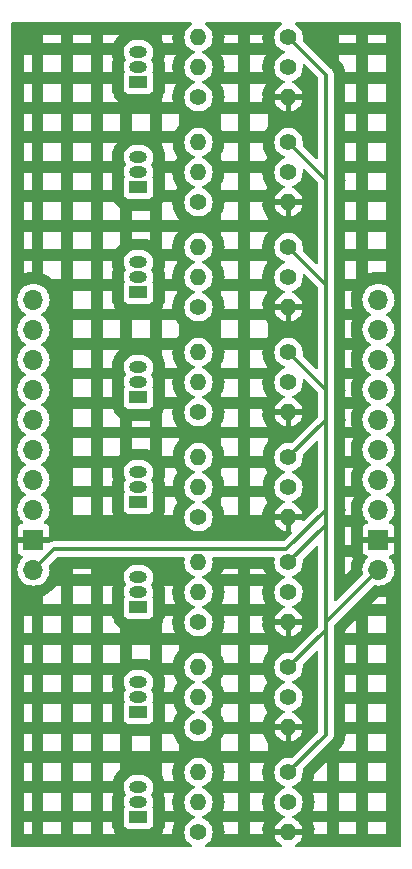
<source format=gbl>
%TF.GenerationSoftware,KiCad,Pcbnew,7.0.11*%
%TF.CreationDate,2024-05-21T02:15:50+02:00*%
%TF.ProjectId,Untitled,556e7469-746c-4656-942e-6b696361645f,1.0*%
%TF.SameCoordinates,Original*%
%TF.FileFunction,Copper,L2,Bot*%
%TF.FilePolarity,Positive*%
%FSLAX46Y46*%
G04 Gerber Fmt 4.6, Leading zero omitted, Abs format (unit mm)*
G04 Created by KiCad (PCBNEW 7.0.11) date 2024-05-21 02:15:50*
%MOMM*%
%LPD*%
G01*
G04 APERTURE LIST*
%TA.AperFunction,ComponentPad*%
%ADD10O,1.500000X1.000000*%
%TD*%
%TA.AperFunction,ComponentPad*%
%ADD11R,1.500000X1.000000*%
%TD*%
%TA.AperFunction,ComponentPad*%
%ADD12C,1.400000*%
%TD*%
%TA.AperFunction,ComponentPad*%
%ADD13O,1.400000X1.400000*%
%TD*%
%TA.AperFunction,ComponentPad*%
%ADD14O,1.700000X1.700000*%
%TD*%
%TA.AperFunction,ComponentPad*%
%ADD15R,1.700000X1.700000*%
%TD*%
%TA.AperFunction,Conductor*%
%ADD16C,0.300000*%
%TD*%
%TA.AperFunction,Conductor*%
%ADD17C,0.200000*%
%TD*%
G04 APERTURE END LIST*
D10*
%TO.P,Q1,2,B*%
%TO.N,Net-(Q1-B)*%
X81280000Y-109220000D03*
%TO.P,Q1,3,C*%
%TO.N,Net-(Q1-C)*%
X81280000Y-107950000D03*
D11*
%TO.P,Q1,1,E*%
%TO.N,/VMA436_IN_1*%
X81280000Y-110490000D03*
%TD*%
D12*
%TO.P,R83,1*%
%TO.N,/5V*%
X93980000Y-44450000D03*
D13*
%TO.P,R83,2*%
%TO.N,Net-(Q8-C)*%
X86360000Y-44450000D03*
%TD*%
D12*
%TO.P,R82,1*%
%TO.N,Net-(Q8-B)*%
X86360000Y-49530000D03*
D13*
%TO.P,R82,2*%
%TO.N,GND*%
X93980000Y-49530000D03*
%TD*%
D12*
%TO.P,R81,1*%
%TO.N,/TEGRA_OUT_8*%
X93980000Y-46990000D03*
D13*
%TO.P,R81,2*%
%TO.N,Net-(Q8-B)*%
X86360000Y-46990000D03*
%TD*%
D12*
%TO.P,R73,1*%
%TO.N,/5V*%
X93980000Y-53340000D03*
D13*
%TO.P,R73,2*%
%TO.N,Net-(Q7-C)*%
X86360000Y-53340000D03*
%TD*%
D12*
%TO.P,R72,1*%
%TO.N,Net-(Q7-B)*%
X86360000Y-58420000D03*
D13*
%TO.P,R72,2*%
%TO.N,GND*%
X93980000Y-58420000D03*
%TD*%
D12*
%TO.P,R71,1*%
%TO.N,/TEGRA_OUT_7*%
X93980000Y-55880000D03*
D13*
%TO.P,R71,2*%
%TO.N,Net-(Q7-B)*%
X86360000Y-55880000D03*
%TD*%
%TO.P,R63,2*%
%TO.N,Net-(Q6-C)*%
X86360000Y-62230000D03*
D12*
%TO.P,R63,1*%
%TO.N,/5V*%
X93980000Y-62230000D03*
%TD*%
D13*
%TO.P,R62,2*%
%TO.N,GND*%
X93980000Y-67310000D03*
D12*
%TO.P,R62,1*%
%TO.N,Net-(Q6-B)*%
X86360000Y-67310000D03*
%TD*%
D13*
%TO.P,R61,2*%
%TO.N,Net-(Q6-B)*%
X86360000Y-64770000D03*
D12*
%TO.P,R61,1*%
%TO.N,/TEGRA_OUT_6*%
X93980000Y-64770000D03*
%TD*%
%TO.P,R53,1*%
%TO.N,/5V*%
X93980000Y-71120000D03*
D13*
%TO.P,R53,2*%
%TO.N,Net-(Q5-C)*%
X86360000Y-71120000D03*
%TD*%
D12*
%TO.P,R52,1*%
%TO.N,Net-(Q5-B)*%
X86360000Y-76200000D03*
D13*
%TO.P,R52,2*%
%TO.N,GND*%
X93980000Y-76200000D03*
%TD*%
D12*
%TO.P,R51,1*%
%TO.N,/TEGRA_OUT_5*%
X93980000Y-73660000D03*
D13*
%TO.P,R51,2*%
%TO.N,Net-(Q5-B)*%
X86360000Y-73660000D03*
%TD*%
D12*
%TO.P,R43,1*%
%TO.N,/5V*%
X93980000Y-80010000D03*
D13*
%TO.P,R43,2*%
%TO.N,Net-(Q4-C)*%
X86360000Y-80010000D03*
%TD*%
D12*
%TO.P,R42,1*%
%TO.N,Net-(Q4-B)*%
X86360000Y-85090000D03*
D13*
%TO.P,R42,2*%
%TO.N,GND*%
X93980000Y-85090000D03*
%TD*%
D12*
%TO.P,R41,1*%
%TO.N,/TEGRA_OUT_4*%
X93980000Y-82550000D03*
D13*
%TO.P,R41,2*%
%TO.N,Net-(Q4-B)*%
X86360000Y-82550000D03*
%TD*%
D12*
%TO.P,R33,1*%
%TO.N,/5V*%
X93980000Y-88900000D03*
D13*
%TO.P,R33,2*%
%TO.N,Net-(Q3-C)*%
X86360000Y-88900000D03*
%TD*%
D12*
%TO.P,R32,1*%
%TO.N,Net-(Q3-B)*%
X86360000Y-93980000D03*
D13*
%TO.P,R32,2*%
%TO.N,GND*%
X93980000Y-93980000D03*
%TD*%
D12*
%TO.P,R31,1*%
%TO.N,/TEGRA_OUT_3*%
X93980000Y-91440000D03*
D13*
%TO.P,R31,2*%
%TO.N,Net-(Q3-B)*%
X86360000Y-91440000D03*
%TD*%
%TO.P,R23,2*%
%TO.N,Net-(Q2-C)*%
X86360000Y-97790000D03*
D12*
%TO.P,R23,1*%
%TO.N,/5V*%
X93980000Y-97790000D03*
%TD*%
D13*
%TO.P,R22,2*%
%TO.N,GND*%
X93980000Y-102870000D03*
D12*
%TO.P,R22,1*%
%TO.N,Net-(Q2-B)*%
X86360000Y-102870000D03*
%TD*%
D13*
%TO.P,R21,2*%
%TO.N,Net-(Q2-B)*%
X86360000Y-100330000D03*
D12*
%TO.P,R21,1*%
%TO.N,/TEGRA_OUT_2*%
X93980000Y-100330000D03*
%TD*%
D13*
%TO.P,R13,2*%
%TO.N,Net-(Q1-C)*%
X86360000Y-106680000D03*
D12*
%TO.P,R13,1*%
%TO.N,/5V*%
X93980000Y-106680000D03*
%TD*%
D13*
%TO.P,R12,2*%
%TO.N,GND*%
X93980000Y-111760000D03*
D12*
%TO.P,R12,1*%
%TO.N,Net-(Q1-B)*%
X86360000Y-111760000D03*
%TD*%
%TO.P,R11,1*%
%TO.N,/TEGRA_OUT_1*%
X93980000Y-109220000D03*
D13*
%TO.P,R11,2*%
%TO.N,Net-(Q1-B)*%
X86360000Y-109220000D03*
%TD*%
D10*
%TO.P,Q8,2,B*%
%TO.N,Net-(Q8-B)*%
X81280000Y-46990000D03*
%TO.P,Q8,3,C*%
%TO.N,Net-(Q8-C)*%
X81280000Y-45720000D03*
D11*
%TO.P,Q8,1,E*%
%TO.N,/VMA436_IN_8*%
X81280000Y-48260000D03*
%TD*%
D10*
%TO.P,Q7,2,B*%
%TO.N,Net-(Q7-B)*%
X81280000Y-55880000D03*
%TO.P,Q7,3,C*%
%TO.N,Net-(Q7-C)*%
X81280000Y-54610000D03*
D11*
%TO.P,Q7,1,E*%
%TO.N,/VMA436_IN_7*%
X81280000Y-57150000D03*
%TD*%
D10*
%TO.P,Q6,2,B*%
%TO.N,Net-(Q6-B)*%
X81280000Y-64770000D03*
%TO.P,Q6,3,C*%
%TO.N,Net-(Q6-C)*%
X81280000Y-63500000D03*
D11*
%TO.P,Q6,1,E*%
%TO.N,/VMA436_IN_6*%
X81280000Y-66040000D03*
%TD*%
D10*
%TO.P,Q5,2,B*%
%TO.N,Net-(Q5-B)*%
X81280000Y-73660000D03*
%TO.P,Q5,3,C*%
%TO.N,Net-(Q5-C)*%
X81280000Y-72390000D03*
D11*
%TO.P,Q5,1,E*%
%TO.N,/VMA436_IN_5*%
X81280000Y-74930000D03*
%TD*%
D10*
%TO.P,Q4,2,B*%
%TO.N,Net-(Q4-B)*%
X81280000Y-82550000D03*
%TO.P,Q4,3,C*%
%TO.N,Net-(Q4-C)*%
X81280000Y-81280000D03*
D11*
%TO.P,Q4,1,E*%
%TO.N,/VMA436_IN_4*%
X81280000Y-83820000D03*
%TD*%
D10*
%TO.P,Q3,2,B*%
%TO.N,Net-(Q3-B)*%
X81280000Y-91440000D03*
%TO.P,Q3,3,C*%
%TO.N,Net-(Q3-C)*%
X81280000Y-90170000D03*
D11*
%TO.P,Q3,1,E*%
%TO.N,/VMA436_IN_3*%
X81280000Y-92710000D03*
%TD*%
D10*
%TO.P,Q2,2,B*%
%TO.N,Net-(Q2-B)*%
X81280000Y-100330000D03*
%TO.P,Q2,3,C*%
%TO.N,Net-(Q2-C)*%
X81280000Y-99060000D03*
D11*
%TO.P,Q2,1,E*%
%TO.N,/VMA436_IN_2*%
X81280000Y-101600000D03*
%TD*%
D14*
%TO.P,J2,10,Pin_10*%
%TO.N,/5V*%
X72390000Y-89540000D03*
D15*
%TO.P,J2,9,Pin_9*%
%TO.N,GND*%
X72390000Y-87000000D03*
D14*
%TO.P,J2,8,Pin_8*%
%TO.N,/VMA436_IN_1*%
X72390000Y-84460000D03*
%TO.P,J2,7,Pin_7*%
%TO.N,/VMA436_IN_2*%
X72390000Y-81920000D03*
%TO.P,J2,6,Pin_6*%
%TO.N,/VMA436_IN_3*%
X72390000Y-79380000D03*
%TO.P,J2,5,Pin_5*%
%TO.N,/VMA436_IN_4*%
X72390000Y-76840000D03*
%TO.P,J2,4,Pin_4*%
%TO.N,/VMA436_IN_5*%
X72390000Y-74300000D03*
%TO.P,J2,3,Pin_3*%
%TO.N,/VMA436_IN_6*%
X72390000Y-71760000D03*
%TO.P,J2,2,Pin_2*%
%TO.N,/VMA436_IN_7*%
X72390000Y-69220000D03*
%TO.P,J2,1,Pin_1*%
%TO.N,/VMA436_IN_8*%
X72390000Y-66680000D03*
%TD*%
%TO.P,J1,1,Pin_1*%
%TO.N,/TEGRA_OUT_8*%
X101600000Y-66675000D03*
%TO.P,J1,2,Pin_2*%
%TO.N,/TEGRA_OUT_7*%
X101600000Y-69215000D03*
%TO.P,J1,3,Pin_3*%
%TO.N,/TEGRA_OUT_6*%
X101600000Y-71755000D03*
%TO.P,J1,4,Pin_4*%
%TO.N,/TEGRA_OUT_5*%
X101600000Y-74295000D03*
%TO.P,J1,5,Pin_5*%
%TO.N,/TEGRA_OUT_4*%
X101600000Y-76835000D03*
%TO.P,J1,6,Pin_6*%
%TO.N,/TEGRA_OUT_3*%
X101600000Y-79375000D03*
%TO.P,J1,7,Pin_7*%
%TO.N,/TEGRA_OUT_2*%
X101600000Y-81915000D03*
%TO.P,J1,8,Pin_8*%
%TO.N,/TEGRA_OUT_1*%
X101600000Y-84455000D03*
D15*
%TO.P,J1,9,Pin_9*%
%TO.N,GND*%
X101600000Y-86995000D03*
D14*
%TO.P,J1,10,Pin_10*%
%TO.N,/5V*%
X101600000Y-89535000D03*
%TD*%
D16*
%TO.N,/5V*%
X97155000Y-82550000D02*
X97155000Y-84455000D01*
X97155000Y-84455000D02*
X93810000Y-87800000D01*
X93810000Y-87800000D02*
X74130000Y-87800000D01*
X74130000Y-87800000D02*
X72390000Y-89540000D01*
X97155000Y-82550000D02*
X97155000Y-76835000D01*
X97155000Y-85725000D02*
X97155000Y-82550000D01*
X97155000Y-74295000D02*
X97155000Y-67310000D01*
X97155000Y-76835000D02*
X97155000Y-74295000D01*
X97155000Y-74295000D02*
X93980000Y-71120000D01*
X97155000Y-47625000D02*
X93980000Y-44450000D01*
X97155000Y-56515000D02*
X97155000Y-47625000D01*
X97155000Y-56515000D02*
X93980000Y-53340000D01*
X97155000Y-65405000D02*
X97155000Y-56515000D01*
X97155000Y-67310000D02*
X97155000Y-65405000D01*
X97155000Y-65405000D02*
X93980000Y-62230000D01*
X97155000Y-76835000D02*
X93980000Y-80010000D01*
X97155000Y-93980000D02*
X97155000Y-85725000D01*
X97155000Y-85725000D02*
X93980000Y-88900000D01*
X97155000Y-93980000D02*
X97155000Y-94615000D01*
X97155000Y-94615000D02*
X93980000Y-97790000D01*
X97155000Y-93980000D02*
X97155000Y-103505000D01*
X97155000Y-103505000D02*
X93980000Y-106680000D01*
X101600000Y-89535000D02*
X97155000Y-93980000D01*
D17*
X93980000Y-97155000D02*
X93980000Y-97790000D01*
%TD*%
%TA.AperFunction,Conductor*%
%TO.N,GND*%
G36*
X85761900Y-43199685D02*
G01*
X85807655Y-43252489D01*
X85817599Y-43321647D01*
X85788574Y-43385203D01*
X85760138Y-43409427D01*
X85633439Y-43487874D01*
X85633437Y-43487876D01*
X85469020Y-43637761D01*
X85334943Y-43815308D01*
X85334938Y-43815316D01*
X85235775Y-44014461D01*
X85235769Y-44014476D01*
X85174885Y-44228462D01*
X85174884Y-44228464D01*
X85154357Y-44449999D01*
X85154357Y-44450000D01*
X85174884Y-44671535D01*
X85174885Y-44671537D01*
X85235769Y-44885523D01*
X85235775Y-44885538D01*
X85334938Y-45084683D01*
X85334943Y-45084691D01*
X85469020Y-45262238D01*
X85633437Y-45412123D01*
X85633439Y-45412125D01*
X85822595Y-45529245D01*
X85822596Y-45529245D01*
X85822599Y-45529247D01*
X86016524Y-45604374D01*
X86071924Y-45646946D01*
X86095515Y-45712713D01*
X86079804Y-45780793D01*
X86029780Y-45829572D01*
X86016533Y-45835622D01*
X85868488Y-45892975D01*
X85822601Y-45910752D01*
X85822595Y-45910754D01*
X85633439Y-46027874D01*
X85633437Y-46027876D01*
X85469020Y-46177761D01*
X85334943Y-46355308D01*
X85334938Y-46355316D01*
X85235775Y-46554461D01*
X85235769Y-46554476D01*
X85174885Y-46768462D01*
X85174884Y-46768464D01*
X85154357Y-46989999D01*
X85154357Y-46990000D01*
X85174884Y-47211535D01*
X85174885Y-47211537D01*
X85235769Y-47425523D01*
X85235775Y-47425538D01*
X85334938Y-47624683D01*
X85334943Y-47624691D01*
X85469020Y-47802238D01*
X85633437Y-47952123D01*
X85633439Y-47952125D01*
X85822595Y-48069245D01*
X85822596Y-48069245D01*
X85822599Y-48069247D01*
X86016524Y-48144374D01*
X86071924Y-48186946D01*
X86095515Y-48252713D01*
X86079804Y-48320793D01*
X86029780Y-48369572D01*
X86016533Y-48375622D01*
X85881331Y-48428000D01*
X85822601Y-48450752D01*
X85822595Y-48450754D01*
X85633439Y-48567874D01*
X85633437Y-48567876D01*
X85469020Y-48717761D01*
X85334943Y-48895308D01*
X85334938Y-48895316D01*
X85235775Y-49094461D01*
X85235769Y-49094476D01*
X85174885Y-49308462D01*
X85174884Y-49308464D01*
X85154357Y-49529999D01*
X85154357Y-49530000D01*
X85174884Y-49751535D01*
X85174885Y-49751537D01*
X85235769Y-49965523D01*
X85235775Y-49965538D01*
X85334938Y-50164683D01*
X85334943Y-50164691D01*
X85469020Y-50342238D01*
X85633437Y-50492123D01*
X85633439Y-50492125D01*
X85822595Y-50609245D01*
X85822596Y-50609245D01*
X85822599Y-50609247D01*
X86030060Y-50689618D01*
X86248757Y-50730500D01*
X86248759Y-50730500D01*
X86471241Y-50730500D01*
X86471243Y-50730500D01*
X86689940Y-50689618D01*
X86897401Y-50609247D01*
X87086562Y-50492124D01*
X87250981Y-50342236D01*
X87385058Y-50164689D01*
X87484229Y-49965528D01*
X87545115Y-49751536D01*
X87565643Y-49530000D01*
X87564673Y-49519537D01*
X87545115Y-49308464D01*
X87545114Y-49308462D01*
X87531467Y-49260499D01*
X87484229Y-49094472D01*
X87470360Y-49066619D01*
X87385061Y-48895316D01*
X87385056Y-48895308D01*
X87250979Y-48717761D01*
X87086562Y-48567876D01*
X87086560Y-48567874D01*
X86897404Y-48450754D01*
X86897395Y-48450750D01*
X86838670Y-48428000D01*
X88267192Y-48428000D01*
X88268149Y-48429815D01*
X88387888Y-48670281D01*
X88390325Y-48675472D01*
X88404336Y-48707208D01*
X88406530Y-48712506D01*
X88423187Y-48755515D01*
X88425129Y-48760895D01*
X88436131Y-48793723D01*
X88437824Y-48799192D01*
X88511326Y-49057524D01*
X88512766Y-49063067D01*
X88520699Y-49096795D01*
X88521881Y-49102398D01*
X88530357Y-49147734D01*
X88531280Y-49153391D01*
X88536069Y-49187724D01*
X88536729Y-49193413D01*
X88561514Y-49460879D01*
X88561911Y-49466596D01*
X88563511Y-49501214D01*
X88563643Y-49506939D01*
X88563643Y-49553061D01*
X88563511Y-49558786D01*
X88561911Y-49593404D01*
X88561514Y-49599121D01*
X88536729Y-49866587D01*
X88536069Y-49872276D01*
X88531280Y-49906609D01*
X88530357Y-49912266D01*
X88527041Y-49930000D01*
X89735000Y-49930000D01*
X89735000Y-48428000D01*
X90733000Y-48428000D01*
X90733000Y-49930000D01*
X91808573Y-49930000D01*
X91778431Y-49824058D01*
X91776394Y-49780000D01*
X92803505Y-49780000D01*
X92856239Y-49965349D01*
X92955368Y-50164425D01*
X93089391Y-50341900D01*
X93253738Y-50491721D01*
X93442820Y-50608797D01*
X93442822Y-50608798D01*
X93650195Y-50689135D01*
X93730000Y-50704052D01*
X93730000Y-49780000D01*
X92803505Y-49780000D01*
X91776394Y-49780000D01*
X91775809Y-49767340D01*
X91820176Y-49530000D01*
X91775809Y-49292660D01*
X91778431Y-49235942D01*
X91902645Y-48799364D01*
X91904339Y-48793893D01*
X91915352Y-48761033D01*
X91917299Y-48755643D01*
X91933961Y-48712634D01*
X91936153Y-48707342D01*
X91950153Y-48675635D01*
X91952587Y-48670449D01*
X92072273Y-48430088D01*
X92073374Y-48428000D01*
X90733000Y-48428000D01*
X89735000Y-48428000D01*
X88267192Y-48428000D01*
X86838670Y-48428000D01*
X86803956Y-48414552D01*
X86703475Y-48375625D01*
X86648075Y-48333054D01*
X86624484Y-48267288D01*
X86640195Y-48199207D01*
X86690219Y-48150428D01*
X86703466Y-48144377D01*
X86897401Y-48069247D01*
X87086562Y-47952124D01*
X87250981Y-47802236D01*
X87385058Y-47624689D01*
X87405281Y-47584077D01*
X87484224Y-47425538D01*
X87484223Y-47425538D01*
X87484229Y-47425528D01*
X87545115Y-47211536D01*
X87565643Y-46990000D01*
X87545115Y-46768464D01*
X87484229Y-46554472D01*
X87484224Y-46554461D01*
X87385061Y-46355316D01*
X87385056Y-46355308D01*
X87250979Y-46177761D01*
X87086562Y-46027876D01*
X87086560Y-46027874D01*
X86925257Y-45928000D01*
X88287163Y-45928000D01*
X88387888Y-46130281D01*
X88390325Y-46135472D01*
X88404336Y-46167208D01*
X88406530Y-46172506D01*
X88423187Y-46215515D01*
X88425129Y-46220895D01*
X88436131Y-46253723D01*
X88437824Y-46259192D01*
X88511326Y-46517524D01*
X88512766Y-46523067D01*
X88520699Y-46556795D01*
X88521881Y-46562398D01*
X88530357Y-46607734D01*
X88531280Y-46613391D01*
X88536069Y-46647724D01*
X88536729Y-46653413D01*
X88561514Y-46920879D01*
X88561911Y-46926596D01*
X88563511Y-46961214D01*
X88563643Y-46966939D01*
X88563643Y-47013061D01*
X88563511Y-47018786D01*
X88561911Y-47053404D01*
X88561514Y-47059121D01*
X88536729Y-47326587D01*
X88536069Y-47332276D01*
X88531280Y-47366609D01*
X88530357Y-47372266D01*
X88521881Y-47417602D01*
X88520699Y-47423205D01*
X88519101Y-47430000D01*
X89735000Y-47430000D01*
X89735000Y-45928000D01*
X90733000Y-45928000D01*
X90733000Y-47430000D01*
X91820899Y-47430000D01*
X91819301Y-47423205D01*
X91818119Y-47417602D01*
X91809643Y-47372266D01*
X91808720Y-47366609D01*
X91803931Y-47332276D01*
X91803271Y-47326587D01*
X91778486Y-47059121D01*
X91778089Y-47053404D01*
X91776489Y-47018786D01*
X91776357Y-47013061D01*
X91776357Y-46966939D01*
X91776489Y-46961214D01*
X91778089Y-46926596D01*
X91778486Y-46920879D01*
X91803271Y-46653413D01*
X91803931Y-46647724D01*
X91808720Y-46613391D01*
X91809643Y-46607734D01*
X91818119Y-46562398D01*
X91819301Y-46556795D01*
X91827234Y-46523067D01*
X91828674Y-46517524D01*
X91902176Y-46259192D01*
X91903869Y-46253723D01*
X91914871Y-46220895D01*
X91916813Y-46215515D01*
X91933470Y-46172506D01*
X91935664Y-46167208D01*
X91949675Y-46135472D01*
X91952112Y-46130281D01*
X92052837Y-45928000D01*
X90733000Y-45928000D01*
X89735000Y-45928000D01*
X88287163Y-45928000D01*
X86925257Y-45928000D01*
X86897404Y-45910754D01*
X86897395Y-45910750D01*
X86798104Y-45872285D01*
X86703475Y-45835625D01*
X86648075Y-45793054D01*
X86624484Y-45727288D01*
X86640195Y-45659207D01*
X86690219Y-45610428D01*
X86703466Y-45604377D01*
X86897401Y-45529247D01*
X87086562Y-45412124D01*
X87250981Y-45262236D01*
X87385058Y-45084689D01*
X87462084Y-44930000D01*
X88509185Y-44930000D01*
X89735000Y-44930000D01*
X89735000Y-44304000D01*
X90733000Y-44304000D01*
X90733000Y-44930000D01*
X91830815Y-44930000D01*
X91828674Y-44922476D01*
X91827234Y-44916933D01*
X91819301Y-44883205D01*
X91818119Y-44877602D01*
X91809643Y-44832266D01*
X91808720Y-44826609D01*
X91803931Y-44792276D01*
X91803271Y-44786587D01*
X91778486Y-44519121D01*
X91778089Y-44513404D01*
X91776489Y-44478786D01*
X91776357Y-44473061D01*
X91776357Y-44426939D01*
X91776489Y-44421214D01*
X91778089Y-44386596D01*
X91778486Y-44380879D01*
X91785610Y-44304000D01*
X90733000Y-44304000D01*
X89735000Y-44304000D01*
X88554390Y-44304000D01*
X88561514Y-44380879D01*
X88561911Y-44386596D01*
X88563511Y-44421214D01*
X88563643Y-44426939D01*
X88563643Y-44473061D01*
X88563511Y-44478786D01*
X88561911Y-44513404D01*
X88561514Y-44519121D01*
X88536729Y-44786587D01*
X88536069Y-44792276D01*
X88531280Y-44826609D01*
X88530357Y-44832266D01*
X88521881Y-44877602D01*
X88520699Y-44883205D01*
X88512766Y-44916933D01*
X88511326Y-44922476D01*
X88509185Y-44930000D01*
X87462084Y-44930000D01*
X87484229Y-44885528D01*
X87545115Y-44671536D01*
X87565643Y-44450000D01*
X87545115Y-44228464D01*
X87484229Y-44014472D01*
X87484224Y-44014461D01*
X87385061Y-43815316D01*
X87385056Y-43815308D01*
X87250979Y-43637761D01*
X87086562Y-43487876D01*
X87086560Y-43487874D01*
X86959862Y-43409427D01*
X86913226Y-43357400D01*
X86902122Y-43288418D01*
X86930075Y-43224383D01*
X86988210Y-43185627D01*
X87025139Y-43180000D01*
X93314861Y-43180000D01*
X93381900Y-43199685D01*
X93427655Y-43252489D01*
X93437599Y-43321647D01*
X93408574Y-43385203D01*
X93380138Y-43409427D01*
X93253439Y-43487874D01*
X93253437Y-43487876D01*
X93089020Y-43637761D01*
X92954943Y-43815308D01*
X92954938Y-43815316D01*
X92855775Y-44014461D01*
X92855769Y-44014476D01*
X92794885Y-44228462D01*
X92794884Y-44228464D01*
X92774357Y-44449999D01*
X92774357Y-44450000D01*
X92794884Y-44671535D01*
X92794885Y-44671537D01*
X92855769Y-44885523D01*
X92855775Y-44885538D01*
X92954938Y-45084683D01*
X92954943Y-45084691D01*
X93089020Y-45262238D01*
X93253437Y-45412123D01*
X93253439Y-45412125D01*
X93442595Y-45529245D01*
X93442596Y-45529245D01*
X93442599Y-45529247D01*
X93636524Y-45604374D01*
X93691924Y-45646946D01*
X93715515Y-45712713D01*
X93699804Y-45780793D01*
X93649780Y-45829572D01*
X93636533Y-45835622D01*
X93488488Y-45892975D01*
X93442601Y-45910752D01*
X93442595Y-45910754D01*
X93253439Y-46027874D01*
X93253437Y-46027876D01*
X93089020Y-46177761D01*
X92954943Y-46355308D01*
X92954938Y-46355316D01*
X92855775Y-46554461D01*
X92855769Y-46554476D01*
X92794885Y-46768462D01*
X92794884Y-46768464D01*
X92774357Y-46989999D01*
X92774357Y-46990000D01*
X92794884Y-47211535D01*
X92794885Y-47211537D01*
X92855769Y-47425523D01*
X92855775Y-47425538D01*
X92954938Y-47624683D01*
X92954943Y-47624691D01*
X93089020Y-47802238D01*
X93253437Y-47952123D01*
X93253439Y-47952125D01*
X93442595Y-48069245D01*
X93442596Y-48069245D01*
X93442599Y-48069247D01*
X93637215Y-48144642D01*
X93692614Y-48187213D01*
X93716205Y-48252980D01*
X93700494Y-48321060D01*
X93650470Y-48369839D01*
X93637213Y-48375893D01*
X93442831Y-48451197D01*
X93442820Y-48451202D01*
X93253738Y-48568278D01*
X93089391Y-48718099D01*
X92955368Y-48895574D01*
X92856239Y-49094650D01*
X92803505Y-49280000D01*
X93734419Y-49280000D01*
X93682940Y-49335921D01*
X93636018Y-49442892D01*
X93626372Y-49559302D01*
X93655047Y-49672538D01*
X93718936Y-49770327D01*
X93811115Y-49842072D01*
X93921595Y-49880000D01*
X94009005Y-49880000D01*
X94095216Y-49865614D01*
X94197947Y-49810019D01*
X94225581Y-49780000D01*
X94230000Y-49780000D01*
X94230000Y-50704052D01*
X94309804Y-50689135D01*
X94517177Y-50608798D01*
X94517179Y-50608797D01*
X94706261Y-50491721D01*
X94870608Y-50341900D01*
X95004631Y-50164425D01*
X95103760Y-49965349D01*
X95156495Y-49780000D01*
X94230000Y-49780000D01*
X94225581Y-49780000D01*
X94277060Y-49724079D01*
X94323982Y-49617108D01*
X94333628Y-49500698D01*
X94304953Y-49387462D01*
X94241064Y-49289673D01*
X94228636Y-49280000D01*
X95156495Y-49280000D01*
X95103760Y-49094650D01*
X95004631Y-48895574D01*
X94870608Y-48718099D01*
X94706261Y-48568278D01*
X94517179Y-48451202D01*
X94517177Y-48451201D01*
X94322786Y-48375894D01*
X94267384Y-48333321D01*
X94243794Y-48267554D01*
X94259505Y-48199474D01*
X94309529Y-48150695D01*
X94322772Y-48144646D01*
X94517401Y-48069247D01*
X94706562Y-47952124D01*
X94870981Y-47802236D01*
X95005058Y-47624689D01*
X95025281Y-47584077D01*
X95104224Y-47425538D01*
X95104223Y-47425538D01*
X95104229Y-47425528D01*
X95165115Y-47211536D01*
X95185643Y-46990000D01*
X95175008Y-46875228D01*
X95188423Y-46806658D01*
X95236780Y-46756227D01*
X95304726Y-46739944D01*
X95370689Y-46762981D01*
X95386160Y-46776106D01*
X96468181Y-47858127D01*
X96501666Y-47919450D01*
X96504500Y-47945808D01*
X96504500Y-54645192D01*
X96484815Y-54712231D01*
X96432011Y-54757986D01*
X96362853Y-54767930D01*
X96299297Y-54738905D01*
X96292819Y-54732873D01*
X95202575Y-53642629D01*
X95169090Y-53581306D01*
X95166785Y-53543510D01*
X95185643Y-53340000D01*
X95165115Y-53118464D01*
X95104229Y-52904472D01*
X95104224Y-52904461D01*
X95005061Y-52705316D01*
X95005056Y-52705308D01*
X94870979Y-52527761D01*
X94706562Y-52377876D01*
X94706560Y-52377874D01*
X94517404Y-52260754D01*
X94517398Y-52260752D01*
X94309940Y-52180382D01*
X94091243Y-52139500D01*
X93868757Y-52139500D01*
X93650060Y-52180382D01*
X93518864Y-52231207D01*
X93442601Y-52260752D01*
X93442595Y-52260754D01*
X93253439Y-52377874D01*
X93253437Y-52377876D01*
X93089020Y-52527761D01*
X92954943Y-52705308D01*
X92954938Y-52705316D01*
X92855775Y-52904461D01*
X92855769Y-52904476D01*
X92794885Y-53118462D01*
X92794884Y-53118464D01*
X92774357Y-53339999D01*
X92774357Y-53340000D01*
X92794884Y-53561535D01*
X92794885Y-53561537D01*
X92855769Y-53775523D01*
X92855775Y-53775538D01*
X92954938Y-53974683D01*
X92954943Y-53974691D01*
X93089020Y-54152238D01*
X93253437Y-54302123D01*
X93253439Y-54302125D01*
X93442595Y-54419245D01*
X93442596Y-54419245D01*
X93442599Y-54419247D01*
X93636524Y-54494374D01*
X93691924Y-54536946D01*
X93715515Y-54602713D01*
X93699804Y-54670793D01*
X93649780Y-54719572D01*
X93636533Y-54725622D01*
X93527325Y-54767930D01*
X93442601Y-54800752D01*
X93442595Y-54800754D01*
X93253439Y-54917874D01*
X93253437Y-54917876D01*
X93089020Y-55067761D01*
X92954943Y-55245308D01*
X92954938Y-55245316D01*
X92855775Y-55444461D01*
X92855769Y-55444476D01*
X92794885Y-55658462D01*
X92794884Y-55658464D01*
X92774357Y-55879999D01*
X92774357Y-55880000D01*
X92794884Y-56101535D01*
X92794885Y-56101537D01*
X92855769Y-56315523D01*
X92855775Y-56315538D01*
X92954938Y-56514683D01*
X92954943Y-56514691D01*
X93089020Y-56692238D01*
X93253437Y-56842123D01*
X93253439Y-56842125D01*
X93442595Y-56959245D01*
X93442596Y-56959245D01*
X93442599Y-56959247D01*
X93637215Y-57034642D01*
X93692614Y-57077213D01*
X93716205Y-57142980D01*
X93700494Y-57211060D01*
X93650470Y-57259839D01*
X93637213Y-57265893D01*
X93442831Y-57341197D01*
X93442820Y-57341202D01*
X93253738Y-57458278D01*
X93089391Y-57608099D01*
X92955368Y-57785574D01*
X92856239Y-57984650D01*
X92803505Y-58170000D01*
X93734419Y-58170000D01*
X93682940Y-58225921D01*
X93636018Y-58332892D01*
X93626372Y-58449302D01*
X93655047Y-58562538D01*
X93718936Y-58660327D01*
X93811115Y-58732072D01*
X93921595Y-58770000D01*
X94009005Y-58770000D01*
X94095216Y-58755614D01*
X94197947Y-58700019D01*
X94225581Y-58670000D01*
X94230000Y-58670000D01*
X94230000Y-59594052D01*
X94309804Y-59579135D01*
X94517177Y-59498798D01*
X94517179Y-59498797D01*
X94706261Y-59381721D01*
X94870608Y-59231900D01*
X95004631Y-59054425D01*
X95103760Y-58855349D01*
X95156495Y-58670000D01*
X94230000Y-58670000D01*
X94225581Y-58670000D01*
X94277060Y-58614079D01*
X94323982Y-58507108D01*
X94333628Y-58390698D01*
X94304953Y-58277462D01*
X94241064Y-58179673D01*
X94228636Y-58170000D01*
X95156495Y-58170000D01*
X95103760Y-57984650D01*
X95004631Y-57785574D01*
X94870608Y-57608099D01*
X94706261Y-57458278D01*
X94517179Y-57341202D01*
X94517177Y-57341201D01*
X94322786Y-57265894D01*
X94267384Y-57223321D01*
X94243794Y-57157554D01*
X94259505Y-57089474D01*
X94309529Y-57040695D01*
X94322772Y-57034646D01*
X94517401Y-56959247D01*
X94706562Y-56842124D01*
X94870981Y-56692236D01*
X95005058Y-56514689D01*
X95104229Y-56315528D01*
X95165115Y-56101536D01*
X95185643Y-55880000D01*
X95175008Y-55765228D01*
X95188423Y-55696658D01*
X95236780Y-55646227D01*
X95304726Y-55629944D01*
X95370689Y-55652981D01*
X95386160Y-55666106D01*
X96468181Y-56748127D01*
X96501666Y-56809450D01*
X96504500Y-56835808D01*
X96504500Y-63535192D01*
X96484815Y-63602231D01*
X96432011Y-63647986D01*
X96362853Y-63657930D01*
X96299297Y-63628905D01*
X96292819Y-63622873D01*
X95202575Y-62532629D01*
X95169090Y-62471306D01*
X95166785Y-62433510D01*
X95185643Y-62230000D01*
X95165115Y-62008464D01*
X95104229Y-61794472D01*
X95104224Y-61794461D01*
X95005061Y-61595316D01*
X95005056Y-61595308D01*
X94870979Y-61417761D01*
X94706562Y-61267876D01*
X94706560Y-61267874D01*
X94517404Y-61150754D01*
X94517398Y-61150752D01*
X94309940Y-61070382D01*
X94091243Y-61029500D01*
X93868757Y-61029500D01*
X93650060Y-61070382D01*
X93518864Y-61121207D01*
X93442601Y-61150752D01*
X93442595Y-61150754D01*
X93253439Y-61267874D01*
X93253437Y-61267876D01*
X93089020Y-61417761D01*
X92954943Y-61595308D01*
X92954938Y-61595316D01*
X92855775Y-61794461D01*
X92855769Y-61794476D01*
X92794885Y-62008462D01*
X92794884Y-62008464D01*
X92774357Y-62229999D01*
X92774357Y-62230000D01*
X92794884Y-62451535D01*
X92794885Y-62451537D01*
X92855769Y-62665523D01*
X92855775Y-62665538D01*
X92954938Y-62864683D01*
X92954943Y-62864691D01*
X93089020Y-63042238D01*
X93253437Y-63192123D01*
X93253439Y-63192125D01*
X93442595Y-63309245D01*
X93442596Y-63309245D01*
X93442599Y-63309247D01*
X93636524Y-63384374D01*
X93691924Y-63426946D01*
X93715515Y-63492713D01*
X93699804Y-63560793D01*
X93649780Y-63609572D01*
X93636533Y-63615622D01*
X93527325Y-63657930D01*
X93442601Y-63690752D01*
X93442595Y-63690754D01*
X93253439Y-63807874D01*
X93253437Y-63807876D01*
X93089020Y-63957761D01*
X92954943Y-64135308D01*
X92954938Y-64135316D01*
X92855775Y-64334461D01*
X92855769Y-64334476D01*
X92794885Y-64548462D01*
X92794884Y-64548464D01*
X92774357Y-64769999D01*
X92774357Y-64770000D01*
X92794884Y-64991535D01*
X92794885Y-64991537D01*
X92855769Y-65205523D01*
X92855775Y-65205538D01*
X92954938Y-65404683D01*
X92954943Y-65404691D01*
X93089020Y-65582238D01*
X93253437Y-65732123D01*
X93253439Y-65732125D01*
X93442595Y-65849245D01*
X93442596Y-65849245D01*
X93442599Y-65849247D01*
X93637215Y-65924642D01*
X93692614Y-65967213D01*
X93716205Y-66032980D01*
X93700494Y-66101060D01*
X93650470Y-66149839D01*
X93637213Y-66155893D01*
X93442831Y-66231197D01*
X93442820Y-66231202D01*
X93253738Y-66348278D01*
X93089391Y-66498099D01*
X92955368Y-66675574D01*
X92856239Y-66874650D01*
X92803505Y-67060000D01*
X93734419Y-67060000D01*
X93682940Y-67115921D01*
X93636018Y-67222892D01*
X93626372Y-67339302D01*
X93655047Y-67452538D01*
X93718936Y-67550327D01*
X93811115Y-67622072D01*
X93921595Y-67660000D01*
X94009005Y-67660000D01*
X94095216Y-67645614D01*
X94197947Y-67590019D01*
X94225581Y-67560000D01*
X94230000Y-67560000D01*
X94230000Y-68484052D01*
X94309804Y-68469135D01*
X94517177Y-68388798D01*
X94517179Y-68388797D01*
X94706261Y-68271721D01*
X94870608Y-68121900D01*
X95004631Y-67944425D01*
X95103760Y-67745349D01*
X95156495Y-67560000D01*
X94230000Y-67560000D01*
X94225581Y-67560000D01*
X94277060Y-67504079D01*
X94323982Y-67397108D01*
X94333628Y-67280698D01*
X94304953Y-67167462D01*
X94241064Y-67069673D01*
X94228636Y-67060000D01*
X95156495Y-67060000D01*
X95103760Y-66874650D01*
X95004631Y-66675574D01*
X94870608Y-66498099D01*
X94706261Y-66348278D01*
X94517179Y-66231202D01*
X94517177Y-66231201D01*
X94322786Y-66155894D01*
X94267384Y-66113321D01*
X94243794Y-66047554D01*
X94259505Y-65979474D01*
X94309529Y-65930695D01*
X94322772Y-65924646D01*
X94517401Y-65849247D01*
X94706562Y-65732124D01*
X94870981Y-65582236D01*
X95005058Y-65404689D01*
X95104229Y-65205528D01*
X95165115Y-64991536D01*
X95185643Y-64770000D01*
X95175008Y-64655228D01*
X95188423Y-64586658D01*
X95236780Y-64536227D01*
X95304726Y-64519944D01*
X95370689Y-64542981D01*
X95386160Y-64556106D01*
X96468181Y-65638127D01*
X96501666Y-65699450D01*
X96504500Y-65725808D01*
X96504500Y-72425192D01*
X96484815Y-72492231D01*
X96432011Y-72537986D01*
X96362853Y-72547930D01*
X96299297Y-72518905D01*
X96292819Y-72512873D01*
X95202575Y-71422629D01*
X95169090Y-71361306D01*
X95166785Y-71323510D01*
X95185643Y-71120000D01*
X95182137Y-71082169D01*
X95165115Y-70898464D01*
X95165114Y-70898462D01*
X95162307Y-70888597D01*
X95104229Y-70684472D01*
X95055482Y-70586575D01*
X95005061Y-70485316D01*
X95005056Y-70485308D01*
X94870979Y-70307761D01*
X94706562Y-70157876D01*
X94706560Y-70157874D01*
X94517404Y-70040754D01*
X94517398Y-70040752D01*
X94309940Y-69960382D01*
X94091243Y-69919500D01*
X93868757Y-69919500D01*
X93650060Y-69960382D01*
X93518864Y-70011207D01*
X93442601Y-70040752D01*
X93442595Y-70040754D01*
X93253439Y-70157874D01*
X93253437Y-70157876D01*
X93089020Y-70307761D01*
X92954943Y-70485308D01*
X92954938Y-70485316D01*
X92855775Y-70684461D01*
X92855769Y-70684476D01*
X92794885Y-70898462D01*
X92794884Y-70898464D01*
X92774357Y-71119999D01*
X92774357Y-71120000D01*
X92794884Y-71341535D01*
X92794885Y-71341537D01*
X92855769Y-71555523D01*
X92855775Y-71555538D01*
X92954938Y-71754683D01*
X92954943Y-71754691D01*
X93089020Y-71932238D01*
X93253437Y-72082123D01*
X93253439Y-72082125D01*
X93442595Y-72199245D01*
X93442596Y-72199245D01*
X93442599Y-72199247D01*
X93636524Y-72274374D01*
X93691924Y-72316946D01*
X93715515Y-72382713D01*
X93699804Y-72450793D01*
X93649780Y-72499572D01*
X93636533Y-72505622D01*
X93527325Y-72547930D01*
X93442601Y-72580752D01*
X93442595Y-72580754D01*
X93253439Y-72697874D01*
X93253437Y-72697876D01*
X93089020Y-72847761D01*
X92954943Y-73025308D01*
X92954938Y-73025316D01*
X92855775Y-73224461D01*
X92855769Y-73224476D01*
X92794885Y-73438462D01*
X92794884Y-73438464D01*
X92774357Y-73659999D01*
X92774357Y-73660000D01*
X92794884Y-73881535D01*
X92794885Y-73881537D01*
X92855769Y-74095523D01*
X92855775Y-74095538D01*
X92954938Y-74294683D01*
X92954943Y-74294691D01*
X93089020Y-74472238D01*
X93253437Y-74622123D01*
X93253439Y-74622125D01*
X93442595Y-74739245D01*
X93442596Y-74739245D01*
X93442599Y-74739247D01*
X93637215Y-74814642D01*
X93692614Y-74857213D01*
X93716205Y-74922980D01*
X93700494Y-74991060D01*
X93650470Y-75039839D01*
X93637213Y-75045893D01*
X93442831Y-75121197D01*
X93442820Y-75121202D01*
X93253738Y-75238278D01*
X93089391Y-75388099D01*
X92955368Y-75565574D01*
X92856239Y-75764650D01*
X92803505Y-75950000D01*
X93734419Y-75950000D01*
X93682940Y-76005921D01*
X93636018Y-76112892D01*
X93626372Y-76229302D01*
X93655047Y-76342538D01*
X93718936Y-76440327D01*
X93811115Y-76512072D01*
X93921595Y-76550000D01*
X94009005Y-76550000D01*
X94095216Y-76535614D01*
X94197947Y-76480019D01*
X94225581Y-76450000D01*
X94230000Y-76450000D01*
X94230000Y-77374052D01*
X94309804Y-77359135D01*
X94517177Y-77278798D01*
X94517179Y-77278797D01*
X94706261Y-77161721D01*
X94870608Y-77011900D01*
X95004631Y-76834425D01*
X95103760Y-76635349D01*
X95156495Y-76450000D01*
X94230000Y-76450000D01*
X94225581Y-76450000D01*
X94277060Y-76394079D01*
X94323982Y-76287108D01*
X94333628Y-76170698D01*
X94304953Y-76057462D01*
X94241064Y-75959673D01*
X94228636Y-75950000D01*
X95156495Y-75950000D01*
X95103760Y-75764650D01*
X95004631Y-75565574D01*
X94870608Y-75388099D01*
X94706261Y-75238278D01*
X94517179Y-75121202D01*
X94517177Y-75121201D01*
X94322786Y-75045894D01*
X94267384Y-75003321D01*
X94243794Y-74937554D01*
X94259505Y-74869474D01*
X94309529Y-74820695D01*
X94322772Y-74814646D01*
X94517401Y-74739247D01*
X94706562Y-74622124D01*
X94870981Y-74472236D01*
X95005058Y-74294689D01*
X95104229Y-74095528D01*
X95165115Y-73881536D01*
X95185643Y-73660000D01*
X95182137Y-73622169D01*
X95175008Y-73545228D01*
X95188423Y-73476658D01*
X95236780Y-73426227D01*
X95304726Y-73409944D01*
X95370689Y-73432981D01*
X95386160Y-73446106D01*
X96468181Y-74528127D01*
X96501666Y-74589450D01*
X96504500Y-74615808D01*
X96504500Y-76514191D01*
X96484815Y-76581230D01*
X96468181Y-76601872D01*
X94280105Y-78789947D01*
X94218782Y-78823432D01*
X94169640Y-78824154D01*
X94091243Y-78809500D01*
X93868757Y-78809500D01*
X93650060Y-78850382D01*
X93518864Y-78901207D01*
X93442601Y-78930752D01*
X93442595Y-78930754D01*
X93253439Y-79047874D01*
X93253437Y-79047876D01*
X93089020Y-79197761D01*
X92954943Y-79375308D01*
X92954938Y-79375316D01*
X92855775Y-79574461D01*
X92855769Y-79574476D01*
X92794885Y-79788462D01*
X92794884Y-79788464D01*
X92774357Y-80009999D01*
X92774357Y-80010000D01*
X92794884Y-80231535D01*
X92794885Y-80231537D01*
X92855769Y-80445523D01*
X92855775Y-80445538D01*
X92954938Y-80644683D01*
X92954943Y-80644691D01*
X93089020Y-80822238D01*
X93253437Y-80972123D01*
X93253439Y-80972125D01*
X93442595Y-81089245D01*
X93442596Y-81089245D01*
X93442599Y-81089247D01*
X93636524Y-81164374D01*
X93691924Y-81206946D01*
X93715515Y-81272713D01*
X93699804Y-81340793D01*
X93649780Y-81389572D01*
X93636533Y-81395622D01*
X93515957Y-81442334D01*
X93442601Y-81470752D01*
X93442595Y-81470754D01*
X93253439Y-81587874D01*
X93253437Y-81587876D01*
X93089020Y-81737761D01*
X92954943Y-81915308D01*
X92954938Y-81915316D01*
X92855775Y-82114461D01*
X92855769Y-82114476D01*
X92794885Y-82328462D01*
X92794884Y-82328464D01*
X92774357Y-82549999D01*
X92774357Y-82550000D01*
X92794884Y-82771535D01*
X92794885Y-82771537D01*
X92855769Y-82985523D01*
X92855775Y-82985538D01*
X92954938Y-83184683D01*
X92954943Y-83184691D01*
X93089020Y-83362238D01*
X93253437Y-83512123D01*
X93253439Y-83512125D01*
X93442595Y-83629245D01*
X93442596Y-83629245D01*
X93442599Y-83629247D01*
X93637215Y-83704642D01*
X93692614Y-83747213D01*
X93716205Y-83812980D01*
X93700494Y-83881060D01*
X93650470Y-83929839D01*
X93637213Y-83935893D01*
X93442831Y-84011197D01*
X93442820Y-84011202D01*
X93253738Y-84128278D01*
X93089391Y-84278099D01*
X92955368Y-84455574D01*
X92856239Y-84654650D01*
X92803505Y-84840000D01*
X93734419Y-84840000D01*
X93682940Y-84895921D01*
X93636018Y-85002892D01*
X93626372Y-85119302D01*
X93655047Y-85232538D01*
X93718936Y-85330327D01*
X93811115Y-85402072D01*
X93921595Y-85440000D01*
X94009005Y-85440000D01*
X94095216Y-85425614D01*
X94197947Y-85370019D01*
X94277060Y-85284079D01*
X94323982Y-85177108D01*
X94333628Y-85060698D01*
X94304953Y-84947462D01*
X94241064Y-84849673D01*
X94228636Y-84840000D01*
X95156495Y-84840000D01*
X95103760Y-84654650D01*
X95004631Y-84455574D01*
X94870608Y-84278099D01*
X94706261Y-84128278D01*
X94517179Y-84011202D01*
X94517177Y-84011201D01*
X94322786Y-83935894D01*
X94267384Y-83893321D01*
X94243794Y-83827554D01*
X94259505Y-83759474D01*
X94309529Y-83710695D01*
X94322772Y-83704646D01*
X94517401Y-83629247D01*
X94706562Y-83512124D01*
X94870981Y-83362236D01*
X95005058Y-83184689D01*
X95104229Y-82985528D01*
X95165115Y-82771536D01*
X95185643Y-82550000D01*
X95165115Y-82328464D01*
X95104229Y-82114472D01*
X95104224Y-82114461D01*
X95005061Y-81915316D01*
X95005056Y-81915308D01*
X94870979Y-81737761D01*
X94706562Y-81587876D01*
X94706560Y-81587874D01*
X94517404Y-81470754D01*
X94517395Y-81470750D01*
X94418104Y-81432285D01*
X94323475Y-81395625D01*
X94268075Y-81353054D01*
X94244484Y-81287288D01*
X94260195Y-81219207D01*
X94310219Y-81170428D01*
X94323466Y-81164377D01*
X94517401Y-81089247D01*
X94706562Y-80972124D01*
X94870981Y-80822236D01*
X95005058Y-80644689D01*
X95104229Y-80445528D01*
X95165115Y-80231536D01*
X95185643Y-80010000D01*
X95166785Y-79806489D01*
X95180200Y-79737922D01*
X95202572Y-79707372D01*
X96292820Y-78617124D01*
X96354142Y-78583641D01*
X96423834Y-78588625D01*
X96479767Y-78630497D01*
X96504184Y-78695961D01*
X96504500Y-78704807D01*
X96504500Y-84134191D01*
X96484815Y-84201230D01*
X96468181Y-84221872D01*
X95340535Y-85349517D01*
X95279212Y-85383002D01*
X95209520Y-85378018D01*
X95158512Y-85340000D01*
X94230000Y-85340000D01*
X94230000Y-86264052D01*
X94232435Y-86266074D01*
X94271435Y-86324046D01*
X94272903Y-86393900D01*
X94240899Y-86449153D01*
X93576873Y-87113181D01*
X93515550Y-87146666D01*
X93489192Y-87149500D01*
X74215506Y-87149500D01*
X74199495Y-87147732D01*
X74199473Y-87147974D01*
X74191706Y-87147239D01*
X74121724Y-87149439D01*
X74117829Y-87149500D01*
X74089075Y-87149500D01*
X74089069Y-87149500D01*
X74089063Y-87149501D01*
X74084699Y-87150052D01*
X74073069Y-87150967D01*
X74027433Y-87152401D01*
X74012873Y-87156630D01*
X74007040Y-87158325D01*
X73987996Y-87162269D01*
X73966942Y-87164929D01*
X73966940Y-87164929D01*
X73924496Y-87181733D01*
X73913450Y-87185515D01*
X73869601Y-87198254D01*
X73851325Y-87209063D01*
X73833860Y-87217619D01*
X73814127Y-87225432D01*
X73812906Y-87226320D01*
X73811785Y-87226719D01*
X73807288Y-87229192D01*
X73806889Y-87228466D01*
X73747099Y-87249798D01*
X73740023Y-87250000D01*
X72823686Y-87250000D01*
X72849493Y-87209844D01*
X72890000Y-87071889D01*
X72890000Y-86928111D01*
X72849493Y-86790156D01*
X72823686Y-86750000D01*
X73740000Y-86750000D01*
X73740000Y-86102172D01*
X73739999Y-86102155D01*
X73733598Y-86042627D01*
X73733596Y-86042620D01*
X73683354Y-85907913D01*
X73683350Y-85907906D01*
X73597190Y-85792812D01*
X73597187Y-85792809D01*
X73482093Y-85706649D01*
X73482088Y-85706646D01*
X73350528Y-85657577D01*
X73294595Y-85615705D01*
X73270178Y-85550241D01*
X73285030Y-85481968D01*
X73306175Y-85453720D01*
X73428495Y-85331401D01*
X73564035Y-85137830D01*
X73586339Y-85090000D01*
X85154357Y-85090000D01*
X85174884Y-85311535D01*
X85174885Y-85311537D01*
X85235769Y-85525523D01*
X85235775Y-85525538D01*
X85334938Y-85724683D01*
X85334943Y-85724691D01*
X85469020Y-85902238D01*
X85633437Y-86052123D01*
X85633439Y-86052125D01*
X85822595Y-86169245D01*
X85822596Y-86169245D01*
X85822599Y-86169247D01*
X86030060Y-86249618D01*
X86248757Y-86290500D01*
X86248759Y-86290500D01*
X86471241Y-86290500D01*
X86471243Y-86290500D01*
X86689940Y-86249618D01*
X86897401Y-86169247D01*
X87086562Y-86052124D01*
X87244761Y-85907906D01*
X87250979Y-85902238D01*
X87251235Y-85901900D01*
X87385058Y-85724689D01*
X87484229Y-85525528D01*
X87537016Y-85340000D01*
X92803505Y-85340000D01*
X92856239Y-85525349D01*
X92955368Y-85724425D01*
X93089391Y-85901900D01*
X93253738Y-86051721D01*
X93442820Y-86168797D01*
X93442822Y-86168798D01*
X93650195Y-86249135D01*
X93730000Y-86264052D01*
X93730000Y-85340000D01*
X92803505Y-85340000D01*
X87537016Y-85340000D01*
X87545115Y-85311536D01*
X87565643Y-85090000D01*
X87545115Y-84868464D01*
X87484229Y-84654472D01*
X87470360Y-84626619D01*
X87385061Y-84455316D01*
X87385056Y-84455308D01*
X87250979Y-84277761D01*
X87086562Y-84127876D01*
X87086560Y-84127874D01*
X86897404Y-84010754D01*
X86897395Y-84010750D01*
X86803956Y-83974552D01*
X86703475Y-83935625D01*
X86694857Y-83929003D01*
X88233000Y-83929003D01*
X88245707Y-83949525D01*
X88248609Y-83954464D01*
X88265477Y-83984747D01*
X88268149Y-83989815D01*
X88387888Y-84230281D01*
X88390325Y-84235472D01*
X88404336Y-84267208D01*
X88406530Y-84272506D01*
X88423187Y-84315515D01*
X88425129Y-84320895D01*
X88436131Y-84353723D01*
X88437824Y-84359192D01*
X88511326Y-84617524D01*
X88512766Y-84623067D01*
X88520699Y-84656795D01*
X88521881Y-84662398D01*
X88530357Y-84707734D01*
X88531280Y-84713391D01*
X88536069Y-84747724D01*
X88536729Y-84753413D01*
X88553093Y-84930000D01*
X89735000Y-84930000D01*
X89735000Y-83428000D01*
X90733000Y-83428000D01*
X90733000Y-84930000D01*
X91790267Y-84930000D01*
X91775809Y-84852660D01*
X91778431Y-84795942D01*
X91902645Y-84359364D01*
X91904339Y-84353893D01*
X91915352Y-84321033D01*
X91917299Y-84315643D01*
X91933961Y-84272634D01*
X91936153Y-84267342D01*
X91950153Y-84235635D01*
X91952587Y-84230449D01*
X92072273Y-83990088D01*
X92074944Y-83985021D01*
X92091803Y-83954753D01*
X92094703Y-83949818D01*
X92118982Y-83910603D01*
X92122111Y-83905801D01*
X92141702Y-83877201D01*
X92145048Y-83872551D01*
X92184419Y-83820413D01*
X92144626Y-83767718D01*
X92141281Y-83763070D01*
X92121700Y-83734486D01*
X92118573Y-83729687D01*
X92094293Y-83690475D01*
X92091391Y-83685536D01*
X92074523Y-83655253D01*
X92071851Y-83650185D01*
X91961215Y-83428000D01*
X90733000Y-83428000D01*
X89735000Y-83428000D01*
X88378785Y-83428000D01*
X88268149Y-83650185D01*
X88265477Y-83655253D01*
X88248609Y-83685536D01*
X88245707Y-83690475D01*
X88233000Y-83710996D01*
X88233000Y-83929003D01*
X86694857Y-83929003D01*
X86648075Y-83893054D01*
X86624484Y-83827288D01*
X86640195Y-83759207D01*
X86690219Y-83710428D01*
X86703466Y-83704377D01*
X86897401Y-83629247D01*
X87086562Y-83512124D01*
X87250981Y-83362236D01*
X87385058Y-83184689D01*
X87484229Y-82985528D01*
X87545115Y-82771536D01*
X87565643Y-82550000D01*
X87545115Y-82328464D01*
X87484229Y-82114472D01*
X87484224Y-82114461D01*
X87385061Y-81915316D01*
X87385056Y-81915308D01*
X87250979Y-81737761D01*
X87086562Y-81587876D01*
X87086560Y-81587874D01*
X86897404Y-81470754D01*
X86897395Y-81470750D01*
X86798104Y-81432285D01*
X86703475Y-81395625D01*
X86694857Y-81389003D01*
X88233000Y-81389003D01*
X88245707Y-81409525D01*
X88248609Y-81414464D01*
X88265477Y-81444747D01*
X88268149Y-81449815D01*
X88387888Y-81690281D01*
X88390325Y-81695472D01*
X88404336Y-81727208D01*
X88406530Y-81732506D01*
X88423187Y-81775515D01*
X88425129Y-81780895D01*
X88436131Y-81813723D01*
X88437824Y-81819192D01*
X88511326Y-82077524D01*
X88512766Y-82083067D01*
X88520699Y-82116795D01*
X88521881Y-82122398D01*
X88530357Y-82167734D01*
X88531280Y-82173391D01*
X88536069Y-82207724D01*
X88536729Y-82213413D01*
X88556799Y-82430000D01*
X89735000Y-82430000D01*
X89735000Y-80928000D01*
X90733000Y-80928000D01*
X90733000Y-82430000D01*
X91783201Y-82430000D01*
X91803271Y-82213413D01*
X91803931Y-82207724D01*
X91808720Y-82173391D01*
X91809643Y-82167734D01*
X91818119Y-82122398D01*
X91819301Y-82116795D01*
X91827234Y-82083067D01*
X91828674Y-82077524D01*
X91902176Y-81819192D01*
X91903869Y-81813723D01*
X91914871Y-81780895D01*
X91916813Y-81775515D01*
X91933470Y-81732506D01*
X91935664Y-81727208D01*
X91949675Y-81695472D01*
X91952112Y-81690281D01*
X92071851Y-81449815D01*
X92074523Y-81444747D01*
X92091391Y-81414464D01*
X92094293Y-81409525D01*
X92118573Y-81370313D01*
X92121700Y-81365514D01*
X92141281Y-81336930D01*
X92144625Y-81332282D01*
X92184106Y-81280000D01*
X92144625Y-81227718D01*
X92141281Y-81223070D01*
X92121700Y-81194486D01*
X92118573Y-81189687D01*
X92094293Y-81150475D01*
X92091391Y-81145536D01*
X92074523Y-81115253D01*
X92071851Y-81110185D01*
X91981133Y-80928000D01*
X90733000Y-80928000D01*
X89735000Y-80928000D01*
X88358867Y-80928000D01*
X88268149Y-81110185D01*
X88265477Y-81115253D01*
X88248609Y-81145536D01*
X88245707Y-81150475D01*
X88233000Y-81170996D01*
X88233000Y-81389003D01*
X86694857Y-81389003D01*
X86648075Y-81353054D01*
X86624484Y-81287288D01*
X86640195Y-81219207D01*
X86690219Y-81170428D01*
X86703466Y-81164377D01*
X86897401Y-81089247D01*
X87086562Y-80972124D01*
X87250981Y-80822236D01*
X87385058Y-80644689D01*
X87484229Y-80445528D01*
X87545115Y-80231536D01*
X87565643Y-80010000D01*
X87545115Y-79788464D01*
X87484229Y-79574472D01*
X87484224Y-79574461D01*
X87385061Y-79375316D01*
X87385056Y-79375308D01*
X87250979Y-79197761D01*
X87086562Y-79047876D01*
X87086560Y-79047874D01*
X86897404Y-78930754D01*
X86897398Y-78930752D01*
X86689940Y-78850382D01*
X86471243Y-78809500D01*
X86248757Y-78809500D01*
X86030060Y-78850382D01*
X85898864Y-78901207D01*
X85822601Y-78930752D01*
X85822595Y-78930754D01*
X85633439Y-79047874D01*
X85633437Y-79047876D01*
X85469020Y-79197761D01*
X85334943Y-79375308D01*
X85334938Y-79375316D01*
X85235775Y-79574461D01*
X85235769Y-79574476D01*
X85174885Y-79788462D01*
X85174884Y-79788464D01*
X85154357Y-80009999D01*
X85154357Y-80010000D01*
X85174884Y-80231535D01*
X85174885Y-80231537D01*
X85235769Y-80445523D01*
X85235775Y-80445538D01*
X85334938Y-80644683D01*
X85334943Y-80644691D01*
X85469020Y-80822238D01*
X85633437Y-80972123D01*
X85633439Y-80972125D01*
X85822595Y-81089245D01*
X85822596Y-81089245D01*
X85822599Y-81089247D01*
X86016524Y-81164374D01*
X86071924Y-81206946D01*
X86095515Y-81272713D01*
X86079804Y-81340793D01*
X86029780Y-81389572D01*
X86016533Y-81395622D01*
X85895957Y-81442334D01*
X85822601Y-81470752D01*
X85822595Y-81470754D01*
X85633439Y-81587874D01*
X85633437Y-81587876D01*
X85469020Y-81737761D01*
X85334943Y-81915308D01*
X85334938Y-81915316D01*
X85235775Y-82114461D01*
X85235769Y-82114476D01*
X85174885Y-82328462D01*
X85174884Y-82328464D01*
X85154357Y-82549999D01*
X85154357Y-82550000D01*
X85174884Y-82771535D01*
X85174885Y-82771537D01*
X85235769Y-82985523D01*
X85235775Y-82985538D01*
X85334938Y-83184683D01*
X85334943Y-83184691D01*
X85469020Y-83362238D01*
X85633437Y-83512123D01*
X85633439Y-83512125D01*
X85822595Y-83629245D01*
X85822596Y-83629245D01*
X85822599Y-83629247D01*
X86016524Y-83704374D01*
X86071924Y-83746946D01*
X86095515Y-83812713D01*
X86079804Y-83880793D01*
X86029780Y-83929572D01*
X86016533Y-83935622D01*
X85895957Y-83982334D01*
X85822601Y-84010752D01*
X85822595Y-84010754D01*
X85633439Y-84127874D01*
X85633437Y-84127876D01*
X85469020Y-84277761D01*
X85334943Y-84455308D01*
X85334938Y-84455316D01*
X85235775Y-84654461D01*
X85235769Y-84654476D01*
X85174885Y-84868462D01*
X85174884Y-84868464D01*
X85154357Y-85089999D01*
X85154357Y-85090000D01*
X73586339Y-85090000D01*
X73663903Y-84923663D01*
X73725063Y-84695408D01*
X73745659Y-84460000D01*
X73745482Y-84457982D01*
X73733501Y-84321033D01*
X73725063Y-84224592D01*
X73667766Y-84010753D01*
X73663905Y-83996344D01*
X73663904Y-83996343D01*
X73663903Y-83996337D01*
X73564035Y-83782171D01*
X73550661Y-83763070D01*
X73428494Y-83588597D01*
X73267896Y-83428000D01*
X75733000Y-83428000D01*
X75733000Y-84930000D01*
X77235000Y-84930000D01*
X77235000Y-83428000D01*
X78233000Y-83428000D01*
X78233000Y-84930000D01*
X79158178Y-84930000D01*
X83401822Y-84930000D01*
X84166907Y-84930000D01*
X84183271Y-84753413D01*
X84183931Y-84747724D01*
X84188720Y-84713391D01*
X84189643Y-84707734D01*
X84198119Y-84662398D01*
X84199301Y-84656795D01*
X84207234Y-84623067D01*
X84208674Y-84617524D01*
X84282176Y-84359192D01*
X84283869Y-84353723D01*
X84294871Y-84320895D01*
X84296813Y-84315515D01*
X84313470Y-84272506D01*
X84315664Y-84267208D01*
X84329675Y-84235472D01*
X84332112Y-84230281D01*
X84451851Y-83989815D01*
X84454523Y-83984747D01*
X84471391Y-83954464D01*
X84474293Y-83949525D01*
X84498573Y-83910313D01*
X84501700Y-83905514D01*
X84521281Y-83876930D01*
X84524625Y-83872282D01*
X84564106Y-83820000D01*
X84524625Y-83767718D01*
X84521281Y-83763070D01*
X84501700Y-83734486D01*
X84498573Y-83729687D01*
X84474293Y-83690475D01*
X84471391Y-83685536D01*
X84454523Y-83655253D01*
X84451851Y-83650185D01*
X84341215Y-83428000D01*
X83528499Y-83428000D01*
X83528500Y-84381248D01*
X83528455Y-84384572D01*
X83527916Y-84404673D01*
X83527783Y-84407993D01*
X83526351Y-84434680D01*
X83526129Y-84437989D01*
X83524519Y-84457982D01*
X83524208Y-84461285D01*
X83513038Y-84565175D01*
X83511971Y-84572843D01*
X83504064Y-84619029D01*
X83502519Y-84626619D01*
X83488174Y-84687330D01*
X83486158Y-84694809D01*
X83472550Y-84739672D01*
X83470071Y-84747012D01*
X83401822Y-84930000D01*
X79158178Y-84930000D01*
X79089931Y-84747018D01*
X79087452Y-84739679D01*
X79073847Y-84694828D01*
X79071832Y-84687352D01*
X79057484Y-84626637D01*
X79055939Y-84619045D01*
X79048028Y-84572840D01*
X79046959Y-84565167D01*
X79035788Y-84461245D01*
X79035477Y-84457936D01*
X79033865Y-84437899D01*
X79033643Y-84434587D01*
X79032214Y-84407905D01*
X79032081Y-84404587D01*
X79031545Y-84384537D01*
X79031501Y-84381223D01*
X79031500Y-83428000D01*
X78233000Y-83428000D01*
X77235000Y-83428000D01*
X75733000Y-83428000D01*
X73267896Y-83428000D01*
X73261402Y-83421506D01*
X73261396Y-83421501D01*
X73075842Y-83291575D01*
X73032217Y-83236998D01*
X73025023Y-83167500D01*
X73056546Y-83105145D01*
X73075842Y-83088425D01*
X73106306Y-83067094D01*
X73261401Y-82958495D01*
X73428495Y-82791401D01*
X73561860Y-82600936D01*
X80025631Y-82600936D01*
X80056442Y-82802063D01*
X80056446Y-82802079D01*
X80111128Y-82949725D01*
X80115952Y-83019428D01*
X80094119Y-83067094D01*
X80086206Y-83077664D01*
X80086202Y-83077672D01*
X80035908Y-83212517D01*
X80029744Y-83269855D01*
X80029501Y-83272123D01*
X80029500Y-83272135D01*
X80029500Y-84367870D01*
X80029501Y-84367876D01*
X80035908Y-84427483D01*
X80086202Y-84562328D01*
X80086206Y-84562335D01*
X80172452Y-84677544D01*
X80172455Y-84677547D01*
X80287664Y-84763793D01*
X80287671Y-84763797D01*
X80422517Y-84814091D01*
X80422516Y-84814091D01*
X80429444Y-84814835D01*
X80482127Y-84820500D01*
X82077872Y-84820499D01*
X82137483Y-84814091D01*
X82272331Y-84763796D01*
X82387546Y-84677546D01*
X82473796Y-84562331D01*
X82524091Y-84427483D01*
X82530500Y-84367873D01*
X82530499Y-83272128D01*
X82524091Y-83212517D01*
X82478035Y-83089035D01*
X82473797Y-83077671D01*
X82473795Y-83077667D01*
X82465976Y-83067223D01*
X82441557Y-83001759D01*
X82453914Y-82938301D01*
X82473060Y-82899271D01*
X82524063Y-82702285D01*
X82534369Y-82499064D01*
X82503556Y-82297929D01*
X82450771Y-82155403D01*
X82432888Y-82107118D01*
X82432887Y-82107117D01*
X82432886Y-82107113D01*
X82354575Y-81981474D01*
X82337505Y-81920213D01*
X83427911Y-81920213D01*
X83448215Y-81975032D01*
X83450247Y-81980976D01*
X83461623Y-82017232D01*
X83463350Y-82023269D01*
X83476032Y-82072242D01*
X83477454Y-82078367D01*
X83485108Y-82115612D01*
X83486216Y-82121796D01*
X83524690Y-82372943D01*
X83525484Y-82379174D01*
X83529330Y-82416990D01*
X83529807Y-82423256D01*
X83530149Y-82430000D01*
X84163201Y-82430000D01*
X84183271Y-82213413D01*
X84183931Y-82207724D01*
X84188720Y-82173391D01*
X84189643Y-82167734D01*
X84198119Y-82122398D01*
X84199301Y-82116795D01*
X84207234Y-82083067D01*
X84208674Y-82077524D01*
X84282176Y-81819192D01*
X84283869Y-81813723D01*
X84294871Y-81780895D01*
X84296813Y-81775515D01*
X84313470Y-81732506D01*
X84315664Y-81727208D01*
X84329675Y-81695472D01*
X84332112Y-81690281D01*
X84451851Y-81449815D01*
X84454523Y-81444747D01*
X84471391Y-81414464D01*
X84474293Y-81409525D01*
X84498573Y-81370313D01*
X84501700Y-81365514D01*
X84521281Y-81336930D01*
X84524625Y-81332282D01*
X84564106Y-81280000D01*
X84524625Y-81227718D01*
X84521281Y-81223070D01*
X84501700Y-81194486D01*
X84498573Y-81189687D01*
X84474293Y-81150475D01*
X84471391Y-81145536D01*
X84454523Y-81115253D01*
X84451851Y-81110185D01*
X84361133Y-80928000D01*
X83497890Y-80928000D01*
X83524690Y-81102943D01*
X83525484Y-81109174D01*
X83529330Y-81146990D01*
X83529807Y-81153256D01*
X83532369Y-81203779D01*
X83532528Y-81210059D01*
X83532528Y-81248069D01*
X83532369Y-81254349D01*
X83519501Y-81508086D01*
X83519024Y-81514347D01*
X83515181Y-81552149D01*
X83514388Y-81558381D01*
X83506729Y-81608386D01*
X83505620Y-81614571D01*
X83497966Y-81651820D01*
X83496546Y-81657943D01*
X83432861Y-81903910D01*
X83431132Y-81909950D01*
X83427911Y-81920213D01*
X82337505Y-81920213D01*
X82335821Y-81914170D01*
X82356431Y-81847409D01*
X82361741Y-81840000D01*
X82383448Y-81811958D01*
X82473060Y-81629271D01*
X82524063Y-81432285D01*
X82534369Y-81229064D01*
X82503556Y-81027929D01*
X82449325Y-80881501D01*
X82432888Y-80837118D01*
X82432887Y-80837117D01*
X82432886Y-80837113D01*
X82325252Y-80664429D01*
X82185059Y-80516947D01*
X82082441Y-80445523D01*
X82018050Y-80400705D01*
X81831056Y-80320459D01*
X81631741Y-80279500D01*
X80979258Y-80279500D01*
X80979257Y-80279500D01*
X80827560Y-80294925D01*
X80633420Y-80355837D01*
X80633405Y-80355844D01*
X80455500Y-80454589D01*
X80455495Y-80454592D01*
X80301106Y-80587132D01*
X80301104Y-80587134D01*
X80176554Y-80748037D01*
X80176553Y-80748040D01*
X80086940Y-80930728D01*
X80035937Y-81127714D01*
X80025631Y-81330936D01*
X80056442Y-81532063D01*
X80056445Y-81532075D01*
X80127111Y-81722881D01*
X80127112Y-81722883D01*
X80127114Y-81722887D01*
X80179374Y-81806731D01*
X80205423Y-81848524D01*
X80224178Y-81915829D01*
X80203568Y-81982590D01*
X80198247Y-81990013D01*
X80176556Y-82018035D01*
X80176551Y-82018043D01*
X80086940Y-82200728D01*
X80035937Y-82397714D01*
X80025631Y-82600936D01*
X73561860Y-82600936D01*
X73564035Y-82597830D01*
X73663903Y-82383663D01*
X73725063Y-82155408D01*
X73745659Y-81920000D01*
X73745248Y-81915308D01*
X73739449Y-81849024D01*
X73725063Y-81684592D01*
X73667766Y-81470753D01*
X73663905Y-81456344D01*
X73663904Y-81456343D01*
X73663903Y-81456337D01*
X73564035Y-81242171D01*
X73554858Y-81229064D01*
X73428494Y-81048597D01*
X73307896Y-80928000D01*
X75733000Y-80928000D01*
X75733000Y-82430000D01*
X77235000Y-82430000D01*
X77235000Y-80928000D01*
X78233000Y-80928000D01*
X78233000Y-82430000D01*
X79035017Y-82430000D01*
X79040499Y-82321913D01*
X79040976Y-82315653D01*
X79044819Y-82277851D01*
X79045612Y-82271619D01*
X79053271Y-82221614D01*
X79054380Y-82215429D01*
X79062034Y-82178180D01*
X79063454Y-82172057D01*
X79127139Y-81926090D01*
X79128868Y-81920050D01*
X79132088Y-81909786D01*
X79111785Y-81854967D01*
X79109753Y-81849024D01*
X79098377Y-81812768D01*
X79096650Y-81806731D01*
X79083968Y-81757758D01*
X79082546Y-81751633D01*
X79074892Y-81714388D01*
X79073784Y-81708204D01*
X79035310Y-81457057D01*
X79034516Y-81450826D01*
X79030670Y-81413010D01*
X79030193Y-81406744D01*
X79027631Y-81356221D01*
X79027472Y-81349941D01*
X79027472Y-81311931D01*
X79027631Y-81305651D01*
X79040499Y-81051914D01*
X79040976Y-81045653D01*
X79044819Y-81007851D01*
X79045612Y-81001619D01*
X79053271Y-80951614D01*
X79054380Y-80945429D01*
X79057961Y-80928000D01*
X78233000Y-80928000D01*
X77235000Y-80928000D01*
X75733000Y-80928000D01*
X73307896Y-80928000D01*
X73261402Y-80881506D01*
X73261396Y-80881501D01*
X73075842Y-80751575D01*
X73032217Y-80696998D01*
X73025023Y-80627500D01*
X73056546Y-80565145D01*
X73075842Y-80548425D01*
X73209849Y-80454592D01*
X73261401Y-80418495D01*
X73428495Y-80251401D01*
X73564035Y-80057830D01*
X73663903Y-79843663D01*
X73725063Y-79615408D01*
X73745659Y-79380000D01*
X73745248Y-79375308D01*
X73736361Y-79273723D01*
X73725063Y-79144592D01*
X73667766Y-78930753D01*
X73663905Y-78916344D01*
X73663904Y-78916343D01*
X73663903Y-78916337D01*
X73564035Y-78702171D01*
X73543334Y-78672606D01*
X73428494Y-78508597D01*
X73347897Y-78428000D01*
X75733000Y-78428000D01*
X75733000Y-79930000D01*
X77235000Y-79930000D01*
X77235000Y-78428000D01*
X78233000Y-78428000D01*
X78233000Y-79930000D01*
X79549719Y-79930000D01*
X79556115Y-79922549D01*
X79560325Y-79917889D01*
X79595177Y-79881223D01*
X79599621Y-79876779D01*
X79627177Y-79850585D01*
X79631838Y-79846373D01*
X79735000Y-79757810D01*
X79735000Y-78428000D01*
X80733000Y-78428000D01*
X80733000Y-79301394D01*
X80890880Y-79285340D01*
X80894012Y-79285062D01*
X80912980Y-79283618D01*
X80916116Y-79283419D01*
X80941371Y-79282139D01*
X80944513Y-79282020D01*
X80963490Y-79281540D01*
X80966625Y-79281500D01*
X81657028Y-79281500D01*
X81663307Y-79281659D01*
X81701256Y-79283583D01*
X81707517Y-79284060D01*
X81757846Y-79289176D01*
X81764080Y-79289969D01*
X81801666Y-79295726D01*
X81807853Y-79296835D01*
X82056729Y-79347980D01*
X82062850Y-79349401D01*
X82099648Y-79358929D01*
X82105686Y-79360656D01*
X82153955Y-79375800D01*
X82159900Y-79377833D01*
X82195547Y-79391035D01*
X82201382Y-79393365D01*
X82235000Y-79407791D01*
X82235000Y-78428000D01*
X83233000Y-78428000D01*
X83233000Y-79930000D01*
X84159494Y-79930000D01*
X84183271Y-79673413D01*
X84183931Y-79667724D01*
X84188720Y-79633391D01*
X84189643Y-79627734D01*
X84198119Y-79582398D01*
X84199301Y-79576795D01*
X84207234Y-79543067D01*
X84208674Y-79537524D01*
X84282176Y-79279192D01*
X84283869Y-79273723D01*
X84294871Y-79240895D01*
X84296813Y-79235515D01*
X84313470Y-79192506D01*
X84315664Y-79187208D01*
X84329675Y-79155472D01*
X84332112Y-79150281D01*
X84451851Y-78909815D01*
X84454523Y-78904747D01*
X84471391Y-78874464D01*
X84474293Y-78869525D01*
X84498573Y-78830313D01*
X84501700Y-78825514D01*
X84521281Y-78796930D01*
X84524626Y-78792281D01*
X84686494Y-78577933D01*
X84690050Y-78573443D01*
X84712188Y-78546783D01*
X84715948Y-78542463D01*
X84735000Y-78521563D01*
X84735000Y-78428000D01*
X88233000Y-78428000D01*
X88233000Y-78849003D01*
X88245707Y-78869525D01*
X88248609Y-78874464D01*
X88265477Y-78904747D01*
X88268149Y-78909815D01*
X88387888Y-79150281D01*
X88390325Y-79155472D01*
X88404336Y-79187208D01*
X88406530Y-79192506D01*
X88423187Y-79235515D01*
X88425129Y-79240895D01*
X88436131Y-79273723D01*
X88437824Y-79279192D01*
X88511326Y-79537524D01*
X88512766Y-79543067D01*
X88520699Y-79576795D01*
X88521881Y-79582398D01*
X88530357Y-79627734D01*
X88531280Y-79633391D01*
X88536069Y-79667724D01*
X88536729Y-79673413D01*
X88560506Y-79930000D01*
X89735000Y-79930000D01*
X89735000Y-78428000D01*
X90733000Y-78428000D01*
X90733000Y-79930000D01*
X91779494Y-79930000D01*
X91803271Y-79673413D01*
X91803931Y-79667724D01*
X91808720Y-79633391D01*
X91809643Y-79627734D01*
X91818119Y-79582398D01*
X91819301Y-79576795D01*
X91827234Y-79543067D01*
X91828674Y-79537524D01*
X91902176Y-79279192D01*
X91903869Y-79273723D01*
X91914871Y-79240895D01*
X91916813Y-79235515D01*
X91933470Y-79192506D01*
X91935664Y-79187208D01*
X91949675Y-79155472D01*
X91952112Y-79150281D01*
X92071851Y-78909815D01*
X92074523Y-78904747D01*
X92091391Y-78874464D01*
X92094293Y-78869525D01*
X92118573Y-78830313D01*
X92121700Y-78825514D01*
X92141281Y-78796930D01*
X92144626Y-78792281D01*
X92235000Y-78672606D01*
X92235000Y-78428000D01*
X90733000Y-78428000D01*
X89735000Y-78428000D01*
X88233000Y-78428000D01*
X84735000Y-78428000D01*
X83233000Y-78428000D01*
X82235000Y-78428000D01*
X80733000Y-78428000D01*
X79735000Y-78428000D01*
X78233000Y-78428000D01*
X77235000Y-78428000D01*
X75733000Y-78428000D01*
X73347897Y-78428000D01*
X73261402Y-78341506D01*
X73261396Y-78341501D01*
X73075842Y-78211575D01*
X73032217Y-78156998D01*
X73025023Y-78087500D01*
X73056546Y-78025145D01*
X73075842Y-78008425D01*
X73098026Y-77992891D01*
X73261401Y-77878495D01*
X73428495Y-77711401D01*
X73564035Y-77517830D01*
X73663903Y-77303663D01*
X73725063Y-77075408D01*
X73745659Y-76840000D01*
X73745221Y-76834999D01*
X73738419Y-76757253D01*
X73725063Y-76604592D01*
X73663903Y-76376337D01*
X73564035Y-76162171D01*
X73546128Y-76136596D01*
X73428494Y-75968597D01*
X73387897Y-75928000D01*
X75733000Y-75928000D01*
X75733000Y-77430000D01*
X77235000Y-77430000D01*
X77235000Y-75928000D01*
X78233000Y-75928000D01*
X78233000Y-77430000D01*
X79735000Y-77430000D01*
X80733000Y-77430000D01*
X82235000Y-77430000D01*
X83233000Y-77430000D01*
X84533900Y-77430000D01*
X88233000Y-77430000D01*
X89735000Y-77430000D01*
X89735000Y-75928000D01*
X90733000Y-75928000D01*
X90733000Y-77430000D01*
X92154525Y-77430000D01*
X92145048Y-77417450D01*
X92141702Y-77412799D01*
X92122111Y-77384199D01*
X92118982Y-77379397D01*
X92094703Y-77340182D01*
X92091803Y-77335247D01*
X92074944Y-77304979D01*
X92072273Y-77299912D01*
X91952587Y-77059551D01*
X91950153Y-77054365D01*
X91936153Y-77022658D01*
X91933961Y-77017366D01*
X91917299Y-76974357D01*
X91915352Y-76968967D01*
X91904339Y-76936107D01*
X91902645Y-76930636D01*
X91778431Y-76494058D01*
X91776394Y-76450000D01*
X92803505Y-76450000D01*
X92856239Y-76635349D01*
X92955368Y-76834425D01*
X93089391Y-77011900D01*
X93253738Y-77161721D01*
X93442820Y-77278797D01*
X93442822Y-77278798D01*
X93650195Y-77359135D01*
X93730000Y-77374052D01*
X93730000Y-76450000D01*
X92803505Y-76450000D01*
X91776394Y-76450000D01*
X91775809Y-76437340D01*
X91820176Y-76200000D01*
X91775809Y-75962660D01*
X91777411Y-75928000D01*
X90733000Y-75928000D01*
X89735000Y-75928000D01*
X88542714Y-75928000D01*
X88561514Y-76130879D01*
X88561911Y-76136596D01*
X88563511Y-76171214D01*
X88563643Y-76176939D01*
X88563643Y-76223061D01*
X88563511Y-76228786D01*
X88561911Y-76263404D01*
X88561514Y-76269121D01*
X88536729Y-76536587D01*
X88536069Y-76542276D01*
X88531280Y-76576609D01*
X88530357Y-76582266D01*
X88521881Y-76627602D01*
X88520699Y-76633205D01*
X88512766Y-76666933D01*
X88511326Y-76672476D01*
X88437824Y-76930808D01*
X88436131Y-76936277D01*
X88425129Y-76969105D01*
X88423187Y-76974485D01*
X88406530Y-77017494D01*
X88404336Y-77022792D01*
X88390325Y-77054528D01*
X88387888Y-77059719D01*
X88268149Y-77300185D01*
X88265477Y-77305253D01*
X88248609Y-77335536D01*
X88245707Y-77340475D01*
X88233000Y-77360996D01*
X88233000Y-77430000D01*
X84533900Y-77430000D01*
X84524626Y-77417719D01*
X84521281Y-77413070D01*
X84501700Y-77384486D01*
X84498573Y-77379687D01*
X84474293Y-77340475D01*
X84471391Y-77335536D01*
X84454523Y-77305253D01*
X84451851Y-77300185D01*
X84332112Y-77059719D01*
X84329675Y-77054528D01*
X84315664Y-77022792D01*
X84313470Y-77017494D01*
X84296813Y-76974485D01*
X84294871Y-76969105D01*
X84283869Y-76936277D01*
X84282176Y-76930808D01*
X84208674Y-76672476D01*
X84207234Y-76666933D01*
X84199301Y-76633205D01*
X84198119Y-76627602D01*
X84189643Y-76582266D01*
X84188720Y-76576609D01*
X84183931Y-76542276D01*
X84183271Y-76536587D01*
X84158486Y-76269121D01*
X84158089Y-76263404D01*
X84156489Y-76228786D01*
X84156357Y-76223061D01*
X84156357Y-76200000D01*
X85154357Y-76200000D01*
X85174884Y-76421535D01*
X85174885Y-76421537D01*
X85235769Y-76635523D01*
X85235775Y-76635538D01*
X85334938Y-76834683D01*
X85334943Y-76834691D01*
X85469020Y-77012238D01*
X85633437Y-77162123D01*
X85633439Y-77162125D01*
X85822595Y-77279245D01*
X85822596Y-77279245D01*
X85822599Y-77279247D01*
X86030060Y-77359618D01*
X86248757Y-77400500D01*
X86248759Y-77400500D01*
X86471241Y-77400500D01*
X86471243Y-77400500D01*
X86689940Y-77359618D01*
X86897401Y-77279247D01*
X87086562Y-77162124D01*
X87250981Y-77012236D01*
X87385058Y-76834689D01*
X87484229Y-76635528D01*
X87545115Y-76421536D01*
X87565643Y-76200000D01*
X87564673Y-76189537D01*
X87545115Y-75978464D01*
X87545114Y-75978462D01*
X87542307Y-75968597D01*
X87484229Y-75764472D01*
X87438348Y-75672331D01*
X87385061Y-75565316D01*
X87385056Y-75565308D01*
X87250979Y-75387761D01*
X87086562Y-75237876D01*
X87086560Y-75237874D01*
X86897404Y-75120754D01*
X86897395Y-75120750D01*
X86803956Y-75084552D01*
X86703475Y-75045625D01*
X86648075Y-75003054D01*
X86624484Y-74937288D01*
X86626166Y-74930000D01*
X88233000Y-74930000D01*
X89735000Y-74930000D01*
X89735000Y-73428000D01*
X90733000Y-73428000D01*
X90733000Y-74930000D01*
X92184107Y-74930000D01*
X92144626Y-74877718D01*
X92141281Y-74873070D01*
X92121700Y-74844486D01*
X92118573Y-74839687D01*
X92094293Y-74800475D01*
X92091391Y-74795536D01*
X92074523Y-74765253D01*
X92071851Y-74760185D01*
X91952112Y-74519719D01*
X91949675Y-74514528D01*
X91935664Y-74482792D01*
X91933470Y-74477494D01*
X91916813Y-74434485D01*
X91914871Y-74429105D01*
X91903869Y-74396277D01*
X91902176Y-74390808D01*
X91828674Y-74132476D01*
X91827234Y-74126933D01*
X91819301Y-74093205D01*
X91818119Y-74087602D01*
X91809643Y-74042266D01*
X91808720Y-74036609D01*
X91803931Y-74002276D01*
X91803271Y-73996587D01*
X91778486Y-73729121D01*
X91778089Y-73723404D01*
X91776489Y-73688786D01*
X91776357Y-73683061D01*
X91776357Y-73636939D01*
X91776489Y-73631214D01*
X91778089Y-73596596D01*
X91778486Y-73590879D01*
X91793579Y-73428000D01*
X90733000Y-73428000D01*
X89735000Y-73428000D01*
X88546421Y-73428000D01*
X88561514Y-73590879D01*
X88561911Y-73596596D01*
X88563511Y-73631214D01*
X88563643Y-73636939D01*
X88563643Y-73683061D01*
X88563511Y-73688786D01*
X88561911Y-73723404D01*
X88561514Y-73729121D01*
X88536729Y-73996587D01*
X88536069Y-74002276D01*
X88531280Y-74036609D01*
X88530357Y-74042266D01*
X88521881Y-74087602D01*
X88520699Y-74093205D01*
X88512766Y-74126933D01*
X88511326Y-74132476D01*
X88437824Y-74390808D01*
X88436131Y-74396277D01*
X88425129Y-74429105D01*
X88423187Y-74434485D01*
X88406530Y-74477494D01*
X88404336Y-74482792D01*
X88390325Y-74514528D01*
X88387888Y-74519719D01*
X88268149Y-74760185D01*
X88265477Y-74765253D01*
X88248609Y-74795536D01*
X88245707Y-74800475D01*
X88233000Y-74820996D01*
X88233000Y-74930000D01*
X86626166Y-74930000D01*
X86640195Y-74869207D01*
X86690219Y-74820428D01*
X86703466Y-74814377D01*
X86897401Y-74739247D01*
X87086562Y-74622124D01*
X87250981Y-74472236D01*
X87385058Y-74294689D01*
X87484229Y-74095528D01*
X87545115Y-73881536D01*
X87565643Y-73660000D01*
X87562137Y-73622169D01*
X87545115Y-73438464D01*
X87545114Y-73438462D01*
X87542307Y-73428597D01*
X87484229Y-73224472D01*
X87484224Y-73224461D01*
X87385061Y-73025316D01*
X87385056Y-73025308D01*
X87250979Y-72847761D01*
X87086562Y-72697876D01*
X87086560Y-72697874D01*
X86897404Y-72580754D01*
X86897395Y-72580750D01*
X86787007Y-72537986D01*
X86703475Y-72505625D01*
X86648075Y-72463054D01*
X86636218Y-72430000D01*
X88233000Y-72430000D01*
X89735000Y-72430000D01*
X89735000Y-70928000D01*
X90733000Y-70928000D01*
X90733000Y-72430000D01*
X92153900Y-72430000D01*
X92184106Y-72390000D01*
X92144625Y-72337718D01*
X92141281Y-72333070D01*
X92121700Y-72304486D01*
X92118573Y-72299687D01*
X92094293Y-72260475D01*
X92091391Y-72255536D01*
X92074523Y-72225253D01*
X92071851Y-72220185D01*
X91952112Y-71979719D01*
X91949675Y-71974528D01*
X91935664Y-71942792D01*
X91933470Y-71937494D01*
X91916813Y-71894485D01*
X91914871Y-71889105D01*
X91903869Y-71856277D01*
X91902176Y-71850808D01*
X91828674Y-71592476D01*
X91827234Y-71586933D01*
X91819301Y-71553205D01*
X91818119Y-71547602D01*
X91809643Y-71502266D01*
X91808720Y-71496609D01*
X91803931Y-71462276D01*
X91803271Y-71456587D01*
X91778486Y-71189121D01*
X91778089Y-71183404D01*
X91776489Y-71148786D01*
X91776357Y-71143061D01*
X91776357Y-71096939D01*
X91776489Y-71091214D01*
X91778089Y-71056596D01*
X91778486Y-71050879D01*
X91789873Y-70928000D01*
X90733000Y-70928000D01*
X89735000Y-70928000D01*
X88550127Y-70928000D01*
X88561514Y-71050879D01*
X88561911Y-71056596D01*
X88563511Y-71091214D01*
X88563643Y-71096939D01*
X88563643Y-71143061D01*
X88563511Y-71148786D01*
X88561911Y-71183404D01*
X88561514Y-71189121D01*
X88536729Y-71456587D01*
X88536069Y-71462276D01*
X88531280Y-71496609D01*
X88530357Y-71502266D01*
X88521881Y-71547602D01*
X88520699Y-71553205D01*
X88512766Y-71586933D01*
X88511326Y-71592476D01*
X88437824Y-71850808D01*
X88436131Y-71856277D01*
X88425129Y-71889105D01*
X88423187Y-71894485D01*
X88406530Y-71937494D01*
X88404336Y-71942792D01*
X88390325Y-71974528D01*
X88387888Y-71979719D01*
X88268149Y-72220185D01*
X88265477Y-72225253D01*
X88248609Y-72255536D01*
X88245707Y-72260475D01*
X88233000Y-72280996D01*
X88233000Y-72430000D01*
X86636218Y-72430000D01*
X86624484Y-72397288D01*
X86640195Y-72329207D01*
X86690219Y-72280428D01*
X86703466Y-72274377D01*
X86897401Y-72199247D01*
X87086562Y-72082124D01*
X87250981Y-71932236D01*
X87385058Y-71754689D01*
X87484229Y-71555528D01*
X87545115Y-71341536D01*
X87565643Y-71120000D01*
X87562137Y-71082169D01*
X87545115Y-70898464D01*
X87545114Y-70898462D01*
X87542307Y-70888597D01*
X87484229Y-70684472D01*
X87435482Y-70586575D01*
X87385061Y-70485316D01*
X87385056Y-70485308D01*
X87250979Y-70307761D01*
X87086562Y-70157876D01*
X87086560Y-70157874D01*
X86897404Y-70040754D01*
X86897398Y-70040752D01*
X86689940Y-69960382D01*
X86527412Y-69930000D01*
X88233000Y-69930000D01*
X89735000Y-69930000D01*
X89735000Y-68428000D01*
X90733000Y-68428000D01*
X90733000Y-69930000D01*
X92125477Y-69930000D01*
X92141281Y-69906930D01*
X92144626Y-69902281D01*
X92235000Y-69782606D01*
X92235000Y-68646564D01*
X92145048Y-68527450D01*
X92141702Y-68522799D01*
X92122111Y-68494199D01*
X92118982Y-68489397D01*
X92094703Y-68450182D01*
X92091803Y-68445247D01*
X92082197Y-68428000D01*
X90733000Y-68428000D01*
X89735000Y-68428000D01*
X88258377Y-68428000D01*
X88248609Y-68445536D01*
X88245707Y-68450475D01*
X88233000Y-68470996D01*
X88233000Y-69930000D01*
X86527412Y-69930000D01*
X86471243Y-69919500D01*
X86248757Y-69919500D01*
X86030060Y-69960382D01*
X85898864Y-70011207D01*
X85822601Y-70040752D01*
X85822595Y-70040754D01*
X85633439Y-70157874D01*
X85633437Y-70157876D01*
X85469020Y-70307761D01*
X85334943Y-70485308D01*
X85334938Y-70485316D01*
X85235775Y-70684461D01*
X85235769Y-70684476D01*
X85174885Y-70898462D01*
X85174884Y-70898464D01*
X85154357Y-71119999D01*
X85154357Y-71120000D01*
X85174884Y-71341535D01*
X85174885Y-71341537D01*
X85235769Y-71555523D01*
X85235775Y-71555538D01*
X85334938Y-71754683D01*
X85334943Y-71754691D01*
X85469020Y-71932238D01*
X85633437Y-72082123D01*
X85633439Y-72082125D01*
X85822595Y-72199245D01*
X85822596Y-72199245D01*
X85822599Y-72199247D01*
X86016524Y-72274374D01*
X86071924Y-72316946D01*
X86095515Y-72382713D01*
X86079804Y-72450793D01*
X86029780Y-72499572D01*
X86016533Y-72505622D01*
X85907325Y-72547930D01*
X85822601Y-72580752D01*
X85822595Y-72580754D01*
X85633439Y-72697874D01*
X85633437Y-72697876D01*
X85469020Y-72847761D01*
X85334943Y-73025308D01*
X85334938Y-73025316D01*
X85235775Y-73224461D01*
X85235769Y-73224476D01*
X85174885Y-73438462D01*
X85174884Y-73438464D01*
X85154357Y-73659999D01*
X85154357Y-73660000D01*
X85174884Y-73881535D01*
X85174885Y-73881537D01*
X85235769Y-74095523D01*
X85235775Y-74095538D01*
X85334938Y-74294683D01*
X85334943Y-74294691D01*
X85469020Y-74472238D01*
X85633437Y-74622123D01*
X85633439Y-74622125D01*
X85822595Y-74739245D01*
X85822596Y-74739245D01*
X85822599Y-74739247D01*
X86016524Y-74814374D01*
X86071924Y-74856946D01*
X86095515Y-74922713D01*
X86079804Y-74990793D01*
X86029780Y-75039572D01*
X86016533Y-75045622D01*
X85868488Y-75102975D01*
X85822601Y-75120752D01*
X85822595Y-75120754D01*
X85633439Y-75237874D01*
X85633437Y-75237876D01*
X85469020Y-75387761D01*
X85334943Y-75565308D01*
X85334938Y-75565316D01*
X85235775Y-75764461D01*
X85235769Y-75764476D01*
X85174885Y-75978462D01*
X85174884Y-75978464D01*
X85154357Y-76199999D01*
X85154357Y-76200000D01*
X84156357Y-76200000D01*
X84156357Y-76176939D01*
X84156489Y-76171214D01*
X84158089Y-76136596D01*
X84158486Y-76130879D01*
X84177286Y-75928000D01*
X83443595Y-75928000D01*
X83396413Y-76054502D01*
X83393025Y-76062682D01*
X83370767Y-76111419D01*
X83366805Y-76119333D01*
X83332628Y-76181923D01*
X83328110Y-76189537D01*
X83299146Y-76234604D01*
X83294098Y-76241875D01*
X83233000Y-76323490D01*
X83233000Y-77430000D01*
X82235000Y-77430000D01*
X82235000Y-76917358D01*
X82171245Y-76924212D01*
X82167936Y-76924523D01*
X82147899Y-76926135D01*
X82144587Y-76926357D01*
X82117905Y-76927786D01*
X82114587Y-76927919D01*
X82094536Y-76928455D01*
X82091222Y-76928499D01*
X80733000Y-76928499D01*
X80733000Y-77430000D01*
X79735000Y-77430000D01*
X79735000Y-76705318D01*
X79725396Y-76699146D01*
X79718126Y-76694098D01*
X79545827Y-76565114D01*
X79538936Y-76559561D01*
X79498451Y-76524481D01*
X79491972Y-76518449D01*
X79441551Y-76468028D01*
X79435519Y-76461549D01*
X79400439Y-76421064D01*
X79394886Y-76414173D01*
X79265902Y-76241874D01*
X79260854Y-76234604D01*
X79231890Y-76189537D01*
X79227372Y-76181923D01*
X79193195Y-76119333D01*
X79189233Y-76111419D01*
X79166975Y-76062682D01*
X79163587Y-76054502D01*
X79116405Y-75928000D01*
X78233000Y-75928000D01*
X77235000Y-75928000D01*
X75733000Y-75928000D01*
X73387897Y-75928000D01*
X73261402Y-75801506D01*
X73261396Y-75801501D01*
X73075842Y-75671575D01*
X73032217Y-75616998D01*
X73025023Y-75547500D01*
X73056546Y-75485145D01*
X73075842Y-75468425D01*
X73190559Y-75388099D01*
X73261401Y-75338495D01*
X73428495Y-75171401D01*
X73564035Y-74977830D01*
X73663903Y-74763663D01*
X73725063Y-74535408D01*
X73745659Y-74300000D01*
X73745221Y-74294999D01*
X73731002Y-74132476D01*
X73725063Y-74064592D01*
X73663903Y-73836337D01*
X73564035Y-73622171D01*
X73554858Y-73609064D01*
X73428494Y-73428597D01*
X73427897Y-73428000D01*
X75733000Y-73428000D01*
X75733000Y-74930000D01*
X77235000Y-74930000D01*
X77235000Y-73428000D01*
X78233000Y-73428000D01*
X78233000Y-74930000D01*
X79031501Y-74930000D01*
X79031500Y-74368752D01*
X79031545Y-74365428D01*
X79032084Y-74345327D01*
X79032217Y-74342007D01*
X79033649Y-74315320D01*
X79033871Y-74312011D01*
X79035481Y-74292018D01*
X79035792Y-74288715D01*
X79046962Y-74184825D01*
X79048029Y-74177157D01*
X79055936Y-74130971D01*
X79057481Y-74123381D01*
X79070640Y-74067685D01*
X79035310Y-73837057D01*
X79034516Y-73830826D01*
X79030670Y-73793010D01*
X79030193Y-73786744D01*
X79027631Y-73736221D01*
X79027472Y-73729941D01*
X79027472Y-73710936D01*
X80025631Y-73710936D01*
X80056442Y-73912063D01*
X80056446Y-73912079D01*
X80111128Y-74059725D01*
X80115952Y-74129428D01*
X80094119Y-74177094D01*
X80086206Y-74187664D01*
X80086202Y-74187672D01*
X80035908Y-74322517D01*
X80031146Y-74366814D01*
X80029501Y-74382123D01*
X80029500Y-74382135D01*
X80029500Y-75477870D01*
X80029501Y-75477876D01*
X80035908Y-75537483D01*
X80086202Y-75672328D01*
X80086206Y-75672335D01*
X80172452Y-75787544D01*
X80172455Y-75787547D01*
X80287664Y-75873793D01*
X80287671Y-75873797D01*
X80422517Y-75924091D01*
X80422516Y-75924091D01*
X80429444Y-75924835D01*
X80482127Y-75930500D01*
X82077872Y-75930499D01*
X82137483Y-75924091D01*
X82272331Y-75873796D01*
X82387546Y-75787546D01*
X82473796Y-75672331D01*
X82524091Y-75537483D01*
X82530500Y-75477873D01*
X82530499Y-74382128D01*
X82524091Y-74322517D01*
X82521951Y-74316780D01*
X82473797Y-74187671D01*
X82473795Y-74187667D01*
X82465976Y-74177223D01*
X82441557Y-74111759D01*
X82450342Y-74066647D01*
X83489113Y-74066647D01*
X83502516Y-74123363D01*
X83504061Y-74130955D01*
X83511972Y-74177160D01*
X83513041Y-74184833D01*
X83524212Y-74288755D01*
X83524523Y-74292064D01*
X83526135Y-74312101D01*
X83526357Y-74315413D01*
X83527786Y-74342095D01*
X83527919Y-74345413D01*
X83528455Y-74365463D01*
X83528499Y-74368777D01*
X83528500Y-74930000D01*
X84564106Y-74930000D01*
X84524625Y-74877718D01*
X84521281Y-74873070D01*
X84501700Y-74844486D01*
X84498573Y-74839687D01*
X84474293Y-74800475D01*
X84471391Y-74795536D01*
X84454523Y-74765253D01*
X84451851Y-74760185D01*
X84332112Y-74519719D01*
X84329675Y-74514528D01*
X84315664Y-74482792D01*
X84313470Y-74477494D01*
X84296813Y-74434485D01*
X84294871Y-74429105D01*
X84283869Y-74396277D01*
X84282176Y-74390808D01*
X84208674Y-74132476D01*
X84207234Y-74126933D01*
X84199301Y-74093205D01*
X84198119Y-74087602D01*
X84189643Y-74042266D01*
X84188720Y-74036609D01*
X84183931Y-74002276D01*
X84183271Y-73996587D01*
X84158486Y-73729121D01*
X84158089Y-73723404D01*
X84156489Y-73688786D01*
X84156357Y-73683061D01*
X84156357Y-73636939D01*
X84156489Y-73631214D01*
X84158089Y-73596596D01*
X84158486Y-73590879D01*
X84173579Y-73428000D01*
X83516273Y-73428000D01*
X83524690Y-73482943D01*
X83525484Y-73489174D01*
X83529330Y-73526990D01*
X83529807Y-73533256D01*
X83532369Y-73583779D01*
X83532528Y-73590059D01*
X83532528Y-73628069D01*
X83532369Y-73634349D01*
X83519501Y-73888086D01*
X83519024Y-73894347D01*
X83515181Y-73932149D01*
X83514388Y-73938381D01*
X83506729Y-73988386D01*
X83505620Y-73994571D01*
X83497966Y-74031820D01*
X83496545Y-74037945D01*
X83489113Y-74066647D01*
X82450342Y-74066647D01*
X82453914Y-74048301D01*
X82473060Y-74009271D01*
X82524063Y-73812285D01*
X82534369Y-73609064D01*
X82503556Y-73407929D01*
X82449325Y-73261501D01*
X82432888Y-73217118D01*
X82432887Y-73217117D01*
X82432886Y-73217113D01*
X82354575Y-73091474D01*
X82335821Y-73024170D01*
X82356431Y-72957409D01*
X82361741Y-72950000D01*
X82383448Y-72921958D01*
X82473060Y-72739271D01*
X82524063Y-72542285D01*
X82534369Y-72339064D01*
X82503556Y-72137929D01*
X82450771Y-71995403D01*
X82432888Y-71947118D01*
X82432887Y-71947117D01*
X82432886Y-71947113D01*
X82341102Y-71799859D01*
X82325254Y-71774432D01*
X82325250Y-71774427D01*
X82306489Y-71754691D01*
X82185059Y-71626947D01*
X82046185Y-71530288D01*
X82018050Y-71510705D01*
X81831056Y-71430459D01*
X81631741Y-71389500D01*
X80979258Y-71389500D01*
X80979257Y-71389500D01*
X80827560Y-71404925D01*
X80633420Y-71465837D01*
X80633405Y-71465844D01*
X80455500Y-71564589D01*
X80455495Y-71564592D01*
X80301106Y-71697132D01*
X80301104Y-71697134D01*
X80176554Y-71858037D01*
X80176553Y-71858040D01*
X80086940Y-72040728D01*
X80035937Y-72237714D01*
X80025631Y-72440936D01*
X80056442Y-72642063D01*
X80056445Y-72642075D01*
X80127111Y-72832881D01*
X80127112Y-72832883D01*
X80127114Y-72832887D01*
X80180330Y-72918265D01*
X80205423Y-72958524D01*
X80224178Y-73025829D01*
X80203568Y-73092590D01*
X80198247Y-73100013D01*
X80176556Y-73128035D01*
X80176551Y-73128043D01*
X80086940Y-73310728D01*
X80035937Y-73507714D01*
X80025631Y-73710936D01*
X79027472Y-73710936D01*
X79027472Y-73691931D01*
X79027631Y-73685651D01*
X79040499Y-73431914D01*
X79040797Y-73428000D01*
X78233000Y-73428000D01*
X77235000Y-73428000D01*
X75733000Y-73428000D01*
X73427897Y-73428000D01*
X73261402Y-73261506D01*
X73261396Y-73261501D01*
X73075842Y-73131575D01*
X73032217Y-73076998D01*
X73025023Y-73007500D01*
X73056546Y-72945145D01*
X73075842Y-72928425D01*
X73098026Y-72912891D01*
X73261401Y-72798495D01*
X73428495Y-72631401D01*
X73564035Y-72437830D01*
X73663903Y-72223663D01*
X73725063Y-71995408D01*
X73745659Y-71760000D01*
X73745221Y-71754999D01*
X73730517Y-71586933D01*
X73725063Y-71524592D01*
X73667209Y-71308674D01*
X73663905Y-71296344D01*
X73663904Y-71296343D01*
X73663903Y-71296337D01*
X73564035Y-71082171D01*
X73552889Y-71066252D01*
X73456084Y-70928000D01*
X75733000Y-70928000D01*
X75733000Y-72430000D01*
X77235000Y-72430000D01*
X77235000Y-70928000D01*
X78233000Y-70928000D01*
X78233000Y-72430000D01*
X79027472Y-72430000D01*
X79027472Y-72421931D01*
X79027631Y-72415651D01*
X79040499Y-72161914D01*
X79040976Y-72155653D01*
X79044819Y-72117851D01*
X79045612Y-72111619D01*
X79053271Y-72061614D01*
X79054380Y-72055429D01*
X79062034Y-72018180D01*
X79063454Y-72012057D01*
X79127139Y-71766090D01*
X79128868Y-71760050D01*
X79140247Y-71723783D01*
X79142278Y-71717839D01*
X79159847Y-71670400D01*
X79162178Y-71664565D01*
X79177168Y-71629634D01*
X79179791Y-71623925D01*
X79291681Y-71395821D01*
X79294590Y-71390253D01*
X79313035Y-71357021D01*
X79316222Y-71351607D01*
X79342982Y-71308674D01*
X79346441Y-71303426D01*
X79368159Y-71272224D01*
X79371876Y-71267162D01*
X79527392Y-71066252D01*
X79531362Y-71061383D01*
X79556115Y-71032549D01*
X79560325Y-71027889D01*
X79595177Y-70991223D01*
X79599621Y-70986779D01*
X79627177Y-70960585D01*
X79631838Y-70956373D01*
X79664888Y-70928000D01*
X83233000Y-70928000D01*
X83233000Y-71344069D01*
X83293212Y-71440673D01*
X83296397Y-71446083D01*
X83314837Y-71479304D01*
X83317745Y-71484872D01*
X83340024Y-71530288D01*
X83342648Y-71535998D01*
X83357644Y-71570941D01*
X83359975Y-71576777D01*
X83448215Y-71815033D01*
X83450247Y-71820976D01*
X83461623Y-71857232D01*
X83463350Y-71863269D01*
X83476032Y-71912242D01*
X83477454Y-71918367D01*
X83485108Y-71955612D01*
X83486216Y-71961796D01*
X83524690Y-72212943D01*
X83525484Y-72219174D01*
X83529330Y-72256990D01*
X83529807Y-72263256D01*
X83532369Y-72313779D01*
X83532528Y-72320059D01*
X83532528Y-72358069D01*
X83532369Y-72364349D01*
X83529040Y-72430000D01*
X84533900Y-72430000D01*
X84564106Y-72390000D01*
X84524625Y-72337718D01*
X84521281Y-72333070D01*
X84501700Y-72304486D01*
X84498573Y-72299687D01*
X84474293Y-72260475D01*
X84471391Y-72255536D01*
X84454523Y-72225253D01*
X84451851Y-72220185D01*
X84332112Y-71979719D01*
X84329675Y-71974528D01*
X84315664Y-71942792D01*
X84313470Y-71937494D01*
X84296813Y-71894485D01*
X84294871Y-71889105D01*
X84283869Y-71856277D01*
X84282176Y-71850808D01*
X84208674Y-71592476D01*
X84207234Y-71586933D01*
X84199301Y-71553205D01*
X84198119Y-71547602D01*
X84189643Y-71502266D01*
X84188720Y-71496609D01*
X84183931Y-71462276D01*
X84183271Y-71456587D01*
X84158486Y-71189121D01*
X84158089Y-71183404D01*
X84156489Y-71148786D01*
X84156357Y-71143061D01*
X84156357Y-71096939D01*
X84156489Y-71091214D01*
X84158089Y-71056596D01*
X84158486Y-71050879D01*
X84169873Y-70928000D01*
X83233000Y-70928000D01*
X79664888Y-70928000D01*
X78233000Y-70928000D01*
X77235000Y-70928000D01*
X75733000Y-70928000D01*
X73456084Y-70928000D01*
X73428494Y-70888597D01*
X73261402Y-70721506D01*
X73261396Y-70721501D01*
X73075842Y-70591575D01*
X73032217Y-70536998D01*
X73025023Y-70467500D01*
X73056546Y-70405145D01*
X73075842Y-70388425D01*
X73098026Y-70372891D01*
X73261401Y-70258495D01*
X73428495Y-70091401D01*
X73564035Y-69897830D01*
X73663903Y-69683663D01*
X73725063Y-69455408D01*
X73745659Y-69220000D01*
X73745221Y-69214999D01*
X73725063Y-68984596D01*
X73725063Y-68984592D01*
X73670122Y-68779546D01*
X73663905Y-68756344D01*
X73663904Y-68756343D01*
X73663903Y-68756337D01*
X73564035Y-68542171D01*
X73553728Y-68527450D01*
X73484092Y-68428000D01*
X75733000Y-68428000D01*
X75733000Y-69930000D01*
X77235000Y-69930000D01*
X77235000Y-68428000D01*
X78233000Y-68428000D01*
X78233000Y-69930000D01*
X79735000Y-69930000D01*
X79735000Y-68428000D01*
X80733000Y-68428000D01*
X80733000Y-69930000D01*
X82235000Y-69930000D01*
X82235000Y-68428000D01*
X83233000Y-68428000D01*
X83233000Y-69930000D01*
X84505477Y-69930000D01*
X84521281Y-69906930D01*
X84524626Y-69902281D01*
X84686494Y-69687933D01*
X84690050Y-69683443D01*
X84712188Y-69656783D01*
X84715948Y-69652463D01*
X84735000Y-69631563D01*
X84735000Y-68798436D01*
X84715948Y-68777537D01*
X84712188Y-68773217D01*
X84690050Y-68746557D01*
X84686494Y-68742067D01*
X84524626Y-68527719D01*
X84521281Y-68523070D01*
X84501700Y-68494486D01*
X84498573Y-68489687D01*
X84474293Y-68450475D01*
X84471391Y-68445536D01*
X84461623Y-68428000D01*
X83233000Y-68428000D01*
X82235000Y-68428000D01*
X80733000Y-68428000D01*
X79735000Y-68428000D01*
X78233000Y-68428000D01*
X77235000Y-68428000D01*
X75733000Y-68428000D01*
X73484092Y-68428000D01*
X73428494Y-68348597D01*
X73261402Y-68181506D01*
X73261396Y-68181501D01*
X73075842Y-68051575D01*
X73032217Y-67996998D01*
X73025023Y-67927500D01*
X73056546Y-67865145D01*
X73075842Y-67848425D01*
X73098026Y-67832891D01*
X73261401Y-67718495D01*
X73428495Y-67551401D01*
X73564035Y-67357830D01*
X73663903Y-67143663D01*
X73725063Y-66915408D01*
X73745659Y-66680000D01*
X73745482Y-66677982D01*
X73733501Y-66541033D01*
X73725063Y-66444592D01*
X73667766Y-66230753D01*
X73663905Y-66216344D01*
X73663904Y-66216343D01*
X73663903Y-66216337D01*
X73564035Y-66002171D01*
X73550661Y-65983070D01*
X73512101Y-65928000D01*
X75733000Y-65928000D01*
X75733000Y-67430000D01*
X77235000Y-67430000D01*
X77235000Y-65928000D01*
X78233000Y-65928000D01*
X78233000Y-67430000D01*
X79324388Y-67430000D01*
X83235613Y-67430000D01*
X84163201Y-67430000D01*
X84158486Y-67379121D01*
X84158089Y-67373404D01*
X84156489Y-67338786D01*
X84156357Y-67333061D01*
X84156357Y-67310000D01*
X85154357Y-67310000D01*
X85174884Y-67531535D01*
X85174885Y-67531537D01*
X85235769Y-67745523D01*
X85235775Y-67745538D01*
X85334938Y-67944683D01*
X85334943Y-67944691D01*
X85469020Y-68122238D01*
X85633437Y-68272123D01*
X85633439Y-68272125D01*
X85822595Y-68389245D01*
X85822596Y-68389245D01*
X85822599Y-68389247D01*
X86030060Y-68469618D01*
X86248757Y-68510500D01*
X86248759Y-68510500D01*
X86471241Y-68510500D01*
X86471243Y-68510500D01*
X86689940Y-68469618D01*
X86897401Y-68389247D01*
X87086562Y-68272124D01*
X87250981Y-68122236D01*
X87385058Y-67944689D01*
X87484229Y-67745528D01*
X87537016Y-67560000D01*
X92803505Y-67560000D01*
X92856239Y-67745349D01*
X92955368Y-67944425D01*
X93089391Y-68121900D01*
X93253738Y-68271721D01*
X93442820Y-68388797D01*
X93442822Y-68388798D01*
X93650195Y-68469135D01*
X93730000Y-68484052D01*
X93730000Y-67560000D01*
X92803505Y-67560000D01*
X87537016Y-67560000D01*
X87545115Y-67531536D01*
X87565643Y-67310000D01*
X87564673Y-67299537D01*
X87545115Y-67088464D01*
X87545114Y-67088462D01*
X87537656Y-67062251D01*
X87484229Y-66874472D01*
X87470360Y-66846619D01*
X87385061Y-66675316D01*
X87385056Y-66675308D01*
X87250979Y-66497761D01*
X87086562Y-66347876D01*
X87086560Y-66347874D01*
X86897404Y-66230754D01*
X86897395Y-66230750D01*
X86803956Y-66194552D01*
X86703475Y-66155625D01*
X86694857Y-66149003D01*
X88233000Y-66149003D01*
X88245707Y-66169525D01*
X88248609Y-66174464D01*
X88265477Y-66204747D01*
X88268149Y-66209815D01*
X88387888Y-66450281D01*
X88390325Y-66455472D01*
X88404336Y-66487208D01*
X88406530Y-66492506D01*
X88423187Y-66535515D01*
X88425129Y-66540895D01*
X88436131Y-66573723D01*
X88437824Y-66579192D01*
X88511326Y-66837524D01*
X88512766Y-66843067D01*
X88520699Y-66876795D01*
X88521881Y-66882398D01*
X88530357Y-66927734D01*
X88531280Y-66933391D01*
X88536069Y-66967724D01*
X88536729Y-66973413D01*
X88561514Y-67240879D01*
X88561911Y-67246596D01*
X88563511Y-67281214D01*
X88563643Y-67286939D01*
X88563643Y-67333061D01*
X88563511Y-67338786D01*
X88561911Y-67373404D01*
X88561514Y-67379121D01*
X88556799Y-67430000D01*
X89735000Y-67430000D01*
X89735000Y-65928000D01*
X90733000Y-65928000D01*
X90733000Y-67430000D01*
X91797744Y-67430000D01*
X91820176Y-67309999D01*
X91775809Y-67072660D01*
X91778431Y-67015942D01*
X91902645Y-66579364D01*
X91904339Y-66573893D01*
X91915352Y-66541033D01*
X91917299Y-66535643D01*
X91933961Y-66492634D01*
X91936153Y-66487342D01*
X91950153Y-66455635D01*
X91952587Y-66450449D01*
X92072273Y-66210088D01*
X92074944Y-66205021D01*
X92091803Y-66174753D01*
X92094703Y-66169818D01*
X92118982Y-66130603D01*
X92122111Y-66125801D01*
X92141702Y-66097201D01*
X92145048Y-66092551D01*
X92184419Y-66040413D01*
X92144626Y-65987718D01*
X92141281Y-65983070D01*
X92121700Y-65954486D01*
X92118573Y-65949687D01*
X92105144Y-65928000D01*
X90733000Y-65928000D01*
X89735000Y-65928000D01*
X88234856Y-65928000D01*
X88233000Y-65930996D01*
X88233000Y-66149003D01*
X86694857Y-66149003D01*
X86648075Y-66113054D01*
X86624484Y-66047288D01*
X86640195Y-65979207D01*
X86690219Y-65930428D01*
X86703466Y-65924377D01*
X86897401Y-65849247D01*
X87086562Y-65732124D01*
X87250981Y-65582236D01*
X87385058Y-65404689D01*
X87484229Y-65205528D01*
X87545115Y-64991536D01*
X87565643Y-64770000D01*
X87545115Y-64548464D01*
X87484229Y-64334472D01*
X87484224Y-64334461D01*
X87385061Y-64135316D01*
X87385056Y-64135308D01*
X87250979Y-63957761D01*
X87086562Y-63807876D01*
X87086560Y-63807874D01*
X86897404Y-63690754D01*
X86897395Y-63690750D01*
X86787007Y-63647986D01*
X86703475Y-63615625D01*
X86648075Y-63573054D01*
X86624484Y-63507288D01*
X86640195Y-63439207D01*
X86651688Y-63428000D01*
X88233000Y-63428000D01*
X88233000Y-63609003D01*
X88245707Y-63629525D01*
X88248609Y-63634464D01*
X88265477Y-63664747D01*
X88268149Y-63669815D01*
X88387888Y-63910281D01*
X88390325Y-63915472D01*
X88404336Y-63947208D01*
X88406530Y-63952506D01*
X88423187Y-63995515D01*
X88425129Y-64000895D01*
X88436131Y-64033723D01*
X88437824Y-64039192D01*
X88511326Y-64297524D01*
X88512766Y-64303067D01*
X88520699Y-64336795D01*
X88521881Y-64342398D01*
X88530357Y-64387734D01*
X88531280Y-64393391D01*
X88536069Y-64427724D01*
X88536729Y-64433413D01*
X88561514Y-64700879D01*
X88561911Y-64706596D01*
X88563511Y-64741214D01*
X88563643Y-64746939D01*
X88563643Y-64793061D01*
X88563511Y-64798786D01*
X88561911Y-64833404D01*
X88561514Y-64839120D01*
X88553093Y-64930000D01*
X89735000Y-64930000D01*
X89735000Y-63428000D01*
X90733000Y-63428000D01*
X90733000Y-64930000D01*
X91786907Y-64930000D01*
X91778486Y-64839120D01*
X91778089Y-64833404D01*
X91776489Y-64798786D01*
X91776357Y-64793061D01*
X91776357Y-64746939D01*
X91776489Y-64741214D01*
X91778089Y-64706596D01*
X91778486Y-64700879D01*
X91803271Y-64433413D01*
X91803931Y-64427724D01*
X91808720Y-64393391D01*
X91809643Y-64387734D01*
X91818119Y-64342398D01*
X91819301Y-64336795D01*
X91827234Y-64303067D01*
X91828674Y-64297524D01*
X91902176Y-64039192D01*
X91903869Y-64033723D01*
X91914871Y-64000895D01*
X91916813Y-63995515D01*
X91933470Y-63952506D01*
X91935664Y-63947208D01*
X91949675Y-63915472D01*
X91952112Y-63910281D01*
X92071851Y-63669815D01*
X92074523Y-63664747D01*
X92091391Y-63634464D01*
X92094293Y-63629525D01*
X92118573Y-63590313D01*
X92121700Y-63585514D01*
X92141281Y-63556930D01*
X92144625Y-63552282D01*
X92184106Y-63500000D01*
X92144625Y-63447718D01*
X92141281Y-63443070D01*
X92130958Y-63428000D01*
X90733000Y-63428000D01*
X89735000Y-63428000D01*
X88233000Y-63428000D01*
X86651688Y-63428000D01*
X86690219Y-63390428D01*
X86703466Y-63384377D01*
X86897401Y-63309247D01*
X87086562Y-63192124D01*
X87250981Y-63042236D01*
X87385058Y-62864689D01*
X87484229Y-62665528D01*
X87545115Y-62451536D01*
X87565643Y-62230000D01*
X87545115Y-62008464D01*
X87484229Y-61794472D01*
X87484224Y-61794461D01*
X87385061Y-61595316D01*
X87385056Y-61595308D01*
X87250979Y-61417761D01*
X87086562Y-61267876D01*
X87086560Y-61267874D01*
X86897404Y-61150754D01*
X86897398Y-61150752D01*
X86689940Y-61070382D01*
X86471243Y-61029500D01*
X86248757Y-61029500D01*
X86030060Y-61070382D01*
X85898864Y-61121207D01*
X85822601Y-61150752D01*
X85822595Y-61150754D01*
X85633439Y-61267874D01*
X85633437Y-61267876D01*
X85469020Y-61417761D01*
X85334943Y-61595308D01*
X85334938Y-61595316D01*
X85235775Y-61794461D01*
X85235769Y-61794476D01*
X85174885Y-62008462D01*
X85174884Y-62008464D01*
X85154357Y-62229999D01*
X85154357Y-62230000D01*
X85174884Y-62451535D01*
X85174885Y-62451537D01*
X85235769Y-62665523D01*
X85235775Y-62665538D01*
X85334938Y-62864683D01*
X85334943Y-62864691D01*
X85469020Y-63042238D01*
X85633437Y-63192123D01*
X85633439Y-63192125D01*
X85822595Y-63309245D01*
X85822596Y-63309245D01*
X85822599Y-63309247D01*
X86016524Y-63384374D01*
X86071924Y-63426946D01*
X86095515Y-63492713D01*
X86079804Y-63560793D01*
X86029780Y-63609572D01*
X86016533Y-63615622D01*
X85907325Y-63657930D01*
X85822601Y-63690752D01*
X85822595Y-63690754D01*
X85633439Y-63807874D01*
X85633437Y-63807876D01*
X85469020Y-63957761D01*
X85334943Y-64135308D01*
X85334938Y-64135316D01*
X85235775Y-64334461D01*
X85235769Y-64334476D01*
X85174885Y-64548462D01*
X85174884Y-64548464D01*
X85154357Y-64769999D01*
X85154357Y-64770000D01*
X85174884Y-64991535D01*
X85174885Y-64991537D01*
X85235769Y-65205523D01*
X85235775Y-65205538D01*
X85334938Y-65404683D01*
X85334943Y-65404691D01*
X85469020Y-65582238D01*
X85633437Y-65732123D01*
X85633439Y-65732125D01*
X85822595Y-65849245D01*
X85822596Y-65849245D01*
X85822599Y-65849247D01*
X86016524Y-65924374D01*
X86071924Y-65966946D01*
X86095515Y-66032713D01*
X86079804Y-66100793D01*
X86029780Y-66149572D01*
X86016533Y-66155622D01*
X85895957Y-66202334D01*
X85822601Y-66230752D01*
X85822595Y-66230754D01*
X85633439Y-66347874D01*
X85633437Y-66347876D01*
X85469020Y-66497761D01*
X85334943Y-66675308D01*
X85334938Y-66675316D01*
X85235775Y-66874461D01*
X85235769Y-66874476D01*
X85174885Y-67088462D01*
X85174884Y-67088464D01*
X85154357Y-67309999D01*
X85154357Y-67310000D01*
X84156357Y-67310000D01*
X84156357Y-67286939D01*
X84156489Y-67281214D01*
X84158089Y-67246596D01*
X84158486Y-67240879D01*
X84183271Y-66973413D01*
X84183931Y-66967724D01*
X84188720Y-66933391D01*
X84189643Y-66927734D01*
X84198119Y-66882398D01*
X84199301Y-66876795D01*
X84207234Y-66843067D01*
X84208674Y-66837524D01*
X84282176Y-66579192D01*
X84283869Y-66573723D01*
X84294871Y-66540895D01*
X84296813Y-66535515D01*
X84313470Y-66492506D01*
X84315664Y-66487208D01*
X84329675Y-66455472D01*
X84332112Y-66450281D01*
X84451851Y-66209815D01*
X84454523Y-66204747D01*
X84471391Y-66174464D01*
X84474293Y-66169525D01*
X84498573Y-66130313D01*
X84501700Y-66125514D01*
X84521281Y-66096930D01*
X84524625Y-66092282D01*
X84564106Y-66040000D01*
X84524625Y-65987718D01*
X84521281Y-65983070D01*
X84501700Y-65954486D01*
X84498573Y-65949687D01*
X84485144Y-65928000D01*
X83528499Y-65928000D01*
X83528500Y-66601248D01*
X83528455Y-66604572D01*
X83527916Y-66624673D01*
X83527783Y-66627993D01*
X83526351Y-66654680D01*
X83526129Y-66657989D01*
X83524519Y-66677982D01*
X83524208Y-66681285D01*
X83513038Y-66785175D01*
X83511971Y-66792843D01*
X83504064Y-66839029D01*
X83502519Y-66846619D01*
X83488174Y-66907330D01*
X83486158Y-66914809D01*
X83472550Y-66959672D01*
X83470071Y-66967012D01*
X83396413Y-67164502D01*
X83393025Y-67172682D01*
X83370767Y-67221419D01*
X83366805Y-67229333D01*
X83332628Y-67291923D01*
X83328110Y-67299537D01*
X83299146Y-67344604D01*
X83294098Y-67351875D01*
X83235613Y-67430000D01*
X79324388Y-67430000D01*
X79265902Y-67351874D01*
X79260854Y-67344604D01*
X79231890Y-67299537D01*
X79227372Y-67291923D01*
X79193195Y-67229333D01*
X79189233Y-67221419D01*
X79166975Y-67172682D01*
X79163587Y-67164502D01*
X79089931Y-66967018D01*
X79087452Y-66959679D01*
X79073847Y-66914828D01*
X79071832Y-66907352D01*
X79057484Y-66846637D01*
X79055939Y-66839045D01*
X79048028Y-66792840D01*
X79046959Y-66785167D01*
X79035788Y-66681245D01*
X79035477Y-66677936D01*
X79033865Y-66657899D01*
X79033643Y-66654587D01*
X79032214Y-66627905D01*
X79032081Y-66624587D01*
X79031545Y-66604537D01*
X79031501Y-66601223D01*
X79031500Y-65928000D01*
X78233000Y-65928000D01*
X77235000Y-65928000D01*
X75733000Y-65928000D01*
X73512101Y-65928000D01*
X73428494Y-65808597D01*
X73261402Y-65641506D01*
X73261395Y-65641501D01*
X73256576Y-65638127D01*
X73176759Y-65582238D01*
X73067834Y-65505967D01*
X73067830Y-65505965D01*
X73057105Y-65500964D01*
X72853663Y-65406097D01*
X72853659Y-65406096D01*
X72853655Y-65406094D01*
X72625413Y-65344938D01*
X72625403Y-65344936D01*
X72390001Y-65324341D01*
X72389999Y-65324341D01*
X72154596Y-65344936D01*
X72154586Y-65344938D01*
X71926344Y-65406094D01*
X71926335Y-65406098D01*
X71712171Y-65505964D01*
X71712169Y-65505965D01*
X71518597Y-65641505D01*
X71351505Y-65808597D01*
X71215965Y-66002169D01*
X71215964Y-66002171D01*
X71144282Y-66155894D01*
X71118430Y-66211335D01*
X71116098Y-66216335D01*
X71116094Y-66216344D01*
X71054938Y-66444586D01*
X71054936Y-66444596D01*
X71034341Y-66679999D01*
X71034341Y-66680000D01*
X71054936Y-66915403D01*
X71054938Y-66915413D01*
X71116094Y-67143655D01*
X71116096Y-67143659D01*
X71116097Y-67143663D01*
X71204415Y-67333061D01*
X71215965Y-67357830D01*
X71215967Y-67357834D01*
X71351501Y-67551395D01*
X71351506Y-67551402D01*
X71518597Y-67718493D01*
X71518603Y-67718498D01*
X71704158Y-67848425D01*
X71747783Y-67903002D01*
X71754977Y-67972500D01*
X71723454Y-68034855D01*
X71704158Y-68051575D01*
X71518597Y-68181505D01*
X71351505Y-68348597D01*
X71215965Y-68542169D01*
X71215964Y-68542171D01*
X71167285Y-68646564D01*
X71118430Y-68751335D01*
X71116098Y-68756335D01*
X71116094Y-68756344D01*
X71054938Y-68984586D01*
X71054936Y-68984596D01*
X71034341Y-69219999D01*
X71034341Y-69220000D01*
X71054936Y-69455403D01*
X71054938Y-69455413D01*
X71116094Y-69683655D01*
X71116096Y-69683659D01*
X71116097Y-69683663D01*
X71162235Y-69782606D01*
X71215965Y-69897830D01*
X71215967Y-69897834D01*
X71351501Y-70091395D01*
X71351506Y-70091402D01*
X71518597Y-70258493D01*
X71518603Y-70258498D01*
X71704158Y-70388425D01*
X71747783Y-70443002D01*
X71754977Y-70512500D01*
X71723454Y-70574855D01*
X71704158Y-70591575D01*
X71518597Y-70721505D01*
X71351505Y-70888597D01*
X71215965Y-71082169D01*
X71215964Y-71082171D01*
X71166093Y-71189121D01*
X71118430Y-71291335D01*
X71116098Y-71296335D01*
X71116094Y-71296344D01*
X71054938Y-71524586D01*
X71054936Y-71524596D01*
X71034341Y-71759999D01*
X71034341Y-71760000D01*
X71054936Y-71995403D01*
X71054938Y-71995413D01*
X71116094Y-72223655D01*
X71116096Y-72223659D01*
X71116097Y-72223663D01*
X71197060Y-72397288D01*
X71215965Y-72437830D01*
X71215967Y-72437834D01*
X71351501Y-72631395D01*
X71351506Y-72631402D01*
X71518597Y-72798493D01*
X71518603Y-72798498D01*
X71704158Y-72928425D01*
X71747783Y-72983002D01*
X71754977Y-73052500D01*
X71723454Y-73114855D01*
X71704158Y-73131575D01*
X71518597Y-73261505D01*
X71351505Y-73428597D01*
X71215965Y-73622169D01*
X71215964Y-73622171D01*
X71162782Y-73736221D01*
X71118430Y-73831335D01*
X71116098Y-73836335D01*
X71116094Y-73836344D01*
X71054938Y-74064586D01*
X71054936Y-74064596D01*
X71034341Y-74299999D01*
X71034341Y-74300000D01*
X71054936Y-74535403D01*
X71054938Y-74535413D01*
X71116094Y-74763655D01*
X71116096Y-74763659D01*
X71116097Y-74763663D01*
X71197060Y-74937288D01*
X71215965Y-74977830D01*
X71215967Y-74977834D01*
X71351501Y-75171395D01*
X71351506Y-75171402D01*
X71518597Y-75338493D01*
X71518603Y-75338498D01*
X71704158Y-75468425D01*
X71747783Y-75523002D01*
X71754977Y-75592500D01*
X71723454Y-75654855D01*
X71704158Y-75671575D01*
X71518597Y-75801505D01*
X71351505Y-75968597D01*
X71215965Y-76162169D01*
X71215964Y-76162171D01*
X71166093Y-76269121D01*
X71118430Y-76371335D01*
X71116098Y-76376335D01*
X71116094Y-76376344D01*
X71054938Y-76604586D01*
X71054936Y-76604596D01*
X71034341Y-76839999D01*
X71034341Y-76840000D01*
X71054936Y-77075403D01*
X71054938Y-77075413D01*
X71116094Y-77303655D01*
X71116096Y-77303659D01*
X71116097Y-77303663D01*
X71175009Y-77430000D01*
X71215965Y-77517830D01*
X71215967Y-77517834D01*
X71351501Y-77711395D01*
X71351506Y-77711402D01*
X71518597Y-77878493D01*
X71518603Y-77878498D01*
X71704158Y-78008425D01*
X71747783Y-78063002D01*
X71754977Y-78132500D01*
X71723454Y-78194855D01*
X71704158Y-78211575D01*
X71518597Y-78341505D01*
X71351505Y-78508597D01*
X71215965Y-78702169D01*
X71215964Y-78702171D01*
X71137926Y-78869525D01*
X71118430Y-78911335D01*
X71116098Y-78916335D01*
X71116094Y-78916344D01*
X71054938Y-79144586D01*
X71054936Y-79144596D01*
X71034341Y-79379999D01*
X71034341Y-79380000D01*
X71054936Y-79615403D01*
X71054938Y-79615413D01*
X71116094Y-79843655D01*
X71116096Y-79843659D01*
X71116097Y-79843663D01*
X71213633Y-80052830D01*
X71215965Y-80057830D01*
X71215967Y-80057834D01*
X71351501Y-80251395D01*
X71351506Y-80251402D01*
X71518597Y-80418493D01*
X71518603Y-80418498D01*
X71704158Y-80548425D01*
X71747783Y-80603002D01*
X71754977Y-80672500D01*
X71723454Y-80734855D01*
X71704158Y-80751575D01*
X71518597Y-80881505D01*
X71351505Y-81048597D01*
X71215965Y-81242169D01*
X71215964Y-81242171D01*
X71144407Y-81395627D01*
X71118430Y-81451335D01*
X71116098Y-81456335D01*
X71116094Y-81456344D01*
X71054938Y-81684586D01*
X71054936Y-81684596D01*
X71034341Y-81919999D01*
X71034341Y-81920000D01*
X71054936Y-82155403D01*
X71054938Y-82155413D01*
X71116094Y-82383655D01*
X71116096Y-82383659D01*
X71116097Y-82383663D01*
X71213633Y-82592830D01*
X71215965Y-82597830D01*
X71215967Y-82597834D01*
X71351501Y-82791395D01*
X71351506Y-82791402D01*
X71518597Y-82958493D01*
X71518603Y-82958498D01*
X71704158Y-83088425D01*
X71747783Y-83143002D01*
X71754977Y-83212500D01*
X71723454Y-83274855D01*
X71704158Y-83291575D01*
X71518597Y-83421505D01*
X71351505Y-83588597D01*
X71215965Y-83782169D01*
X71215964Y-83782171D01*
X71144282Y-83935894D01*
X71118430Y-83991335D01*
X71116098Y-83996335D01*
X71116094Y-83996344D01*
X71054938Y-84224586D01*
X71054936Y-84224596D01*
X71034341Y-84459999D01*
X71034341Y-84460000D01*
X71054936Y-84695403D01*
X71054938Y-84695413D01*
X71116094Y-84923655D01*
X71116096Y-84923659D01*
X71116097Y-84923663D01*
X71207325Y-85119302D01*
X71215965Y-85137830D01*
X71215967Y-85137834D01*
X71282280Y-85232538D01*
X71351501Y-85331396D01*
X71351506Y-85331402D01*
X71473818Y-85453714D01*
X71507303Y-85515037D01*
X71502319Y-85584729D01*
X71460447Y-85640662D01*
X71429471Y-85657577D01*
X71297912Y-85706646D01*
X71297906Y-85706649D01*
X71182812Y-85792809D01*
X71182809Y-85792812D01*
X71096649Y-85907906D01*
X71096645Y-85907913D01*
X71046403Y-86042620D01*
X71046401Y-86042627D01*
X71040000Y-86102155D01*
X71040000Y-86750000D01*
X71956314Y-86750000D01*
X71930507Y-86790156D01*
X71890000Y-86928111D01*
X71890000Y-87071889D01*
X71930507Y-87209844D01*
X71956314Y-87250000D01*
X71040000Y-87250000D01*
X71040000Y-87897844D01*
X71046401Y-87957372D01*
X71046403Y-87957379D01*
X71096645Y-88092086D01*
X71096649Y-88092093D01*
X71182809Y-88207187D01*
X71182812Y-88207190D01*
X71297906Y-88293350D01*
X71297913Y-88293354D01*
X71429470Y-88342421D01*
X71485403Y-88384292D01*
X71509821Y-88449756D01*
X71494970Y-88518029D01*
X71473819Y-88546284D01*
X71351503Y-88668600D01*
X71215965Y-88862169D01*
X71215964Y-88862171D01*
X71122627Y-89062334D01*
X71118430Y-89071335D01*
X71116098Y-89076335D01*
X71116094Y-89076344D01*
X71054938Y-89304586D01*
X71054936Y-89304596D01*
X71034341Y-89539999D01*
X71034341Y-89540000D01*
X71054936Y-89775403D01*
X71054938Y-89775413D01*
X71116094Y-90003655D01*
X71116096Y-90003659D01*
X71116097Y-90003663D01*
X71197060Y-90177288D01*
X71215965Y-90217830D01*
X71215967Y-90217834D01*
X71324281Y-90372521D01*
X71351505Y-90411401D01*
X71518599Y-90578495D01*
X71615384Y-90646265D01*
X71712165Y-90714032D01*
X71712167Y-90714033D01*
X71712170Y-90714035D01*
X71926337Y-90813903D01*
X72154592Y-90875063D01*
X72332851Y-90890659D01*
X72389999Y-90895659D01*
X72390000Y-90895659D01*
X72390001Y-90895659D01*
X72447149Y-90890659D01*
X72625408Y-90875063D01*
X72853663Y-90813903D01*
X73067830Y-90714035D01*
X73261401Y-90578495D01*
X73428495Y-90411401D01*
X73564035Y-90217830D01*
X73663903Y-90003663D01*
X73725063Y-89775408D01*
X73745659Y-89540000D01*
X73745221Y-89534999D01*
X73737653Y-89448500D01*
X75733000Y-89448500D01*
X75733000Y-89930000D01*
X77235000Y-89930000D01*
X77235000Y-89448500D01*
X75733000Y-89448500D01*
X73737653Y-89448500D01*
X73734018Y-89406947D01*
X73725063Y-89304592D01*
X73705614Y-89232007D01*
X73707277Y-89162162D01*
X73737706Y-89112238D01*
X74363127Y-88486819D01*
X74424450Y-88453334D01*
X74450808Y-88450500D01*
X85075544Y-88450500D01*
X85142583Y-88470185D01*
X85188338Y-88522989D01*
X85198282Y-88592147D01*
X85194810Y-88608434D01*
X85174885Y-88678461D01*
X85174884Y-88678464D01*
X85154357Y-88899999D01*
X85154357Y-88900000D01*
X85174884Y-89121535D01*
X85174885Y-89121537D01*
X85235769Y-89335523D01*
X85235775Y-89335538D01*
X85334938Y-89534683D01*
X85334943Y-89534691D01*
X85469020Y-89712238D01*
X85633437Y-89862123D01*
X85633439Y-89862125D01*
X85822595Y-89979245D01*
X85822596Y-89979245D01*
X85822599Y-89979247D01*
X86016524Y-90054374D01*
X86071924Y-90096946D01*
X86095515Y-90162713D01*
X86079804Y-90230793D01*
X86029780Y-90279572D01*
X86016533Y-90285622D01*
X85868488Y-90342975D01*
X85822601Y-90360752D01*
X85822595Y-90360754D01*
X85633439Y-90477874D01*
X85633437Y-90477876D01*
X85469020Y-90627761D01*
X85334943Y-90805308D01*
X85334938Y-90805316D01*
X85235775Y-91004461D01*
X85235769Y-91004476D01*
X85174885Y-91218462D01*
X85174884Y-91218464D01*
X85154357Y-91439999D01*
X85154357Y-91440000D01*
X85174884Y-91661535D01*
X85174885Y-91661537D01*
X85235769Y-91875523D01*
X85235775Y-91875538D01*
X85334938Y-92074683D01*
X85334943Y-92074691D01*
X85469020Y-92252238D01*
X85633437Y-92402123D01*
X85633439Y-92402125D01*
X85822595Y-92519245D01*
X85822596Y-92519245D01*
X85822599Y-92519247D01*
X86016524Y-92594374D01*
X86071924Y-92636946D01*
X86095515Y-92702713D01*
X86079804Y-92770793D01*
X86029780Y-92819572D01*
X86016533Y-92825622D01*
X85868488Y-92882975D01*
X85822601Y-92900752D01*
X85822595Y-92900754D01*
X85633439Y-93017874D01*
X85633437Y-93017876D01*
X85469020Y-93167761D01*
X85334943Y-93345308D01*
X85334938Y-93345316D01*
X85235775Y-93544461D01*
X85235769Y-93544476D01*
X85174885Y-93758462D01*
X85174884Y-93758464D01*
X85154357Y-93979999D01*
X85154357Y-93980000D01*
X85174884Y-94201535D01*
X85174885Y-94201537D01*
X85235769Y-94415523D01*
X85235775Y-94415538D01*
X85334938Y-94614683D01*
X85334943Y-94614691D01*
X85469020Y-94792238D01*
X85633437Y-94942123D01*
X85633439Y-94942125D01*
X85822595Y-95059245D01*
X85822596Y-95059245D01*
X85822599Y-95059247D01*
X86030060Y-95139618D01*
X86248757Y-95180500D01*
X86248759Y-95180500D01*
X86471241Y-95180500D01*
X86471243Y-95180500D01*
X86689940Y-95139618D01*
X86897401Y-95059247D01*
X87086562Y-94942124D01*
X87099861Y-94930000D01*
X88342933Y-94930000D01*
X89735000Y-94930000D01*
X89735000Y-93428000D01*
X90733000Y-93428000D01*
X90733000Y-94930000D01*
X91997625Y-94930000D01*
X91952587Y-94839551D01*
X91950153Y-94834365D01*
X91936153Y-94802658D01*
X91933961Y-94797366D01*
X91917299Y-94754357D01*
X91915352Y-94748967D01*
X91904339Y-94716107D01*
X91902645Y-94710636D01*
X91778431Y-94274058D01*
X91776394Y-94230000D01*
X92803505Y-94230000D01*
X92856239Y-94415349D01*
X92955368Y-94614425D01*
X93089391Y-94791900D01*
X93253738Y-94941721D01*
X93442820Y-95058797D01*
X93442822Y-95058798D01*
X93650195Y-95139135D01*
X93730000Y-95154052D01*
X93730000Y-94230000D01*
X92803505Y-94230000D01*
X91776394Y-94230000D01*
X91775809Y-94217340D01*
X91820176Y-93980000D01*
X91775809Y-93742660D01*
X91778431Y-93685941D01*
X91851820Y-93428000D01*
X90733000Y-93428000D01*
X89735000Y-93428000D01*
X88488699Y-93428000D01*
X88511326Y-93507524D01*
X88512766Y-93513067D01*
X88520699Y-93546795D01*
X88521881Y-93552398D01*
X88530357Y-93597734D01*
X88531280Y-93603391D01*
X88536069Y-93637724D01*
X88536729Y-93643413D01*
X88561514Y-93910879D01*
X88561911Y-93916596D01*
X88563511Y-93951214D01*
X88563643Y-93956939D01*
X88563643Y-94003061D01*
X88563511Y-94008786D01*
X88561911Y-94043404D01*
X88561514Y-94049121D01*
X88536729Y-94316587D01*
X88536069Y-94322276D01*
X88531280Y-94356609D01*
X88530357Y-94362266D01*
X88521881Y-94407602D01*
X88520699Y-94413205D01*
X88512766Y-94446933D01*
X88511326Y-94452476D01*
X88437824Y-94710808D01*
X88436131Y-94716277D01*
X88425129Y-94749105D01*
X88423187Y-94754485D01*
X88406530Y-94797494D01*
X88404336Y-94802792D01*
X88390325Y-94834528D01*
X88387888Y-94839719D01*
X88342933Y-94930000D01*
X87099861Y-94930000D01*
X87250981Y-94792236D01*
X87385058Y-94614689D01*
X87484229Y-94415528D01*
X87545115Y-94201536D01*
X87565643Y-93980000D01*
X87564673Y-93969537D01*
X87545115Y-93758464D01*
X87545114Y-93758462D01*
X87537393Y-93731327D01*
X87484229Y-93544472D01*
X87470360Y-93516619D01*
X87385061Y-93345316D01*
X87385056Y-93345308D01*
X87250979Y-93167761D01*
X87086562Y-93017876D01*
X87086560Y-93017874D01*
X86897404Y-92900754D01*
X86897395Y-92900750D01*
X86803956Y-92864552D01*
X86703475Y-92825625D01*
X86648075Y-92783054D01*
X86624484Y-92717288D01*
X86640195Y-92649207D01*
X86690219Y-92600428D01*
X86703466Y-92594377D01*
X86897401Y-92519247D01*
X87041541Y-92430000D01*
X88323015Y-92430000D01*
X89735000Y-92430000D01*
X89735000Y-90928000D01*
X90733000Y-90928000D01*
X90733000Y-92430000D01*
X92016985Y-92430000D01*
X91952112Y-92299719D01*
X91949675Y-92294528D01*
X91935664Y-92262792D01*
X91933470Y-92257494D01*
X91916813Y-92214485D01*
X91914871Y-92209105D01*
X91903869Y-92176277D01*
X91902176Y-92170808D01*
X91828674Y-91912476D01*
X91827234Y-91906933D01*
X91819301Y-91873205D01*
X91818119Y-91867602D01*
X91809643Y-91822266D01*
X91808720Y-91816609D01*
X91803931Y-91782276D01*
X91803271Y-91776587D01*
X91778486Y-91509121D01*
X91778089Y-91503404D01*
X91776489Y-91468786D01*
X91776357Y-91463061D01*
X91776357Y-91416939D01*
X91776489Y-91411214D01*
X91778089Y-91376596D01*
X91778486Y-91370879D01*
X91803271Y-91103413D01*
X91803931Y-91097724D01*
X91808720Y-91063391D01*
X91809643Y-91057734D01*
X91818119Y-91012398D01*
X91819301Y-91006795D01*
X91827234Y-90973067D01*
X91828674Y-90967524D01*
X91839920Y-90928000D01*
X90733000Y-90928000D01*
X89735000Y-90928000D01*
X88500080Y-90928000D01*
X88511326Y-90967524D01*
X88512766Y-90973067D01*
X88520699Y-91006795D01*
X88521881Y-91012398D01*
X88530357Y-91057734D01*
X88531280Y-91063391D01*
X88536069Y-91097724D01*
X88536729Y-91103413D01*
X88561514Y-91370879D01*
X88561911Y-91376596D01*
X88563511Y-91411214D01*
X88563643Y-91416939D01*
X88563643Y-91463061D01*
X88563511Y-91468786D01*
X88561911Y-91503404D01*
X88561514Y-91509121D01*
X88536729Y-91776587D01*
X88536069Y-91782276D01*
X88531280Y-91816609D01*
X88530357Y-91822266D01*
X88521881Y-91867602D01*
X88520699Y-91873205D01*
X88512766Y-91906933D01*
X88511326Y-91912476D01*
X88437824Y-92170808D01*
X88436131Y-92176277D01*
X88425129Y-92209105D01*
X88423187Y-92214485D01*
X88406530Y-92257494D01*
X88404336Y-92262792D01*
X88390325Y-92294528D01*
X88387888Y-92299719D01*
X88323015Y-92430000D01*
X87041541Y-92430000D01*
X87086562Y-92402124D01*
X87250981Y-92252236D01*
X87385058Y-92074689D01*
X87484229Y-91875528D01*
X87545115Y-91661536D01*
X87565643Y-91440000D01*
X87552631Y-91299581D01*
X87545115Y-91218464D01*
X87545114Y-91218462D01*
X87536425Y-91187924D01*
X87484229Y-91004472D01*
X87484224Y-91004461D01*
X87385061Y-90805316D01*
X87385056Y-90805308D01*
X87250979Y-90627761D01*
X87086562Y-90477876D01*
X87086560Y-90477874D01*
X86897404Y-90360754D01*
X86897395Y-90360750D01*
X86798104Y-90322285D01*
X86703475Y-90285625D01*
X86648075Y-90243054D01*
X86624484Y-90177288D01*
X86640195Y-90109207D01*
X86690219Y-90060428D01*
X86703466Y-90054377D01*
X86897401Y-89979247D01*
X86976938Y-89930000D01*
X88303097Y-89930000D01*
X89735000Y-89930000D01*
X89735000Y-89448500D01*
X90733000Y-89448500D01*
X90733000Y-89930000D01*
X92036903Y-89930000D01*
X91952112Y-89759719D01*
X91949675Y-89754528D01*
X91935664Y-89722792D01*
X91933470Y-89717494D01*
X91916813Y-89674485D01*
X91914871Y-89669105D01*
X91903869Y-89636277D01*
X91902176Y-89630808D01*
X91850305Y-89448500D01*
X90733000Y-89448500D01*
X89735000Y-89448500D01*
X88489695Y-89448500D01*
X88437824Y-89630808D01*
X88436131Y-89636277D01*
X88425129Y-89669105D01*
X88423187Y-89674485D01*
X88406530Y-89717494D01*
X88404336Y-89722792D01*
X88390325Y-89754528D01*
X88387888Y-89759719D01*
X88303097Y-89930000D01*
X86976938Y-89930000D01*
X87086562Y-89862124D01*
X87250981Y-89712236D01*
X87385058Y-89534689D01*
X87484229Y-89335528D01*
X87545115Y-89121536D01*
X87565643Y-88900000D01*
X87562137Y-88862169D01*
X87545115Y-88678464D01*
X87545114Y-88678461D01*
X87540885Y-88663599D01*
X87525190Y-88608434D01*
X87525777Y-88538567D01*
X87564043Y-88480108D01*
X87627841Y-88451618D01*
X87644456Y-88450500D01*
X92695544Y-88450500D01*
X92762583Y-88470185D01*
X92808338Y-88522989D01*
X92818282Y-88592147D01*
X92814810Y-88608434D01*
X92794885Y-88678461D01*
X92794884Y-88678464D01*
X92774357Y-88899999D01*
X92774357Y-88900000D01*
X92794884Y-89121535D01*
X92794885Y-89121537D01*
X92855769Y-89335523D01*
X92855775Y-89335538D01*
X92954938Y-89534683D01*
X92954943Y-89534691D01*
X93089020Y-89712238D01*
X93253437Y-89862123D01*
X93253439Y-89862125D01*
X93442595Y-89979245D01*
X93442596Y-89979245D01*
X93442599Y-89979247D01*
X93636524Y-90054374D01*
X93691924Y-90096946D01*
X93715515Y-90162713D01*
X93699804Y-90230793D01*
X93649780Y-90279572D01*
X93636533Y-90285622D01*
X93488488Y-90342975D01*
X93442601Y-90360752D01*
X93442595Y-90360754D01*
X93253439Y-90477874D01*
X93253437Y-90477876D01*
X93089020Y-90627761D01*
X92954943Y-90805308D01*
X92954938Y-90805316D01*
X92855775Y-91004461D01*
X92855769Y-91004476D01*
X92794885Y-91218462D01*
X92794884Y-91218464D01*
X92774357Y-91439999D01*
X92774357Y-91440000D01*
X92794884Y-91661535D01*
X92794885Y-91661537D01*
X92855769Y-91875523D01*
X92855775Y-91875538D01*
X92954938Y-92074683D01*
X92954943Y-92074691D01*
X93089020Y-92252238D01*
X93253437Y-92402123D01*
X93253439Y-92402125D01*
X93442595Y-92519245D01*
X93442596Y-92519245D01*
X93442599Y-92519247D01*
X93637215Y-92594642D01*
X93692614Y-92637213D01*
X93716205Y-92702980D01*
X93700494Y-92771060D01*
X93650470Y-92819839D01*
X93637213Y-92825893D01*
X93442831Y-92901197D01*
X93442820Y-92901202D01*
X93253738Y-93018278D01*
X93089391Y-93168099D01*
X92955368Y-93345574D01*
X92856239Y-93544650D01*
X92803505Y-93730000D01*
X93734419Y-93730000D01*
X93682940Y-93785921D01*
X93636018Y-93892892D01*
X93626372Y-94009302D01*
X93655047Y-94122538D01*
X93718936Y-94220327D01*
X93811115Y-94292072D01*
X93921595Y-94330000D01*
X94009005Y-94330000D01*
X94095216Y-94315614D01*
X94197947Y-94260019D01*
X94225581Y-94230000D01*
X94230000Y-94230000D01*
X94230000Y-95154052D01*
X94309804Y-95139135D01*
X94517177Y-95058798D01*
X94517179Y-95058797D01*
X94706261Y-94941721D01*
X94870608Y-94791900D01*
X95004631Y-94614425D01*
X95103760Y-94415349D01*
X95156495Y-94230000D01*
X94230000Y-94230000D01*
X94225581Y-94230000D01*
X94277060Y-94174079D01*
X94323982Y-94067108D01*
X94333628Y-93950698D01*
X94304953Y-93837462D01*
X94241064Y-93739673D01*
X94228636Y-93730000D01*
X95156495Y-93730000D01*
X95103760Y-93544650D01*
X95004631Y-93345574D01*
X94870608Y-93168099D01*
X94706261Y-93018278D01*
X94517179Y-92901202D01*
X94517177Y-92901201D01*
X94322786Y-92825894D01*
X94267384Y-92783321D01*
X94243794Y-92717554D01*
X94259505Y-92649474D01*
X94309529Y-92600695D01*
X94322772Y-92594646D01*
X94517401Y-92519247D01*
X94706562Y-92402124D01*
X94870981Y-92252236D01*
X95005058Y-92074689D01*
X95104229Y-91875528D01*
X95165115Y-91661536D01*
X95185643Y-91440000D01*
X95172631Y-91299581D01*
X95165115Y-91218464D01*
X95165114Y-91218462D01*
X95156425Y-91187924D01*
X95104229Y-91004472D01*
X95104224Y-91004461D01*
X95005061Y-90805316D01*
X95005056Y-90805308D01*
X94870979Y-90627761D01*
X94706562Y-90477876D01*
X94706560Y-90477874D01*
X94517404Y-90360754D01*
X94517395Y-90360750D01*
X94418104Y-90322285D01*
X94323475Y-90285625D01*
X94268075Y-90243054D01*
X94244484Y-90177288D01*
X94260195Y-90109207D01*
X94310219Y-90060428D01*
X94323466Y-90054377D01*
X94517401Y-89979247D01*
X94706562Y-89862124D01*
X94870981Y-89712236D01*
X95005058Y-89534689D01*
X95104229Y-89335528D01*
X95165115Y-89121536D01*
X95185643Y-88900000D01*
X95166785Y-88696489D01*
X95180200Y-88627922D01*
X95202572Y-88597372D01*
X96292820Y-87507124D01*
X96354142Y-87473641D01*
X96423834Y-87478625D01*
X96479767Y-87520497D01*
X96504184Y-87585961D01*
X96504500Y-87594807D01*
X96504500Y-93919044D01*
X96502973Y-93938444D01*
X96499653Y-93959403D01*
X96503950Y-94004858D01*
X96504500Y-94016528D01*
X96504500Y-94294191D01*
X96484815Y-94361230D01*
X96468181Y-94381872D01*
X94296701Y-96553351D01*
X94235378Y-96586836D01*
X94165686Y-96581852D01*
X94161585Y-96580238D01*
X94136762Y-96569956D01*
X94136760Y-96569955D01*
X93980001Y-96549318D01*
X93979999Y-96549318D01*
X93823240Y-96569955D01*
X93711758Y-96616132D01*
X93687094Y-96623458D01*
X93650067Y-96630380D01*
X93650060Y-96630382D01*
X93442601Y-96710751D01*
X93442595Y-96710754D01*
X93253439Y-96827874D01*
X93253437Y-96827876D01*
X93089020Y-96977761D01*
X92954943Y-97155308D01*
X92954938Y-97155316D01*
X92855775Y-97354461D01*
X92855769Y-97354476D01*
X92794885Y-97568462D01*
X92794884Y-97568464D01*
X92774357Y-97789999D01*
X92774357Y-97790000D01*
X92794884Y-98011535D01*
X92794885Y-98011537D01*
X92855769Y-98225523D01*
X92855775Y-98225538D01*
X92954938Y-98424683D01*
X92954943Y-98424691D01*
X93089020Y-98602238D01*
X93253437Y-98752123D01*
X93253439Y-98752125D01*
X93442595Y-98869245D01*
X93442596Y-98869245D01*
X93442599Y-98869247D01*
X93636524Y-98944374D01*
X93691924Y-98986946D01*
X93715515Y-99052713D01*
X93699804Y-99120793D01*
X93649780Y-99169572D01*
X93636533Y-99175622D01*
X93509728Y-99224747D01*
X93442601Y-99250752D01*
X93442595Y-99250754D01*
X93253439Y-99367874D01*
X93253437Y-99367876D01*
X93089020Y-99517761D01*
X92954943Y-99695308D01*
X92954938Y-99695316D01*
X92855775Y-99894461D01*
X92855769Y-99894476D01*
X92794885Y-100108462D01*
X92794884Y-100108464D01*
X92774357Y-100329999D01*
X92774357Y-100330000D01*
X92794884Y-100551535D01*
X92794885Y-100551537D01*
X92855769Y-100765523D01*
X92855775Y-100765538D01*
X92954938Y-100964683D01*
X92954943Y-100964691D01*
X93089020Y-101142238D01*
X93253437Y-101292123D01*
X93253439Y-101292125D01*
X93442595Y-101409245D01*
X93442596Y-101409245D01*
X93442599Y-101409247D01*
X93637215Y-101484642D01*
X93692614Y-101527213D01*
X93716205Y-101592980D01*
X93700494Y-101661060D01*
X93650470Y-101709839D01*
X93637213Y-101715893D01*
X93442831Y-101791197D01*
X93442820Y-101791202D01*
X93253738Y-101908278D01*
X93089391Y-102058099D01*
X92955368Y-102235574D01*
X92856239Y-102434650D01*
X92803505Y-102620000D01*
X93734419Y-102620000D01*
X93682940Y-102675921D01*
X93636018Y-102782892D01*
X93626372Y-102899302D01*
X93655047Y-103012538D01*
X93718936Y-103110327D01*
X93811115Y-103182072D01*
X93921595Y-103220000D01*
X94009005Y-103220000D01*
X94095216Y-103205614D01*
X94197947Y-103150019D01*
X94225581Y-103120000D01*
X94230000Y-103120000D01*
X94230000Y-104044052D01*
X94309804Y-104029135D01*
X94517177Y-103948798D01*
X94517179Y-103948797D01*
X94706261Y-103831721D01*
X94870608Y-103681900D01*
X95004631Y-103504425D01*
X95103760Y-103305349D01*
X95156495Y-103120000D01*
X94230000Y-103120000D01*
X94225581Y-103120000D01*
X94277060Y-103064079D01*
X94323982Y-102957108D01*
X94333628Y-102840698D01*
X94304953Y-102727462D01*
X94241064Y-102629673D01*
X94228636Y-102620000D01*
X95156495Y-102620000D01*
X95103760Y-102434650D01*
X95004631Y-102235574D01*
X94870608Y-102058099D01*
X94706261Y-101908278D01*
X94517179Y-101791202D01*
X94517177Y-101791201D01*
X94322786Y-101715894D01*
X94267384Y-101673321D01*
X94243794Y-101607554D01*
X94259505Y-101539474D01*
X94309529Y-101490695D01*
X94322772Y-101484646D01*
X94517401Y-101409247D01*
X94706562Y-101292124D01*
X94870981Y-101142236D01*
X95005058Y-100964689D01*
X95104229Y-100765528D01*
X95165115Y-100551536D01*
X95185643Y-100330000D01*
X95165115Y-100108464D01*
X95104229Y-99894472D01*
X95104224Y-99894461D01*
X95005061Y-99695316D01*
X95005056Y-99695308D01*
X94870979Y-99517761D01*
X94706562Y-99367876D01*
X94706560Y-99367874D01*
X94517404Y-99250754D01*
X94517395Y-99250750D01*
X94418104Y-99212285D01*
X94323475Y-99175625D01*
X94268075Y-99133054D01*
X94244484Y-99067288D01*
X94260195Y-98999207D01*
X94310219Y-98950428D01*
X94323466Y-98944377D01*
X94517401Y-98869247D01*
X94706562Y-98752124D01*
X94870981Y-98602236D01*
X95005058Y-98424689D01*
X95104229Y-98225528D01*
X95165115Y-98011536D01*
X95185643Y-97790000D01*
X95166785Y-97586489D01*
X95180200Y-97517922D01*
X95202572Y-97487372D01*
X96292820Y-96397124D01*
X96354142Y-96363641D01*
X96423834Y-96368625D01*
X96479767Y-96410497D01*
X96504184Y-96475961D01*
X96504500Y-96484807D01*
X96504500Y-103184191D01*
X96484815Y-103251230D01*
X96468181Y-103271872D01*
X94280105Y-105459947D01*
X94218782Y-105493432D01*
X94169640Y-105494154D01*
X94091243Y-105479500D01*
X93868757Y-105479500D01*
X93650060Y-105520382D01*
X93518864Y-105571207D01*
X93442601Y-105600752D01*
X93442595Y-105600754D01*
X93253439Y-105717874D01*
X93253437Y-105717876D01*
X93089020Y-105867761D01*
X92954943Y-106045308D01*
X92954938Y-106045316D01*
X92855775Y-106244461D01*
X92855769Y-106244476D01*
X92794885Y-106458462D01*
X92794884Y-106458464D01*
X92774357Y-106679999D01*
X92774357Y-106680000D01*
X92794884Y-106901535D01*
X92794885Y-106901537D01*
X92855769Y-107115523D01*
X92855775Y-107115538D01*
X92954938Y-107314683D01*
X92954943Y-107314691D01*
X93089020Y-107492238D01*
X93253437Y-107642123D01*
X93253439Y-107642125D01*
X93442595Y-107759245D01*
X93442596Y-107759245D01*
X93442599Y-107759247D01*
X93636524Y-107834374D01*
X93691924Y-107876946D01*
X93715515Y-107942713D01*
X93699804Y-108010793D01*
X93649780Y-108059572D01*
X93636533Y-108065622D01*
X93488488Y-108122975D01*
X93442601Y-108140752D01*
X93442595Y-108140754D01*
X93253439Y-108257874D01*
X93253437Y-108257876D01*
X93089020Y-108407761D01*
X92954943Y-108585308D01*
X92954938Y-108585316D01*
X92855775Y-108784461D01*
X92855769Y-108784476D01*
X92794885Y-108998462D01*
X92794884Y-108998464D01*
X92774357Y-109219999D01*
X92774357Y-109220000D01*
X92794884Y-109441535D01*
X92794885Y-109441537D01*
X92855769Y-109655523D01*
X92855775Y-109655538D01*
X92954938Y-109854683D01*
X92954943Y-109854691D01*
X93089020Y-110032238D01*
X93253437Y-110182123D01*
X93253439Y-110182125D01*
X93442595Y-110299245D01*
X93442596Y-110299245D01*
X93442599Y-110299247D01*
X93637215Y-110374642D01*
X93692614Y-110417213D01*
X93716205Y-110482980D01*
X93700494Y-110551060D01*
X93650470Y-110599839D01*
X93637213Y-110605893D01*
X93442831Y-110681197D01*
X93442820Y-110681202D01*
X93253738Y-110798278D01*
X93089391Y-110948099D01*
X92955368Y-111125574D01*
X92856239Y-111324650D01*
X92803505Y-111510000D01*
X93734419Y-111510000D01*
X93682940Y-111565921D01*
X93636018Y-111672892D01*
X93626372Y-111789302D01*
X93655047Y-111902538D01*
X93718936Y-112000327D01*
X93731364Y-112010000D01*
X92803505Y-112010000D01*
X92856239Y-112195349D01*
X92955368Y-112394425D01*
X93089391Y-112571900D01*
X93253738Y-112721721D01*
X93381087Y-112800573D01*
X93427722Y-112852601D01*
X93438826Y-112921583D01*
X93410873Y-112985617D01*
X93352737Y-113024374D01*
X93315809Y-113030000D01*
X87025139Y-113030000D01*
X86958100Y-113010315D01*
X86912345Y-112957511D01*
X86902401Y-112888353D01*
X86931426Y-112824797D01*
X86959862Y-112800573D01*
X87086560Y-112722125D01*
X87086559Y-112722125D01*
X87086562Y-112722124D01*
X87250981Y-112572236D01*
X87385058Y-112394689D01*
X87484229Y-112195528D01*
X87545115Y-111981536D01*
X87565643Y-111760000D01*
X87564673Y-111749537D01*
X87545115Y-111538464D01*
X87545114Y-111538462D01*
X87540618Y-111522661D01*
X87484229Y-111324472D01*
X87470360Y-111296619D01*
X87385061Y-111125316D01*
X87385056Y-111125308D01*
X87250979Y-110947761D01*
X87229302Y-110928000D01*
X88400271Y-110928000D01*
X88404336Y-110937208D01*
X88406530Y-110942506D01*
X88423187Y-110985515D01*
X88425129Y-110990895D01*
X88436131Y-111023723D01*
X88437824Y-111029192D01*
X88511326Y-111287524D01*
X88512766Y-111293067D01*
X88520699Y-111326795D01*
X88521881Y-111332398D01*
X88530357Y-111377734D01*
X88531280Y-111383391D01*
X88536069Y-111417724D01*
X88536729Y-111423413D01*
X88561514Y-111690879D01*
X88561911Y-111696596D01*
X88563511Y-111731214D01*
X88563643Y-111736939D01*
X88563643Y-111783061D01*
X88563511Y-111788786D01*
X88561911Y-111823404D01*
X88561514Y-111829121D01*
X88554390Y-111906000D01*
X89735000Y-111906000D01*
X89735000Y-110928000D01*
X90733000Y-110928000D01*
X90733000Y-111906000D01*
X91792884Y-111906000D01*
X91820176Y-111760000D01*
X91775809Y-111522660D01*
X91778431Y-111465942D01*
X91902645Y-111029364D01*
X91904339Y-111023893D01*
X91915352Y-110991033D01*
X91917299Y-110985643D01*
X91933961Y-110942634D01*
X91936153Y-110937342D01*
X91940278Y-110928000D01*
X90733000Y-110928000D01*
X89735000Y-110928000D01*
X88400271Y-110928000D01*
X87229302Y-110928000D01*
X87086562Y-110797876D01*
X87086560Y-110797874D01*
X86897404Y-110680754D01*
X86897395Y-110680750D01*
X86803956Y-110644552D01*
X86703475Y-110605625D01*
X86648075Y-110563054D01*
X86624484Y-110497288D01*
X86640195Y-110429207D01*
X86690219Y-110380428D01*
X86703466Y-110374377D01*
X86897401Y-110299247D01*
X87086562Y-110182124D01*
X87250981Y-110032236D01*
X87385058Y-109854689D01*
X87484229Y-109655528D01*
X87545115Y-109441536D01*
X87565643Y-109220000D01*
X87545115Y-108998464D01*
X87484229Y-108784472D01*
X87484224Y-108784461D01*
X87385061Y-108585316D01*
X87385056Y-108585308D01*
X87266263Y-108428000D01*
X88416404Y-108428000D01*
X88423187Y-108445515D01*
X88425129Y-108450895D01*
X88436131Y-108483723D01*
X88437824Y-108489192D01*
X88511326Y-108747524D01*
X88512766Y-108753067D01*
X88520699Y-108786795D01*
X88521881Y-108792398D01*
X88530357Y-108837734D01*
X88531280Y-108843391D01*
X88536069Y-108877724D01*
X88536729Y-108883413D01*
X88561514Y-109150879D01*
X88561911Y-109156596D01*
X88563511Y-109191214D01*
X88563643Y-109196939D01*
X88563643Y-109243061D01*
X88563511Y-109248786D01*
X88561911Y-109283404D01*
X88561514Y-109289121D01*
X88536729Y-109556587D01*
X88536069Y-109562276D01*
X88531280Y-109596609D01*
X88530357Y-109602266D01*
X88521881Y-109647602D01*
X88520699Y-109653205D01*
X88512766Y-109686933D01*
X88511326Y-109692476D01*
X88443744Y-109930000D01*
X89735000Y-109930000D01*
X89735000Y-108428000D01*
X90733000Y-108428000D01*
X90733000Y-109930000D01*
X91896256Y-109930000D01*
X91828674Y-109692476D01*
X91827234Y-109686933D01*
X91819301Y-109653205D01*
X91818119Y-109647602D01*
X91809643Y-109602266D01*
X91808720Y-109596609D01*
X91803931Y-109562276D01*
X91803271Y-109556587D01*
X91778486Y-109289121D01*
X91778089Y-109283404D01*
X91776489Y-109248786D01*
X91776357Y-109243061D01*
X91776357Y-109196939D01*
X91776489Y-109191214D01*
X91778089Y-109156596D01*
X91778486Y-109150879D01*
X91803271Y-108883413D01*
X91803931Y-108877724D01*
X91808720Y-108843391D01*
X91809643Y-108837734D01*
X91818119Y-108792398D01*
X91819301Y-108786795D01*
X91827234Y-108753067D01*
X91828674Y-108747524D01*
X91902176Y-108489192D01*
X91903869Y-108483723D01*
X91914871Y-108450895D01*
X91916813Y-108445515D01*
X91923596Y-108428000D01*
X90733000Y-108428000D01*
X89735000Y-108428000D01*
X88416404Y-108428000D01*
X87266263Y-108428000D01*
X87250979Y-108407761D01*
X87086562Y-108257876D01*
X87086560Y-108257874D01*
X86897404Y-108140754D01*
X86897395Y-108140750D01*
X86798104Y-108102285D01*
X86703475Y-108065625D01*
X86648075Y-108023054D01*
X86624484Y-107957288D01*
X86640195Y-107889207D01*
X86690219Y-107840428D01*
X86703466Y-107834377D01*
X86897401Y-107759247D01*
X87086562Y-107642124D01*
X87250981Y-107492236D01*
X87385058Y-107314689D01*
X87484229Y-107115528D01*
X87545115Y-106901536D01*
X87565643Y-106680000D01*
X87545115Y-106458464D01*
X87484229Y-106244472D01*
X87484224Y-106244461D01*
X87385061Y-106045316D01*
X87385056Y-106045308D01*
X87296469Y-105928000D01*
X88430862Y-105928000D01*
X88436131Y-105943723D01*
X88437824Y-105949192D01*
X88511326Y-106207524D01*
X88512766Y-106213067D01*
X88520699Y-106246795D01*
X88521881Y-106252398D01*
X88530357Y-106297734D01*
X88531280Y-106303391D01*
X88536069Y-106337724D01*
X88536729Y-106343413D01*
X88561514Y-106610879D01*
X88561911Y-106616596D01*
X88563511Y-106651214D01*
X88563643Y-106656939D01*
X88563643Y-106703061D01*
X88563511Y-106708786D01*
X88561911Y-106743404D01*
X88561514Y-106749121D01*
X88536729Y-107016587D01*
X88536069Y-107022276D01*
X88531280Y-107056609D01*
X88530357Y-107062266D01*
X88521881Y-107107602D01*
X88520699Y-107113205D01*
X88512766Y-107146933D01*
X88511326Y-107152476D01*
X88437824Y-107410808D01*
X88436131Y-107416277D01*
X88431532Y-107430000D01*
X89735000Y-107430000D01*
X89735000Y-105928000D01*
X90733000Y-105928000D01*
X90733000Y-107430000D01*
X91908468Y-107430000D01*
X91903869Y-107416277D01*
X91902176Y-107410808D01*
X91828674Y-107152476D01*
X91827234Y-107146933D01*
X91819301Y-107113205D01*
X91818119Y-107107602D01*
X91809643Y-107062266D01*
X91808720Y-107056609D01*
X91803931Y-107022276D01*
X91803271Y-107016587D01*
X91778486Y-106749121D01*
X91778089Y-106743404D01*
X91776489Y-106708786D01*
X91776357Y-106703061D01*
X91776357Y-106656939D01*
X91776489Y-106651214D01*
X91778089Y-106616596D01*
X91778486Y-106610879D01*
X91803271Y-106343413D01*
X91803931Y-106337724D01*
X91808720Y-106303391D01*
X91809643Y-106297734D01*
X91818119Y-106252398D01*
X91819301Y-106246795D01*
X91827234Y-106213067D01*
X91828674Y-106207524D01*
X91902176Y-105949192D01*
X91903869Y-105943723D01*
X91909138Y-105928000D01*
X90733000Y-105928000D01*
X89735000Y-105928000D01*
X88430862Y-105928000D01*
X87296469Y-105928000D01*
X87250979Y-105867761D01*
X87086562Y-105717876D01*
X87086560Y-105717874D01*
X86897404Y-105600754D01*
X86897398Y-105600752D01*
X86689940Y-105520382D01*
X86471243Y-105479500D01*
X86248757Y-105479500D01*
X86030060Y-105520382D01*
X85898864Y-105571207D01*
X85822601Y-105600752D01*
X85822595Y-105600754D01*
X85633439Y-105717874D01*
X85633437Y-105717876D01*
X85469020Y-105867761D01*
X85334943Y-106045308D01*
X85334938Y-106045316D01*
X85235775Y-106244461D01*
X85235769Y-106244476D01*
X85174885Y-106458462D01*
X85174884Y-106458464D01*
X85154357Y-106679999D01*
X85154357Y-106680000D01*
X85174884Y-106901535D01*
X85174885Y-106901537D01*
X85235769Y-107115523D01*
X85235775Y-107115538D01*
X85334938Y-107314683D01*
X85334943Y-107314691D01*
X85469020Y-107492238D01*
X85633437Y-107642123D01*
X85633439Y-107642125D01*
X85822595Y-107759245D01*
X85822596Y-107759245D01*
X85822599Y-107759247D01*
X86016524Y-107834374D01*
X86071924Y-107876946D01*
X86095515Y-107942713D01*
X86079804Y-108010793D01*
X86029780Y-108059572D01*
X86016533Y-108065622D01*
X85868488Y-108122975D01*
X85822601Y-108140752D01*
X85822595Y-108140754D01*
X85633439Y-108257874D01*
X85633437Y-108257876D01*
X85469020Y-108407761D01*
X85334943Y-108585308D01*
X85334938Y-108585316D01*
X85235775Y-108784461D01*
X85235769Y-108784476D01*
X85174885Y-108998462D01*
X85174884Y-108998464D01*
X85154357Y-109219999D01*
X85154357Y-109220000D01*
X85174884Y-109441535D01*
X85174885Y-109441537D01*
X85235769Y-109655523D01*
X85235775Y-109655538D01*
X85334938Y-109854683D01*
X85334943Y-109854691D01*
X85469020Y-110032238D01*
X85633437Y-110182123D01*
X85633439Y-110182125D01*
X85822595Y-110299245D01*
X85822596Y-110299245D01*
X85822599Y-110299247D01*
X86016524Y-110374374D01*
X86071924Y-110416946D01*
X86095515Y-110482713D01*
X86079804Y-110550793D01*
X86029780Y-110599572D01*
X86016533Y-110605622D01*
X85868488Y-110662975D01*
X85822601Y-110680752D01*
X85822595Y-110680754D01*
X85633439Y-110797874D01*
X85633437Y-110797876D01*
X85469020Y-110947761D01*
X85334943Y-111125308D01*
X85334938Y-111125316D01*
X85235775Y-111324461D01*
X85235769Y-111324476D01*
X85174885Y-111538462D01*
X85174884Y-111538464D01*
X85154357Y-111759999D01*
X85154357Y-111760000D01*
X85174884Y-111981535D01*
X85174885Y-111981537D01*
X85235769Y-112195523D01*
X85235775Y-112195538D01*
X85334938Y-112394683D01*
X85334943Y-112394691D01*
X85469020Y-112572238D01*
X85633437Y-112722123D01*
X85633439Y-112722125D01*
X85760138Y-112800573D01*
X85806774Y-112852600D01*
X85817878Y-112921582D01*
X85789925Y-112985617D01*
X85731790Y-113024373D01*
X85694861Y-113030000D01*
X70609000Y-113030000D01*
X70541961Y-113010315D01*
X70496206Y-112957511D01*
X70485000Y-112906000D01*
X70485000Y-110928000D01*
X71609000Y-110928000D01*
X71609000Y-111906000D01*
X72235000Y-111906000D01*
X72235000Y-110928000D01*
X73233000Y-110928000D01*
X73233000Y-111906000D01*
X74735000Y-111906000D01*
X74735000Y-110928000D01*
X75733000Y-110928000D01*
X75733000Y-111906000D01*
X77235000Y-111906000D01*
X77235000Y-110928000D01*
X78233000Y-110928000D01*
X78233000Y-111906000D01*
X79343851Y-111906000D01*
X83233000Y-111906000D01*
X84165610Y-111906000D01*
X84158486Y-111829121D01*
X84158089Y-111823404D01*
X84156489Y-111788786D01*
X84156357Y-111783061D01*
X84156357Y-111736939D01*
X84156489Y-111731214D01*
X84158089Y-111696596D01*
X84158486Y-111690879D01*
X84183271Y-111423413D01*
X84183931Y-111417724D01*
X84188720Y-111383391D01*
X84189643Y-111377734D01*
X84198119Y-111332398D01*
X84199301Y-111326795D01*
X84207234Y-111293067D01*
X84208674Y-111287524D01*
X84282176Y-111029192D01*
X84283869Y-111023723D01*
X84294871Y-110990895D01*
X84296813Y-110985515D01*
X84313470Y-110942506D01*
X84315664Y-110937208D01*
X84319729Y-110928000D01*
X83528500Y-110928000D01*
X83528500Y-111051248D01*
X83528455Y-111054572D01*
X83527916Y-111074673D01*
X83527783Y-111077993D01*
X83526351Y-111104680D01*
X83526129Y-111107989D01*
X83524519Y-111127982D01*
X83524208Y-111131285D01*
X83513038Y-111235175D01*
X83511971Y-111242843D01*
X83504064Y-111289029D01*
X83502519Y-111296619D01*
X83488174Y-111357330D01*
X83486158Y-111364809D01*
X83472550Y-111409672D01*
X83470071Y-111417012D01*
X83396413Y-111614502D01*
X83393025Y-111622682D01*
X83370767Y-111671419D01*
X83366805Y-111679333D01*
X83332628Y-111741923D01*
X83328110Y-111749537D01*
X83299146Y-111794604D01*
X83294098Y-111801875D01*
X83233000Y-111883490D01*
X83233000Y-111906000D01*
X79343851Y-111906000D01*
X79265902Y-111801874D01*
X79260854Y-111794604D01*
X79231890Y-111749537D01*
X79227372Y-111741923D01*
X79193195Y-111679333D01*
X79189233Y-111671419D01*
X79166975Y-111622682D01*
X79163587Y-111614502D01*
X79089931Y-111417018D01*
X79087452Y-111409679D01*
X79073847Y-111364828D01*
X79071832Y-111357352D01*
X79057484Y-111296637D01*
X79055939Y-111289045D01*
X79048028Y-111242840D01*
X79046959Y-111235167D01*
X79035788Y-111131245D01*
X79035477Y-111127936D01*
X79033865Y-111107899D01*
X79033643Y-111104587D01*
X79032214Y-111077905D01*
X79032081Y-111074587D01*
X79031545Y-111054537D01*
X79031501Y-111051223D01*
X79031501Y-110928000D01*
X78233000Y-110928000D01*
X77235000Y-110928000D01*
X75733000Y-110928000D01*
X74735000Y-110928000D01*
X73233000Y-110928000D01*
X72235000Y-110928000D01*
X71609000Y-110928000D01*
X70485000Y-110928000D01*
X70485000Y-108428000D01*
X71609000Y-108428000D01*
X71609000Y-109930000D01*
X72235000Y-109930000D01*
X72235000Y-108428000D01*
X73233000Y-108428000D01*
X73233000Y-109930000D01*
X74735000Y-109930000D01*
X74735000Y-108428000D01*
X75733000Y-108428000D01*
X75733000Y-109930000D01*
X77235000Y-109930000D01*
X77235000Y-108428000D01*
X78233000Y-108428000D01*
X78233000Y-109930000D01*
X79031500Y-109930000D01*
X79031500Y-109928752D01*
X79031545Y-109925428D01*
X79032084Y-109905327D01*
X79032217Y-109902007D01*
X79033649Y-109875320D01*
X79033871Y-109872011D01*
X79035481Y-109852018D01*
X79035792Y-109848715D01*
X79046962Y-109744825D01*
X79048029Y-109737157D01*
X79055936Y-109690971D01*
X79057481Y-109683381D01*
X79070640Y-109627685D01*
X79035310Y-109397057D01*
X79034516Y-109390826D01*
X79030670Y-109353010D01*
X79030193Y-109346744D01*
X79027631Y-109296221D01*
X79027472Y-109289941D01*
X79027472Y-109270936D01*
X80025631Y-109270936D01*
X80056442Y-109472063D01*
X80056446Y-109472079D01*
X80111128Y-109619725D01*
X80115952Y-109689428D01*
X80094119Y-109737094D01*
X80086206Y-109747664D01*
X80086202Y-109747672D01*
X80035908Y-109882517D01*
X80029501Y-109942116D01*
X80029501Y-109942123D01*
X80029500Y-109942135D01*
X80029500Y-111037870D01*
X80029501Y-111037876D01*
X80035908Y-111097483D01*
X80086202Y-111232328D01*
X80086206Y-111232335D01*
X80172452Y-111347544D01*
X80172455Y-111347547D01*
X80287664Y-111433793D01*
X80287671Y-111433797D01*
X80422517Y-111484091D01*
X80422516Y-111484091D01*
X80429444Y-111484835D01*
X80482127Y-111490500D01*
X82077872Y-111490499D01*
X82137483Y-111484091D01*
X82272331Y-111433796D01*
X82387546Y-111347546D01*
X82473796Y-111232331D01*
X82524091Y-111097483D01*
X82530500Y-111037873D01*
X82530499Y-109942128D01*
X82524091Y-109882517D01*
X82521441Y-109875413D01*
X82473797Y-109747671D01*
X82473795Y-109747667D01*
X82465976Y-109737223D01*
X82441557Y-109671759D01*
X82453914Y-109608301D01*
X82473060Y-109569271D01*
X82524063Y-109372285D01*
X82534369Y-109169064D01*
X82503556Y-108967929D01*
X82435613Y-108784476D01*
X82432888Y-108777118D01*
X82432887Y-108777117D01*
X82432886Y-108777113D01*
X82354575Y-108651474D01*
X82337505Y-108590213D01*
X83427911Y-108590213D01*
X83448215Y-108645032D01*
X83450247Y-108650976D01*
X83461623Y-108687232D01*
X83463350Y-108693269D01*
X83476032Y-108742242D01*
X83477454Y-108748367D01*
X83485108Y-108785612D01*
X83486216Y-108791796D01*
X83524690Y-109042943D01*
X83525484Y-109049174D01*
X83529330Y-109086990D01*
X83529807Y-109093256D01*
X83532369Y-109143779D01*
X83532528Y-109150059D01*
X83532528Y-109188069D01*
X83532369Y-109194349D01*
X83519501Y-109448086D01*
X83519024Y-109454347D01*
X83515181Y-109492149D01*
X83514388Y-109498381D01*
X83506729Y-109548386D01*
X83505620Y-109554571D01*
X83497966Y-109591820D01*
X83496545Y-109597945D01*
X83489113Y-109626647D01*
X83502516Y-109683363D01*
X83504061Y-109690955D01*
X83511972Y-109737160D01*
X83513041Y-109744833D01*
X83524212Y-109848755D01*
X83524523Y-109852064D01*
X83526135Y-109872101D01*
X83526357Y-109875413D01*
X83527786Y-109902095D01*
X83527919Y-109905413D01*
X83528455Y-109925463D01*
X83528499Y-109928777D01*
X83528499Y-109930000D01*
X84276256Y-109930000D01*
X84208674Y-109692476D01*
X84207234Y-109686933D01*
X84199301Y-109653205D01*
X84198119Y-109647602D01*
X84189643Y-109602266D01*
X84188720Y-109596609D01*
X84183931Y-109562276D01*
X84183271Y-109556587D01*
X84158486Y-109289121D01*
X84158089Y-109283404D01*
X84156489Y-109248786D01*
X84156357Y-109243061D01*
X84156357Y-109196939D01*
X84156489Y-109191214D01*
X84158089Y-109156596D01*
X84158486Y-109150879D01*
X84183271Y-108883413D01*
X84183931Y-108877724D01*
X84188720Y-108843391D01*
X84189643Y-108837734D01*
X84198119Y-108792398D01*
X84199301Y-108786795D01*
X84207234Y-108753067D01*
X84208674Y-108747524D01*
X84282176Y-108489192D01*
X84283869Y-108483723D01*
X84294871Y-108450895D01*
X84296813Y-108445515D01*
X84303596Y-108428000D01*
X83470640Y-108428000D01*
X83432861Y-108573910D01*
X83431132Y-108579950D01*
X83427911Y-108590213D01*
X82337505Y-108590213D01*
X82335821Y-108584170D01*
X82356431Y-108517409D01*
X82361741Y-108510000D01*
X82383448Y-108481958D01*
X82473060Y-108299271D01*
X82524063Y-108102285D01*
X82534369Y-107899064D01*
X82503556Y-107697929D01*
X82432886Y-107507113D01*
X82325252Y-107334429D01*
X82185059Y-107186947D01*
X82046185Y-107090288D01*
X82018050Y-107070705D01*
X81831056Y-106990459D01*
X81631741Y-106949500D01*
X80979258Y-106949500D01*
X80979257Y-106949500D01*
X80827560Y-106964925D01*
X80633420Y-107025837D01*
X80633405Y-107025844D01*
X80455500Y-107124589D01*
X80455495Y-107124592D01*
X80301106Y-107257132D01*
X80301104Y-107257134D01*
X80176554Y-107418037D01*
X80176553Y-107418040D01*
X80086940Y-107600728D01*
X80035937Y-107797714D01*
X80025631Y-108000936D01*
X80056442Y-108202063D01*
X80056445Y-108202075D01*
X80127111Y-108392881D01*
X80127112Y-108392883D01*
X80127114Y-108392887D01*
X80179374Y-108476731D01*
X80205423Y-108518524D01*
X80224178Y-108585829D01*
X80203568Y-108652590D01*
X80198247Y-108660013D01*
X80176556Y-108688035D01*
X80176551Y-108688043D01*
X80086940Y-108870728D01*
X80035937Y-109067714D01*
X80025631Y-109270936D01*
X79027472Y-109270936D01*
X79027472Y-109251931D01*
X79027631Y-109245651D01*
X79040499Y-108991914D01*
X79040976Y-108985653D01*
X79044819Y-108947851D01*
X79045612Y-108941619D01*
X79053271Y-108891614D01*
X79054380Y-108885429D01*
X79062034Y-108848180D01*
X79063454Y-108842057D01*
X79127139Y-108596090D01*
X79128868Y-108590050D01*
X79132088Y-108579786D01*
X79111785Y-108524967D01*
X79109753Y-108519024D01*
X79098377Y-108482768D01*
X79096650Y-108476731D01*
X79084031Y-108428000D01*
X78233000Y-108428000D01*
X77235000Y-108428000D01*
X75733000Y-108428000D01*
X74735000Y-108428000D01*
X73233000Y-108428000D01*
X72235000Y-108428000D01*
X71609000Y-108428000D01*
X70485000Y-108428000D01*
X70485000Y-105928000D01*
X71609000Y-105928000D01*
X71609000Y-107430000D01*
X72235000Y-107430000D01*
X72235000Y-105928000D01*
X73233000Y-105928000D01*
X73233000Y-107430000D01*
X74735000Y-107430000D01*
X74735000Y-105928000D01*
X75733000Y-105928000D01*
X75733000Y-107430000D01*
X77235000Y-107430000D01*
X77235000Y-105928000D01*
X78233000Y-105928000D01*
X78233000Y-107430000D01*
X79100235Y-107430000D01*
X79127139Y-107326090D01*
X79128868Y-107320050D01*
X79140247Y-107283783D01*
X79142278Y-107277839D01*
X79159847Y-107230400D01*
X79162178Y-107224565D01*
X79177168Y-107189634D01*
X79179791Y-107183925D01*
X79291681Y-106955821D01*
X79294590Y-106950253D01*
X79313035Y-106917021D01*
X79316222Y-106911607D01*
X79342982Y-106868674D01*
X79346441Y-106863426D01*
X79368159Y-106832224D01*
X79371876Y-106827162D01*
X79527392Y-106626252D01*
X79531362Y-106621383D01*
X79556115Y-106592549D01*
X79560325Y-106587889D01*
X79595177Y-106551223D01*
X79599621Y-106546779D01*
X79627177Y-106520585D01*
X79631838Y-106516373D01*
X79735000Y-106427810D01*
X79735000Y-105928000D01*
X83233000Y-105928000D01*
X83233000Y-106904069D01*
X83293212Y-107000673D01*
X83296397Y-107006083D01*
X83314837Y-107039304D01*
X83317745Y-107044872D01*
X83340024Y-107090288D01*
X83342648Y-107095998D01*
X83357644Y-107130941D01*
X83359975Y-107136777D01*
X83448215Y-107375033D01*
X83450247Y-107380976D01*
X83461623Y-107417232D01*
X83463350Y-107423269D01*
X83465093Y-107430000D01*
X84288468Y-107430000D01*
X84283869Y-107416277D01*
X84282176Y-107410808D01*
X84208674Y-107152476D01*
X84207234Y-107146933D01*
X84199301Y-107113205D01*
X84198119Y-107107602D01*
X84189643Y-107062266D01*
X84188720Y-107056609D01*
X84183931Y-107022276D01*
X84183271Y-107016587D01*
X84158486Y-106749121D01*
X84158089Y-106743404D01*
X84156489Y-106708786D01*
X84156357Y-106703061D01*
X84156357Y-106656939D01*
X84156489Y-106651214D01*
X84158089Y-106616596D01*
X84158486Y-106610879D01*
X84183271Y-106343413D01*
X84183931Y-106337724D01*
X84188720Y-106303391D01*
X84189643Y-106297734D01*
X84198119Y-106252398D01*
X84199301Y-106246795D01*
X84207234Y-106213067D01*
X84208674Y-106207524D01*
X84282176Y-105949192D01*
X84283869Y-105943723D01*
X84289138Y-105928000D01*
X83233000Y-105928000D01*
X79735000Y-105928000D01*
X78233000Y-105928000D01*
X77235000Y-105928000D01*
X75733000Y-105928000D01*
X74735000Y-105928000D01*
X73233000Y-105928000D01*
X72235000Y-105928000D01*
X71609000Y-105928000D01*
X70485000Y-105928000D01*
X70485000Y-103428000D01*
X71609000Y-103428000D01*
X71609000Y-104930000D01*
X72235000Y-104930000D01*
X72235000Y-103428000D01*
X73233000Y-103428000D01*
X73233000Y-104930000D01*
X74735000Y-104930000D01*
X74735000Y-103428000D01*
X75733000Y-103428000D01*
X75733000Y-104930000D01*
X77235000Y-104930000D01*
X77235000Y-103428000D01*
X78233000Y-103428000D01*
X78233000Y-104930000D01*
X79735000Y-104930000D01*
X80733000Y-104930000D01*
X82235000Y-104930000D01*
X82235000Y-103587358D01*
X82171245Y-103594212D01*
X82167936Y-103594523D01*
X82147899Y-103596135D01*
X82144587Y-103596357D01*
X82117905Y-103597786D01*
X82114587Y-103597919D01*
X82094536Y-103598455D01*
X82091222Y-103598499D01*
X80733000Y-103598499D01*
X80733000Y-104930000D01*
X79735000Y-104930000D01*
X79735000Y-103428000D01*
X83233000Y-103428000D01*
X83233000Y-104930000D01*
X84735000Y-104930000D01*
X88233000Y-104930000D01*
X89735000Y-104930000D01*
X89735000Y-103428000D01*
X90733000Y-103428000D01*
X90733000Y-104930000D01*
X92235000Y-104930000D01*
X92235000Y-104206564D01*
X92145048Y-104087450D01*
X92141702Y-104082799D01*
X92122111Y-104054199D01*
X92118982Y-104049397D01*
X92094703Y-104010182D01*
X92091803Y-104005247D01*
X92074944Y-103974979D01*
X92072273Y-103969912D01*
X91952587Y-103729551D01*
X91950153Y-103724365D01*
X91936153Y-103692658D01*
X91933961Y-103687366D01*
X91917299Y-103644357D01*
X91915352Y-103638967D01*
X91904339Y-103606107D01*
X91902645Y-103600637D01*
X91853526Y-103428000D01*
X90733000Y-103428000D01*
X89735000Y-103428000D01*
X88486992Y-103428000D01*
X88437824Y-103600808D01*
X88436131Y-103606277D01*
X88425129Y-103639105D01*
X88423187Y-103644485D01*
X88406530Y-103687494D01*
X88404336Y-103692792D01*
X88390325Y-103724528D01*
X88387888Y-103729719D01*
X88268149Y-103970185D01*
X88265477Y-103975253D01*
X88248609Y-104005536D01*
X88245707Y-104010475D01*
X88233000Y-104030996D01*
X88233000Y-104930000D01*
X84735000Y-104930000D01*
X84735000Y-104358436D01*
X84715948Y-104337537D01*
X84712188Y-104333217D01*
X84690050Y-104306557D01*
X84686494Y-104302067D01*
X84524626Y-104087719D01*
X84521281Y-104083070D01*
X84501700Y-104054486D01*
X84498573Y-104049687D01*
X84474293Y-104010475D01*
X84471391Y-104005536D01*
X84454523Y-103975253D01*
X84451851Y-103970185D01*
X84332112Y-103729719D01*
X84329675Y-103724528D01*
X84315664Y-103692792D01*
X84313470Y-103687494D01*
X84296813Y-103644485D01*
X84294871Y-103639105D01*
X84283869Y-103606277D01*
X84282176Y-103600808D01*
X84233008Y-103428000D01*
X83233000Y-103428000D01*
X79735000Y-103428000D01*
X78233000Y-103428000D01*
X77235000Y-103428000D01*
X75733000Y-103428000D01*
X74735000Y-103428000D01*
X73233000Y-103428000D01*
X72235000Y-103428000D01*
X71609000Y-103428000D01*
X70485000Y-103428000D01*
X70485000Y-102870000D01*
X85154357Y-102870000D01*
X85174884Y-103091535D01*
X85174885Y-103091537D01*
X85235769Y-103305523D01*
X85235775Y-103305538D01*
X85334938Y-103504683D01*
X85334943Y-103504691D01*
X85469020Y-103682238D01*
X85633437Y-103832123D01*
X85633439Y-103832125D01*
X85822595Y-103949245D01*
X85822596Y-103949245D01*
X85822599Y-103949247D01*
X86030060Y-104029618D01*
X86248757Y-104070500D01*
X86248759Y-104070500D01*
X86471241Y-104070500D01*
X86471243Y-104070500D01*
X86689940Y-104029618D01*
X86897401Y-103949247D01*
X87086562Y-103832124D01*
X87244738Y-103687927D01*
X87250979Y-103682238D01*
X87251235Y-103681900D01*
X87385058Y-103504689D01*
X87484229Y-103305528D01*
X87537016Y-103120000D01*
X92803505Y-103120000D01*
X92856239Y-103305349D01*
X92955368Y-103504425D01*
X93089391Y-103681900D01*
X93253738Y-103831721D01*
X93442820Y-103948797D01*
X93442822Y-103948798D01*
X93650195Y-104029135D01*
X93730000Y-104044052D01*
X93730000Y-103120000D01*
X92803505Y-103120000D01*
X87537016Y-103120000D01*
X87545115Y-103091536D01*
X87565643Y-102870000D01*
X87545115Y-102648464D01*
X87484229Y-102434472D01*
X87484224Y-102434461D01*
X87385061Y-102235316D01*
X87385056Y-102235308D01*
X87250979Y-102057761D01*
X87086562Y-101907876D01*
X87086560Y-101907874D01*
X86897404Y-101790754D01*
X86897395Y-101790750D01*
X86803956Y-101754552D01*
X86703475Y-101715625D01*
X86694857Y-101709003D01*
X88233000Y-101709003D01*
X88245707Y-101729525D01*
X88248609Y-101734464D01*
X88265477Y-101764747D01*
X88268149Y-101769815D01*
X88387888Y-102010281D01*
X88390325Y-102015472D01*
X88404336Y-102047208D01*
X88406530Y-102052506D01*
X88423187Y-102095515D01*
X88425129Y-102100895D01*
X88436131Y-102133723D01*
X88437824Y-102139192D01*
X88511326Y-102397524D01*
X88512766Y-102403067D01*
X88519101Y-102430000D01*
X89735000Y-102430000D01*
X89735000Y-100928000D01*
X90733000Y-100928000D01*
X90733000Y-102430000D01*
X91819953Y-102430000D01*
X91902645Y-102139363D01*
X91904339Y-102133893D01*
X91915352Y-102101033D01*
X91917299Y-102095643D01*
X91933961Y-102052634D01*
X91936153Y-102047342D01*
X91950153Y-102015635D01*
X91952587Y-102010449D01*
X92072273Y-101770088D01*
X92074944Y-101765021D01*
X92091803Y-101734753D01*
X92094703Y-101729818D01*
X92118982Y-101690603D01*
X92122111Y-101685801D01*
X92141702Y-101657201D01*
X92145048Y-101652551D01*
X92184419Y-101600413D01*
X92144626Y-101547718D01*
X92141281Y-101543070D01*
X92121700Y-101514486D01*
X92118573Y-101509687D01*
X92094293Y-101470475D01*
X92091391Y-101465536D01*
X92074523Y-101435253D01*
X92071851Y-101430185D01*
X91952112Y-101189719D01*
X91949675Y-101184528D01*
X91935664Y-101152792D01*
X91933470Y-101147494D01*
X91916813Y-101104485D01*
X91914871Y-101099105D01*
X91903869Y-101066277D01*
X91902176Y-101060808D01*
X91864389Y-100928000D01*
X90733000Y-100928000D01*
X89735000Y-100928000D01*
X88475611Y-100928000D01*
X88437824Y-101060808D01*
X88436131Y-101066277D01*
X88425129Y-101099105D01*
X88423187Y-101104485D01*
X88406530Y-101147494D01*
X88404336Y-101152792D01*
X88390325Y-101184528D01*
X88387888Y-101189719D01*
X88268149Y-101430185D01*
X88265477Y-101435253D01*
X88248609Y-101465536D01*
X88245707Y-101470475D01*
X88233000Y-101490996D01*
X88233000Y-101709003D01*
X86694857Y-101709003D01*
X86648075Y-101673054D01*
X86624484Y-101607288D01*
X86640195Y-101539207D01*
X86690219Y-101490428D01*
X86703466Y-101484377D01*
X86897401Y-101409247D01*
X87086562Y-101292124D01*
X87250981Y-101142236D01*
X87385058Y-100964689D01*
X87484229Y-100765528D01*
X87545115Y-100551536D01*
X87565643Y-100330000D01*
X87545115Y-100108464D01*
X87484229Y-99894472D01*
X87484224Y-99894461D01*
X87385061Y-99695316D01*
X87385056Y-99695308D01*
X87250979Y-99517761D01*
X87086562Y-99367876D01*
X87086560Y-99367874D01*
X86897404Y-99250754D01*
X86897395Y-99250750D01*
X86798104Y-99212285D01*
X86703475Y-99175625D01*
X86694857Y-99169003D01*
X88233000Y-99169003D01*
X88245707Y-99189525D01*
X88248609Y-99194464D01*
X88265477Y-99224747D01*
X88268149Y-99229815D01*
X88387888Y-99470281D01*
X88390325Y-99475472D01*
X88404336Y-99507208D01*
X88406530Y-99512506D01*
X88423187Y-99555515D01*
X88425129Y-99560895D01*
X88436131Y-99593723D01*
X88437824Y-99599192D01*
X88511326Y-99857524D01*
X88512766Y-99863067D01*
X88520699Y-99896795D01*
X88521881Y-99902398D01*
X88527041Y-99930000D01*
X89735000Y-99930000D01*
X89735000Y-98428000D01*
X90733000Y-98428000D01*
X90733000Y-99930000D01*
X91812959Y-99930000D01*
X91818119Y-99902398D01*
X91819301Y-99896795D01*
X91827234Y-99863067D01*
X91828674Y-99857524D01*
X91902176Y-99599192D01*
X91903869Y-99593723D01*
X91914871Y-99560895D01*
X91916813Y-99555515D01*
X91933470Y-99512506D01*
X91935664Y-99507208D01*
X91949675Y-99475472D01*
X91952112Y-99470281D01*
X92071851Y-99229815D01*
X92074523Y-99224747D01*
X92091391Y-99194464D01*
X92094293Y-99189525D01*
X92118573Y-99150313D01*
X92121700Y-99145514D01*
X92141281Y-99116930D01*
X92144625Y-99112282D01*
X92184106Y-99060000D01*
X92144625Y-99007718D01*
X92141281Y-99003070D01*
X92121700Y-98974486D01*
X92118573Y-98969687D01*
X92094293Y-98930475D01*
X92091391Y-98925536D01*
X92074523Y-98895253D01*
X92071851Y-98890185D01*
X91952112Y-98649719D01*
X91949675Y-98644528D01*
X91935664Y-98612792D01*
X91933470Y-98607494D01*
X91916813Y-98564485D01*
X91914871Y-98559105D01*
X91903869Y-98526277D01*
X91902176Y-98520808D01*
X91875770Y-98428000D01*
X90733000Y-98428000D01*
X89735000Y-98428000D01*
X88464230Y-98428000D01*
X88437824Y-98520808D01*
X88436131Y-98526277D01*
X88425129Y-98559105D01*
X88423187Y-98564485D01*
X88406530Y-98607494D01*
X88404336Y-98612792D01*
X88390325Y-98644528D01*
X88387888Y-98649719D01*
X88268149Y-98890185D01*
X88265477Y-98895253D01*
X88248609Y-98925536D01*
X88245707Y-98930475D01*
X88233000Y-98950996D01*
X88233000Y-99169003D01*
X86694857Y-99169003D01*
X86648075Y-99133054D01*
X86624484Y-99067288D01*
X86640195Y-98999207D01*
X86690219Y-98950428D01*
X86703466Y-98944377D01*
X86897401Y-98869247D01*
X87086562Y-98752124D01*
X87250981Y-98602236D01*
X87385058Y-98424689D01*
X87484229Y-98225528D01*
X87545115Y-98011536D01*
X87565643Y-97790000D01*
X87545115Y-97568464D01*
X87484229Y-97354472D01*
X87484224Y-97354461D01*
X87385061Y-97155316D01*
X87385056Y-97155308D01*
X87250979Y-96977761D01*
X87086562Y-96827876D01*
X87086560Y-96827874D01*
X86897404Y-96710754D01*
X86897398Y-96710752D01*
X86689940Y-96630382D01*
X86471243Y-96589500D01*
X86248757Y-96589500D01*
X86030060Y-96630382D01*
X85898864Y-96681207D01*
X85822601Y-96710752D01*
X85822595Y-96710754D01*
X85633439Y-96827874D01*
X85633437Y-96827876D01*
X85469020Y-96977761D01*
X85334943Y-97155308D01*
X85334938Y-97155316D01*
X85235775Y-97354461D01*
X85235769Y-97354476D01*
X85174885Y-97568462D01*
X85174884Y-97568464D01*
X85154357Y-97789999D01*
X85154357Y-97790000D01*
X85174884Y-98011535D01*
X85174885Y-98011537D01*
X85235769Y-98225523D01*
X85235775Y-98225538D01*
X85334938Y-98424683D01*
X85334943Y-98424691D01*
X85469020Y-98602238D01*
X85633437Y-98752123D01*
X85633439Y-98752125D01*
X85822595Y-98869245D01*
X85822596Y-98869245D01*
X85822599Y-98869247D01*
X86016524Y-98944374D01*
X86071924Y-98986946D01*
X86095515Y-99052713D01*
X86079804Y-99120793D01*
X86029780Y-99169572D01*
X86016533Y-99175622D01*
X85889728Y-99224747D01*
X85822601Y-99250752D01*
X85822595Y-99250754D01*
X85633439Y-99367874D01*
X85633437Y-99367876D01*
X85469020Y-99517761D01*
X85334943Y-99695308D01*
X85334938Y-99695316D01*
X85235775Y-99894461D01*
X85235769Y-99894476D01*
X85174885Y-100108462D01*
X85174884Y-100108464D01*
X85154357Y-100329999D01*
X85154357Y-100330000D01*
X85174884Y-100551535D01*
X85174885Y-100551537D01*
X85235769Y-100765523D01*
X85235775Y-100765538D01*
X85334938Y-100964683D01*
X85334943Y-100964691D01*
X85469020Y-101142238D01*
X85633437Y-101292123D01*
X85633439Y-101292125D01*
X85822595Y-101409245D01*
X85822596Y-101409245D01*
X85822599Y-101409247D01*
X86016524Y-101484374D01*
X86071924Y-101526946D01*
X86095515Y-101592713D01*
X86079804Y-101660793D01*
X86029780Y-101709572D01*
X86016533Y-101715622D01*
X85889728Y-101764747D01*
X85822601Y-101790752D01*
X85822595Y-101790754D01*
X85633439Y-101907874D01*
X85633437Y-101907876D01*
X85469020Y-102057761D01*
X85334943Y-102235308D01*
X85334938Y-102235316D01*
X85235775Y-102434461D01*
X85235769Y-102434476D01*
X85174885Y-102648462D01*
X85174884Y-102648464D01*
X85154357Y-102869999D01*
X85154357Y-102870000D01*
X70485000Y-102870000D01*
X70485000Y-100928000D01*
X71609000Y-100928000D01*
X71609000Y-102430000D01*
X72235000Y-102430000D01*
X72235000Y-100928000D01*
X73233000Y-100928000D01*
X73233000Y-102430000D01*
X74735000Y-102430000D01*
X74735000Y-100928000D01*
X75733000Y-100928000D01*
X75733000Y-102430000D01*
X77235000Y-102430000D01*
X77235000Y-100928000D01*
X78233000Y-100928000D01*
X78233000Y-102430000D01*
X79063005Y-102430000D01*
X79057484Y-102406637D01*
X79055939Y-102399045D01*
X79048028Y-102352840D01*
X79046959Y-102345167D01*
X79035788Y-102241245D01*
X79035477Y-102237936D01*
X79033865Y-102217899D01*
X79033643Y-102214587D01*
X79032214Y-102187905D01*
X79032081Y-102184587D01*
X79031545Y-102164537D01*
X79031501Y-102161223D01*
X79031500Y-101038752D01*
X79031545Y-101035428D01*
X79032084Y-101015327D01*
X79032217Y-101012007D01*
X79033649Y-100985320D01*
X79033871Y-100982011D01*
X79035481Y-100962018D01*
X79035792Y-100958715D01*
X79039094Y-100928000D01*
X78233000Y-100928000D01*
X77235000Y-100928000D01*
X75733000Y-100928000D01*
X74735000Y-100928000D01*
X73233000Y-100928000D01*
X72235000Y-100928000D01*
X71609000Y-100928000D01*
X70485000Y-100928000D01*
X70485000Y-100380936D01*
X80025631Y-100380936D01*
X80056442Y-100582063D01*
X80056446Y-100582079D01*
X80111128Y-100729725D01*
X80115952Y-100799428D01*
X80094119Y-100847094D01*
X80086206Y-100857664D01*
X80086202Y-100857672D01*
X80035908Y-100992517D01*
X80030938Y-101038752D01*
X80029501Y-101052123D01*
X80029500Y-101052135D01*
X80029500Y-102147870D01*
X80029501Y-102147876D01*
X80035908Y-102207483D01*
X80086202Y-102342328D01*
X80086206Y-102342335D01*
X80172452Y-102457544D01*
X80172455Y-102457547D01*
X80287664Y-102543793D01*
X80287671Y-102543797D01*
X80422517Y-102594091D01*
X80422516Y-102594091D01*
X80429444Y-102594835D01*
X80482127Y-102600500D01*
X82077872Y-102600499D01*
X82137483Y-102594091D01*
X82272331Y-102543796D01*
X82387546Y-102457546D01*
X82408167Y-102430000D01*
X83496994Y-102430000D01*
X84200899Y-102430000D01*
X84207234Y-102403067D01*
X84208674Y-102397524D01*
X84282176Y-102139192D01*
X84283869Y-102133723D01*
X84294871Y-102100895D01*
X84296813Y-102095515D01*
X84313470Y-102052506D01*
X84315664Y-102047208D01*
X84329675Y-102015472D01*
X84332112Y-102010281D01*
X84451851Y-101769815D01*
X84454523Y-101764747D01*
X84471391Y-101734464D01*
X84474293Y-101729525D01*
X84498573Y-101690313D01*
X84501700Y-101685514D01*
X84521281Y-101656930D01*
X84524625Y-101652282D01*
X84564106Y-101600000D01*
X84524625Y-101547718D01*
X84521281Y-101543070D01*
X84501700Y-101514486D01*
X84498573Y-101509687D01*
X84474293Y-101470475D01*
X84471391Y-101465536D01*
X84454523Y-101435253D01*
X84451851Y-101430185D01*
X84332112Y-101189719D01*
X84329675Y-101184528D01*
X84315664Y-101152792D01*
X84313470Y-101147494D01*
X84296813Y-101104485D01*
X84294871Y-101099105D01*
X84283869Y-101066277D01*
X84282176Y-101060808D01*
X84244389Y-100928000D01*
X83520906Y-100928000D01*
X83524212Y-100958755D01*
X83524523Y-100962064D01*
X83526135Y-100982101D01*
X83526357Y-100985413D01*
X83527786Y-101012095D01*
X83527919Y-101015413D01*
X83528455Y-101035463D01*
X83528499Y-101038777D01*
X83528500Y-102161248D01*
X83528455Y-102164572D01*
X83527916Y-102184673D01*
X83527783Y-102187993D01*
X83526351Y-102214680D01*
X83526129Y-102217989D01*
X83524519Y-102237982D01*
X83524208Y-102241285D01*
X83513038Y-102345175D01*
X83511971Y-102352843D01*
X83504064Y-102399029D01*
X83502519Y-102406619D01*
X83496994Y-102430000D01*
X82408167Y-102430000D01*
X82473796Y-102342331D01*
X82524091Y-102207483D01*
X82530500Y-102147873D01*
X82530499Y-101052128D01*
X82524091Y-100992517D01*
X82521441Y-100985413D01*
X82473797Y-100857671D01*
X82473795Y-100857667D01*
X82465976Y-100847223D01*
X82441557Y-100781759D01*
X82453914Y-100718301D01*
X82473060Y-100679271D01*
X82524063Y-100482285D01*
X82534369Y-100279064D01*
X82503556Y-100077929D01*
X82467557Y-99980728D01*
X82432888Y-99887118D01*
X82432887Y-99887117D01*
X82432886Y-99887113D01*
X82354575Y-99761474D01*
X82335821Y-99694170D01*
X82356431Y-99627409D01*
X82361741Y-99620000D01*
X82383448Y-99591958D01*
X82473060Y-99409271D01*
X82524063Y-99212285D01*
X82534369Y-99009064D01*
X82503556Y-98807929D01*
X82432886Y-98617113D01*
X82325252Y-98444429D01*
X82309635Y-98428000D01*
X83427092Y-98428000D01*
X83448215Y-98485033D01*
X83450247Y-98490976D01*
X83461623Y-98527232D01*
X83463350Y-98533269D01*
X83476032Y-98582242D01*
X83477454Y-98588367D01*
X83485108Y-98625612D01*
X83486216Y-98631796D01*
X83524690Y-98882943D01*
X83525484Y-98889174D01*
X83529330Y-98926990D01*
X83529807Y-98933256D01*
X83532369Y-98983779D01*
X83532528Y-98990059D01*
X83532528Y-99028069D01*
X83532369Y-99034349D01*
X83519501Y-99288086D01*
X83519024Y-99294347D01*
X83515181Y-99332149D01*
X83514388Y-99338381D01*
X83506729Y-99388386D01*
X83505620Y-99394571D01*
X83497966Y-99431820D01*
X83496546Y-99437943D01*
X83432861Y-99683910D01*
X83431132Y-99689950D01*
X83427911Y-99700213D01*
X83448215Y-99755032D01*
X83450247Y-99760976D01*
X83461623Y-99797232D01*
X83463350Y-99803269D01*
X83476032Y-99852242D01*
X83477454Y-99858367D01*
X83485108Y-99895612D01*
X83486216Y-99901796D01*
X83490537Y-99930000D01*
X84192959Y-99930000D01*
X84198119Y-99902398D01*
X84199301Y-99896795D01*
X84207234Y-99863067D01*
X84208674Y-99857524D01*
X84282176Y-99599192D01*
X84283869Y-99593723D01*
X84294871Y-99560895D01*
X84296813Y-99555515D01*
X84313470Y-99512506D01*
X84315664Y-99507208D01*
X84329675Y-99475472D01*
X84332112Y-99470281D01*
X84451851Y-99229815D01*
X84454523Y-99224747D01*
X84471391Y-99194464D01*
X84474293Y-99189525D01*
X84498573Y-99150313D01*
X84501700Y-99145514D01*
X84521281Y-99116930D01*
X84524625Y-99112282D01*
X84564106Y-99060000D01*
X84524625Y-99007718D01*
X84521281Y-99003070D01*
X84501700Y-98974486D01*
X84498573Y-98969687D01*
X84474293Y-98930475D01*
X84471391Y-98925536D01*
X84454523Y-98895253D01*
X84451851Y-98890185D01*
X84332112Y-98649719D01*
X84329675Y-98644528D01*
X84315664Y-98612792D01*
X84313470Y-98607494D01*
X84296813Y-98564485D01*
X84294871Y-98559105D01*
X84283869Y-98526277D01*
X84282176Y-98520808D01*
X84255770Y-98428000D01*
X83427092Y-98428000D01*
X82309635Y-98428000D01*
X82185059Y-98296947D01*
X82082441Y-98225523D01*
X82018050Y-98180705D01*
X81831056Y-98100459D01*
X81631741Y-98059500D01*
X80979258Y-98059500D01*
X80979257Y-98059500D01*
X80827560Y-98074925D01*
X80633420Y-98135837D01*
X80633405Y-98135844D01*
X80455500Y-98234589D01*
X80455495Y-98234592D01*
X80301106Y-98367132D01*
X80301104Y-98367134D01*
X80176554Y-98528037D01*
X80176553Y-98528040D01*
X80086940Y-98710728D01*
X80035937Y-98907714D01*
X80025631Y-99110936D01*
X80056442Y-99312063D01*
X80056445Y-99312075D01*
X80127111Y-99502881D01*
X80127112Y-99502883D01*
X80127114Y-99502887D01*
X80179374Y-99586731D01*
X80205423Y-99628524D01*
X80224178Y-99695829D01*
X80203568Y-99762590D01*
X80198247Y-99770013D01*
X80176556Y-99798035D01*
X80176551Y-99798043D01*
X80086940Y-99980728D01*
X80035937Y-100177714D01*
X80025631Y-100380936D01*
X70485000Y-100380936D01*
X70485000Y-98428000D01*
X71609000Y-98428000D01*
X71609000Y-99930000D01*
X72235000Y-99930000D01*
X72235000Y-98428000D01*
X73233000Y-98428000D01*
X73233000Y-99930000D01*
X74735000Y-99930000D01*
X74735000Y-98428000D01*
X75733000Y-98428000D01*
X75733000Y-99930000D01*
X77235000Y-99930000D01*
X77235000Y-98428000D01*
X78233000Y-98428000D01*
X78233000Y-99930000D01*
X79069165Y-99930000D01*
X79127139Y-99706090D01*
X79128868Y-99700050D01*
X79132088Y-99689786D01*
X79111785Y-99634967D01*
X79109753Y-99629024D01*
X79098377Y-99592768D01*
X79096650Y-99586731D01*
X79083968Y-99537758D01*
X79082546Y-99531633D01*
X79074892Y-99494388D01*
X79073784Y-99488204D01*
X79035310Y-99237057D01*
X79034516Y-99230826D01*
X79030670Y-99193010D01*
X79030193Y-99186744D01*
X79027631Y-99136221D01*
X79027472Y-99129941D01*
X79027472Y-99091931D01*
X79027631Y-99085651D01*
X79040499Y-98831914D01*
X79040976Y-98825653D01*
X79044819Y-98787851D01*
X79045612Y-98781619D01*
X79053271Y-98731614D01*
X79054380Y-98725429D01*
X79062034Y-98688180D01*
X79063454Y-98682057D01*
X79127139Y-98436090D01*
X79128868Y-98430050D01*
X79129511Y-98428000D01*
X78233000Y-98428000D01*
X77235000Y-98428000D01*
X75733000Y-98428000D01*
X74735000Y-98428000D01*
X73233000Y-98428000D01*
X72235000Y-98428000D01*
X71609000Y-98428000D01*
X70485000Y-98428000D01*
X70485000Y-95928000D01*
X71609000Y-95928000D01*
X71609000Y-97430000D01*
X72235000Y-97430000D01*
X72235000Y-95928000D01*
X73233000Y-95928000D01*
X73233000Y-97430000D01*
X74735000Y-97430000D01*
X74735000Y-95928000D01*
X75733000Y-95928000D01*
X75733000Y-97430000D01*
X77235000Y-97430000D01*
X77235000Y-95928000D01*
X78233000Y-95928000D01*
X78233000Y-97430000D01*
X79735000Y-97430000D01*
X79735000Y-95928000D01*
X80733000Y-95928000D01*
X80733000Y-97081394D01*
X80890880Y-97065340D01*
X80894012Y-97065062D01*
X80912980Y-97063618D01*
X80916116Y-97063419D01*
X80941371Y-97062139D01*
X80944513Y-97062020D01*
X80963490Y-97061540D01*
X80966625Y-97061500D01*
X81657028Y-97061500D01*
X81663307Y-97061659D01*
X81701256Y-97063583D01*
X81707517Y-97064060D01*
X81757846Y-97069176D01*
X81764080Y-97069969D01*
X81801666Y-97075726D01*
X81807853Y-97076835D01*
X82056729Y-97127980D01*
X82062850Y-97129401D01*
X82099648Y-97138929D01*
X82105686Y-97140656D01*
X82153955Y-97155800D01*
X82159900Y-97157833D01*
X82195547Y-97171035D01*
X82201382Y-97173365D01*
X82235000Y-97187791D01*
X82235000Y-95928000D01*
X83233000Y-95928000D01*
X83233000Y-97430000D01*
X84186403Y-97430000D01*
X84188720Y-97413391D01*
X84189643Y-97407734D01*
X84198119Y-97362398D01*
X84199301Y-97356795D01*
X84207234Y-97323067D01*
X84208674Y-97317524D01*
X84282176Y-97059192D01*
X84283869Y-97053723D01*
X84294871Y-97020895D01*
X84296813Y-97015515D01*
X84313470Y-96972506D01*
X84315664Y-96967208D01*
X84329675Y-96935472D01*
X84332112Y-96930281D01*
X84451851Y-96689815D01*
X84454523Y-96684747D01*
X84471391Y-96654464D01*
X84474293Y-96649525D01*
X84498573Y-96610313D01*
X84501700Y-96605514D01*
X84521281Y-96576930D01*
X84524626Y-96572281D01*
X84686494Y-96357933D01*
X84690050Y-96353443D01*
X84712188Y-96326783D01*
X84715948Y-96322463D01*
X84735000Y-96301563D01*
X84735000Y-95928000D01*
X88233000Y-95928000D01*
X88233000Y-96629003D01*
X88245707Y-96649525D01*
X88248609Y-96654464D01*
X88265477Y-96684747D01*
X88268149Y-96689815D01*
X88387888Y-96930281D01*
X88390325Y-96935472D01*
X88404336Y-96967208D01*
X88406530Y-96972506D01*
X88423187Y-97015515D01*
X88425129Y-97020895D01*
X88436131Y-97053723D01*
X88437824Y-97059192D01*
X88511326Y-97317524D01*
X88512766Y-97323067D01*
X88520699Y-97356795D01*
X88521881Y-97362398D01*
X88530357Y-97407734D01*
X88531280Y-97413391D01*
X88533597Y-97430000D01*
X89735000Y-97430000D01*
X89735000Y-95928000D01*
X90733000Y-95928000D01*
X90733000Y-97430000D01*
X91806403Y-97430000D01*
X91808720Y-97413391D01*
X91809643Y-97407734D01*
X91818119Y-97362398D01*
X91819301Y-97356795D01*
X91827234Y-97323067D01*
X91828674Y-97317524D01*
X91902176Y-97059192D01*
X91903869Y-97053723D01*
X91914871Y-97020895D01*
X91916813Y-97015515D01*
X91933470Y-96972506D01*
X91935664Y-96967208D01*
X91949675Y-96935472D01*
X91952112Y-96930281D01*
X92071851Y-96689815D01*
X92074523Y-96684747D01*
X92091391Y-96654464D01*
X92094293Y-96649525D01*
X92118573Y-96610313D01*
X92121700Y-96605514D01*
X92141281Y-96576930D01*
X92144626Y-96572281D01*
X92235000Y-96452606D01*
X92235000Y-95928000D01*
X90733000Y-95928000D01*
X89735000Y-95928000D01*
X88233000Y-95928000D01*
X84735000Y-95928000D01*
X83233000Y-95928000D01*
X82235000Y-95928000D01*
X80733000Y-95928000D01*
X79735000Y-95928000D01*
X78233000Y-95928000D01*
X77235000Y-95928000D01*
X75733000Y-95928000D01*
X74735000Y-95928000D01*
X73233000Y-95928000D01*
X72235000Y-95928000D01*
X71609000Y-95928000D01*
X70485000Y-95928000D01*
X70485000Y-93428000D01*
X71609000Y-93428000D01*
X71609000Y-94930000D01*
X72235000Y-94930000D01*
X72235000Y-93428000D01*
X73233000Y-93428000D01*
X73233000Y-94930000D01*
X74735000Y-94930000D01*
X74735000Y-93428000D01*
X75733000Y-93428000D01*
X75733000Y-94930000D01*
X77235000Y-94930000D01*
X77235000Y-93428000D01*
X78233000Y-93428000D01*
X78233000Y-94930000D01*
X79735000Y-94930000D01*
X83233000Y-94930000D01*
X84377067Y-94930000D01*
X84332112Y-94839719D01*
X84329675Y-94834528D01*
X84315664Y-94802792D01*
X84313470Y-94797494D01*
X84296813Y-94754485D01*
X84294871Y-94749105D01*
X84283869Y-94716277D01*
X84282176Y-94710808D01*
X84208674Y-94452476D01*
X84207234Y-94446933D01*
X84199301Y-94413205D01*
X84198119Y-94407602D01*
X84189643Y-94362266D01*
X84188720Y-94356609D01*
X84183931Y-94322276D01*
X84183271Y-94316587D01*
X84158486Y-94049121D01*
X84158089Y-94043404D01*
X84156489Y-94008786D01*
X84156357Y-94003061D01*
X84156357Y-93956939D01*
X84156489Y-93951214D01*
X84158089Y-93916596D01*
X84158486Y-93910879D01*
X84183271Y-93643413D01*
X84183931Y-93637724D01*
X84188720Y-93603391D01*
X84189643Y-93597734D01*
X84198119Y-93552398D01*
X84199301Y-93546795D01*
X84207234Y-93513067D01*
X84208674Y-93507524D01*
X84231301Y-93428000D01*
X83515960Y-93428000D01*
X83513038Y-93455175D01*
X83511971Y-93462843D01*
X83504064Y-93509029D01*
X83502519Y-93516619D01*
X83488174Y-93577330D01*
X83486158Y-93584809D01*
X83472550Y-93629672D01*
X83470071Y-93637012D01*
X83396413Y-93834502D01*
X83393025Y-93842682D01*
X83370767Y-93891419D01*
X83366805Y-93899333D01*
X83332628Y-93961923D01*
X83328110Y-93969537D01*
X83299146Y-94014604D01*
X83294098Y-94021875D01*
X83233000Y-94103490D01*
X83233000Y-94930000D01*
X79735000Y-94930000D01*
X79735000Y-94485318D01*
X79725396Y-94479146D01*
X79718126Y-94474098D01*
X79545827Y-94345114D01*
X79538936Y-94339561D01*
X79498451Y-94304481D01*
X79491972Y-94298449D01*
X79441551Y-94248028D01*
X79435519Y-94241549D01*
X79400439Y-94201064D01*
X79394886Y-94194173D01*
X79265902Y-94021874D01*
X79260854Y-94014604D01*
X79231890Y-93969537D01*
X79227372Y-93961923D01*
X79193195Y-93899333D01*
X79189233Y-93891419D01*
X79166975Y-93842682D01*
X79163587Y-93834502D01*
X79089931Y-93637018D01*
X79087452Y-93629679D01*
X79073847Y-93584828D01*
X79071832Y-93577352D01*
X79057484Y-93516637D01*
X79055939Y-93509045D01*
X79048028Y-93462840D01*
X79046959Y-93455167D01*
X79044039Y-93428000D01*
X78233000Y-93428000D01*
X77235000Y-93428000D01*
X75733000Y-93428000D01*
X74735000Y-93428000D01*
X73233000Y-93428000D01*
X72235000Y-93428000D01*
X71609000Y-93428000D01*
X70485000Y-93428000D01*
X70485000Y-92430000D01*
X73233000Y-92430000D01*
X74735000Y-92430000D01*
X74735000Y-90928000D01*
X75733000Y-90928000D01*
X75733000Y-92430000D01*
X77235000Y-92430000D01*
X77235000Y-90928000D01*
X78233000Y-90928000D01*
X78233000Y-92430000D01*
X79031500Y-92430000D01*
X79031500Y-92148752D01*
X79031545Y-92145428D01*
X79032084Y-92125327D01*
X79032217Y-92122007D01*
X79033649Y-92095320D01*
X79033871Y-92092011D01*
X79035481Y-92072018D01*
X79035792Y-92068715D01*
X79046962Y-91964825D01*
X79048029Y-91957157D01*
X79055936Y-91910971D01*
X79057481Y-91903381D01*
X79070640Y-91847685D01*
X79035310Y-91617057D01*
X79034516Y-91610826D01*
X79030670Y-91573010D01*
X79030193Y-91566744D01*
X79027631Y-91516221D01*
X79027472Y-91509941D01*
X79027472Y-91490936D01*
X80025631Y-91490936D01*
X80056442Y-91692063D01*
X80056446Y-91692079D01*
X80111128Y-91839725D01*
X80115952Y-91909428D01*
X80094119Y-91957094D01*
X80086206Y-91967664D01*
X80086202Y-91967672D01*
X80035908Y-92102517D01*
X80030938Y-92148752D01*
X80029501Y-92162123D01*
X80029500Y-92162135D01*
X80029500Y-93257870D01*
X80029501Y-93257876D01*
X80035908Y-93317483D01*
X80086202Y-93452328D01*
X80086206Y-93452335D01*
X80172452Y-93567544D01*
X80172455Y-93567547D01*
X80287664Y-93653793D01*
X80287671Y-93653797D01*
X80422517Y-93704091D01*
X80422516Y-93704091D01*
X80429444Y-93704835D01*
X80482127Y-93710500D01*
X82077872Y-93710499D01*
X82137483Y-93704091D01*
X82272331Y-93653796D01*
X82387546Y-93567546D01*
X82473796Y-93452331D01*
X82524091Y-93317483D01*
X82530500Y-93257873D01*
X82530499Y-92162128D01*
X82524091Y-92102517D01*
X82521441Y-92095413D01*
X82473797Y-91967671D01*
X82473795Y-91967667D01*
X82465976Y-91957223D01*
X82441557Y-91891759D01*
X82453914Y-91828301D01*
X82473060Y-91789271D01*
X82524063Y-91592285D01*
X82534369Y-91389064D01*
X82503556Y-91187929D01*
X82455337Y-91057734D01*
X82432888Y-90997118D01*
X82432887Y-90997117D01*
X82432886Y-90997113D01*
X82389808Y-90928000D01*
X83467165Y-90928000D01*
X83476032Y-90962242D01*
X83477454Y-90968367D01*
X83485108Y-91005612D01*
X83486216Y-91011796D01*
X83524690Y-91262943D01*
X83525484Y-91269174D01*
X83529330Y-91306990D01*
X83529807Y-91313256D01*
X83532369Y-91363779D01*
X83532528Y-91370059D01*
X83532528Y-91408069D01*
X83532369Y-91414349D01*
X83519501Y-91668086D01*
X83519024Y-91674347D01*
X83515181Y-91712149D01*
X83514388Y-91718381D01*
X83506729Y-91768386D01*
X83505620Y-91774571D01*
X83497966Y-91811820D01*
X83496545Y-91817945D01*
X83489113Y-91846647D01*
X83502516Y-91903363D01*
X83504061Y-91910955D01*
X83511972Y-91957160D01*
X83513041Y-91964833D01*
X83524212Y-92068755D01*
X83524523Y-92072064D01*
X83526135Y-92092101D01*
X83526357Y-92095413D01*
X83527786Y-92122095D01*
X83527919Y-92125413D01*
X83528455Y-92145463D01*
X83528499Y-92148777D01*
X83528499Y-92430000D01*
X84396985Y-92430000D01*
X84332112Y-92299719D01*
X84329675Y-92294528D01*
X84315664Y-92262792D01*
X84313470Y-92257494D01*
X84296813Y-92214485D01*
X84294871Y-92209105D01*
X84283869Y-92176277D01*
X84282176Y-92170808D01*
X84208674Y-91912476D01*
X84207234Y-91906933D01*
X84199301Y-91873205D01*
X84198119Y-91867602D01*
X84189643Y-91822266D01*
X84188720Y-91816609D01*
X84183931Y-91782276D01*
X84183271Y-91776587D01*
X84158486Y-91509121D01*
X84158089Y-91503404D01*
X84156489Y-91468786D01*
X84156357Y-91463061D01*
X84156357Y-91416939D01*
X84156489Y-91411214D01*
X84158089Y-91376596D01*
X84158486Y-91370879D01*
X84183271Y-91103413D01*
X84183931Y-91097724D01*
X84188720Y-91063391D01*
X84189643Y-91057734D01*
X84198119Y-91012398D01*
X84199301Y-91006795D01*
X84207234Y-90973067D01*
X84208674Y-90967524D01*
X84219920Y-90928000D01*
X83467165Y-90928000D01*
X82389808Y-90928000D01*
X82354575Y-90871474D01*
X82335821Y-90804170D01*
X82356431Y-90737409D01*
X82361741Y-90730000D01*
X82383448Y-90701958D01*
X82473060Y-90519271D01*
X82524063Y-90322285D01*
X82534369Y-90119064D01*
X82503556Y-89917929D01*
X82448924Y-89770416D01*
X82432888Y-89727118D01*
X82432887Y-89727117D01*
X82432886Y-89727113D01*
X82325252Y-89554429D01*
X82185059Y-89406947D01*
X82082441Y-89335523D01*
X82018050Y-89290705D01*
X81831056Y-89210459D01*
X81631741Y-89169500D01*
X80979258Y-89169500D01*
X80979257Y-89169500D01*
X80827560Y-89184925D01*
X80633420Y-89245837D01*
X80633405Y-89245844D01*
X80455500Y-89344589D01*
X80455495Y-89344592D01*
X80301106Y-89477132D01*
X80301104Y-89477134D01*
X80176554Y-89638037D01*
X80176553Y-89638040D01*
X80086940Y-89820728D01*
X80035937Y-90017714D01*
X80025631Y-90220936D01*
X80056442Y-90422063D01*
X80056445Y-90422075D01*
X80127111Y-90612881D01*
X80127112Y-90612883D01*
X80127114Y-90612887D01*
X80180330Y-90698265D01*
X80205423Y-90738524D01*
X80224178Y-90805829D01*
X80203568Y-90872590D01*
X80198247Y-90880013D01*
X80176556Y-90908035D01*
X80176551Y-90908043D01*
X80086940Y-91090728D01*
X80035937Y-91287714D01*
X80025631Y-91490936D01*
X79027472Y-91490936D01*
X79027472Y-91471931D01*
X79027631Y-91465651D01*
X79040499Y-91211914D01*
X79040976Y-91205653D01*
X79044819Y-91167851D01*
X79045612Y-91161619D01*
X79053271Y-91111614D01*
X79054380Y-91105429D01*
X79062034Y-91068180D01*
X79063454Y-91062057D01*
X79098164Y-90928000D01*
X78233000Y-90928000D01*
X77235000Y-90928000D01*
X75733000Y-90928000D01*
X74735000Y-90928000D01*
X74285101Y-90928000D01*
X74233512Y-91001677D01*
X74230311Y-91006042D01*
X74210375Y-91032022D01*
X74206987Y-91036244D01*
X74178986Y-91069611D01*
X74175423Y-91073674D01*
X74153323Y-91097792D01*
X74149581Y-91101700D01*
X73951700Y-91299581D01*
X73947792Y-91303323D01*
X73923674Y-91325423D01*
X73919611Y-91328986D01*
X73886244Y-91356987D01*
X73882022Y-91360375D01*
X73856042Y-91380311D01*
X73851678Y-91383512D01*
X73622415Y-91544044D01*
X73617916Y-91547050D01*
X73590302Y-91564642D01*
X73585673Y-91567451D01*
X73547949Y-91589229D01*
X73543209Y-91591829D01*
X73514188Y-91606936D01*
X73509337Y-91609328D01*
X73255708Y-91727598D01*
X73250756Y-91729777D01*
X73233000Y-91737131D01*
X73233000Y-92430000D01*
X70485000Y-92430000D01*
X70485000Y-63428000D01*
X71609000Y-63428000D01*
X71609000Y-64459634D01*
X71610560Y-64459105D01*
X71641795Y-64449256D01*
X71646992Y-64447741D01*
X71917334Y-64375305D01*
X71922588Y-64374019D01*
X71954546Y-64366934D01*
X71959854Y-64365879D01*
X72002749Y-64358316D01*
X72008096Y-64357493D01*
X72040539Y-64353222D01*
X72045916Y-64352633D01*
X72235000Y-64336090D01*
X72235000Y-63428000D01*
X73233000Y-63428000D01*
X73233000Y-64482868D01*
X73250756Y-64490223D01*
X73255708Y-64492402D01*
X73509337Y-64610672D01*
X73514188Y-64613064D01*
X73543209Y-64628171D01*
X73547949Y-64630771D01*
X73585673Y-64652549D01*
X73590302Y-64655358D01*
X73617916Y-64672950D01*
X73622415Y-64675956D01*
X73851678Y-64836488D01*
X73856042Y-64839689D01*
X73882022Y-64859625D01*
X73886243Y-64863012D01*
X73919610Y-64891012D01*
X73923678Y-64894580D01*
X73947794Y-64916680D01*
X73951698Y-64920418D01*
X73961280Y-64930000D01*
X74735000Y-64930000D01*
X74735000Y-63428000D01*
X75733000Y-63428000D01*
X75733000Y-64930000D01*
X77235000Y-64930000D01*
X77235000Y-63428000D01*
X78233000Y-63428000D01*
X78233000Y-64930000D01*
X79033415Y-64930000D01*
X79030670Y-64903010D01*
X79030193Y-64896744D01*
X79027631Y-64846221D01*
X79027472Y-64839941D01*
X79027472Y-64820936D01*
X80025631Y-64820936D01*
X80056442Y-65022063D01*
X80056446Y-65022079D01*
X80111128Y-65169725D01*
X80115952Y-65239428D01*
X80094119Y-65287094D01*
X80086206Y-65297664D01*
X80086202Y-65297672D01*
X80035908Y-65432517D01*
X80031396Y-65474489D01*
X80029501Y-65492123D01*
X80029500Y-65492135D01*
X80029500Y-66587870D01*
X80029501Y-66587876D01*
X80035908Y-66647483D01*
X80086202Y-66782328D01*
X80086206Y-66782335D01*
X80172452Y-66897544D01*
X80172455Y-66897547D01*
X80287664Y-66983793D01*
X80287671Y-66983797D01*
X80422517Y-67034091D01*
X80422516Y-67034091D01*
X80429444Y-67034835D01*
X80482127Y-67040500D01*
X82077872Y-67040499D01*
X82137483Y-67034091D01*
X82272331Y-66983796D01*
X82387546Y-66897546D01*
X82473796Y-66782331D01*
X82524091Y-66647483D01*
X82530500Y-66587873D01*
X82530499Y-65492128D01*
X82524091Y-65432517D01*
X82514237Y-65406098D01*
X82473797Y-65297671D01*
X82473795Y-65297667D01*
X82465976Y-65287223D01*
X82441557Y-65221759D01*
X82453914Y-65158301D01*
X82473060Y-65119271D01*
X82524063Y-64922285D01*
X82534369Y-64719064D01*
X82503556Y-64517929D01*
X82467557Y-64420728D01*
X82432888Y-64327118D01*
X82432887Y-64327117D01*
X82432886Y-64327113D01*
X82354575Y-64201474D01*
X82337505Y-64140213D01*
X83427911Y-64140213D01*
X83448215Y-64195032D01*
X83450247Y-64200976D01*
X83461623Y-64237232D01*
X83463350Y-64243269D01*
X83476032Y-64292242D01*
X83477454Y-64298367D01*
X83485108Y-64335612D01*
X83486216Y-64341796D01*
X83524690Y-64592943D01*
X83525484Y-64599174D01*
X83529330Y-64636990D01*
X83529807Y-64643256D01*
X83532369Y-64693779D01*
X83532528Y-64700059D01*
X83532528Y-64738069D01*
X83532369Y-64744349D01*
X83522954Y-64930000D01*
X84166907Y-64930000D01*
X84158486Y-64839120D01*
X84158089Y-64833404D01*
X84156489Y-64798786D01*
X84156357Y-64793061D01*
X84156357Y-64746939D01*
X84156489Y-64741214D01*
X84158089Y-64706596D01*
X84158486Y-64700879D01*
X84183271Y-64433413D01*
X84183931Y-64427724D01*
X84188720Y-64393391D01*
X84189643Y-64387734D01*
X84198119Y-64342398D01*
X84199301Y-64336795D01*
X84207234Y-64303067D01*
X84208674Y-64297524D01*
X84282176Y-64039192D01*
X84283869Y-64033723D01*
X84294871Y-64000895D01*
X84296813Y-63995515D01*
X84313470Y-63952506D01*
X84315664Y-63947208D01*
X84329675Y-63915472D01*
X84332112Y-63910281D01*
X84451851Y-63669815D01*
X84454523Y-63664747D01*
X84471391Y-63634464D01*
X84474293Y-63629525D01*
X84498573Y-63590313D01*
X84501700Y-63585514D01*
X84521281Y-63556930D01*
X84524625Y-63552282D01*
X84564106Y-63500000D01*
X84524625Y-63447718D01*
X84521281Y-63443070D01*
X84510958Y-63428000D01*
X83532476Y-63428000D01*
X83532528Y-63430059D01*
X83532528Y-63468069D01*
X83532369Y-63474349D01*
X83519501Y-63728086D01*
X83519024Y-63734347D01*
X83515181Y-63772149D01*
X83514388Y-63778381D01*
X83506729Y-63828386D01*
X83505620Y-63834571D01*
X83497966Y-63871820D01*
X83496546Y-63877943D01*
X83432861Y-64123910D01*
X83431132Y-64129950D01*
X83427911Y-64140213D01*
X82337505Y-64140213D01*
X82335821Y-64134170D01*
X82356431Y-64067409D01*
X82361741Y-64060000D01*
X82383448Y-64031958D01*
X82473060Y-63849271D01*
X82524063Y-63652285D01*
X82534369Y-63449064D01*
X82503556Y-63247929D01*
X82432886Y-63057113D01*
X82325252Y-62884429D01*
X82185059Y-62736947D01*
X82082441Y-62665523D01*
X82018050Y-62620705D01*
X81831056Y-62540459D01*
X81631741Y-62499500D01*
X80979258Y-62499500D01*
X80979257Y-62499500D01*
X80827560Y-62514925D01*
X80633420Y-62575837D01*
X80633405Y-62575844D01*
X80455500Y-62674589D01*
X80455495Y-62674592D01*
X80301106Y-62807132D01*
X80301104Y-62807134D01*
X80176554Y-62968037D01*
X80176553Y-62968040D01*
X80086940Y-63150728D01*
X80035937Y-63347714D01*
X80025631Y-63550936D01*
X80056442Y-63752063D01*
X80056445Y-63752075D01*
X80127111Y-63942881D01*
X80127112Y-63942883D01*
X80127114Y-63942887D01*
X80179374Y-64026731D01*
X80205423Y-64068524D01*
X80224178Y-64135829D01*
X80203568Y-64202590D01*
X80198247Y-64210013D01*
X80176556Y-64238035D01*
X80176551Y-64238043D01*
X80086940Y-64420728D01*
X80035937Y-64617714D01*
X80025631Y-64820936D01*
X79027472Y-64820936D01*
X79027472Y-64801931D01*
X79027631Y-64795651D01*
X79040499Y-64541914D01*
X79040976Y-64535653D01*
X79044819Y-64497851D01*
X79045612Y-64491619D01*
X79053271Y-64441614D01*
X79054380Y-64435429D01*
X79062034Y-64398180D01*
X79063454Y-64392057D01*
X79127139Y-64146090D01*
X79128868Y-64140050D01*
X79132088Y-64129786D01*
X79111785Y-64074967D01*
X79109753Y-64069024D01*
X79098377Y-64032768D01*
X79096650Y-64026731D01*
X79083968Y-63977758D01*
X79082546Y-63971633D01*
X79074892Y-63934388D01*
X79073784Y-63928204D01*
X79035310Y-63677057D01*
X79034516Y-63670826D01*
X79030670Y-63633010D01*
X79030193Y-63626744D01*
X79027631Y-63576221D01*
X79027472Y-63569941D01*
X79027472Y-63531931D01*
X79027631Y-63525651D01*
X79032583Y-63428000D01*
X78233000Y-63428000D01*
X77235000Y-63428000D01*
X75733000Y-63428000D01*
X74735000Y-63428000D01*
X73233000Y-63428000D01*
X72235000Y-63428000D01*
X71609000Y-63428000D01*
X70485000Y-63428000D01*
X70485000Y-60928000D01*
X71609000Y-60928000D01*
X71609000Y-62430000D01*
X72235000Y-62430000D01*
X72235000Y-60928000D01*
X73233000Y-60928000D01*
X73233000Y-62430000D01*
X74735000Y-62430000D01*
X74735000Y-60928000D01*
X75733000Y-60928000D01*
X75733000Y-62430000D01*
X77235000Y-62430000D01*
X77235000Y-60928000D01*
X78233000Y-60928000D01*
X78233000Y-62430000D01*
X79335923Y-62430000D01*
X79342982Y-62418674D01*
X79346441Y-62413426D01*
X79368159Y-62382224D01*
X79371876Y-62377162D01*
X79527392Y-62176252D01*
X79531362Y-62171383D01*
X79556115Y-62142549D01*
X79560325Y-62137889D01*
X79595177Y-62101223D01*
X79599621Y-62096779D01*
X79627177Y-62070585D01*
X79631838Y-62066373D01*
X79735000Y-61977810D01*
X79735000Y-60928000D01*
X80733000Y-60928000D01*
X80733000Y-61521394D01*
X80890880Y-61505340D01*
X80894012Y-61505062D01*
X80912980Y-61503618D01*
X80916116Y-61503419D01*
X80941371Y-61502139D01*
X80944513Y-61502020D01*
X80963490Y-61501540D01*
X80966625Y-61501500D01*
X81657028Y-61501500D01*
X81663307Y-61501659D01*
X81701256Y-61503583D01*
X81707517Y-61504060D01*
X81757846Y-61509176D01*
X81764080Y-61509969D01*
X81801666Y-61515726D01*
X81807853Y-61516835D01*
X82056729Y-61567980D01*
X82062850Y-61569401D01*
X82099648Y-61578929D01*
X82105686Y-61580656D01*
X82153955Y-61595800D01*
X82159900Y-61597833D01*
X82195547Y-61611035D01*
X82201382Y-61613365D01*
X82235000Y-61627791D01*
X82235000Y-60928000D01*
X83233000Y-60928000D01*
X83233000Y-62430000D01*
X84170614Y-62430000D01*
X84158486Y-62299121D01*
X84158089Y-62293404D01*
X84156489Y-62258786D01*
X84156357Y-62253061D01*
X84156357Y-62206939D01*
X84156489Y-62201214D01*
X84158089Y-62166596D01*
X84158486Y-62160879D01*
X84183271Y-61893413D01*
X84183931Y-61887724D01*
X84188720Y-61853391D01*
X84189643Y-61847734D01*
X84198119Y-61802398D01*
X84199301Y-61796795D01*
X84207234Y-61763067D01*
X84208674Y-61757524D01*
X84282176Y-61499192D01*
X84283869Y-61493723D01*
X84294871Y-61460895D01*
X84296813Y-61455515D01*
X84313470Y-61412506D01*
X84315664Y-61407208D01*
X84329675Y-61375472D01*
X84332112Y-61370281D01*
X84451851Y-61129815D01*
X84454523Y-61124747D01*
X84471391Y-61094464D01*
X84474293Y-61089525D01*
X84498573Y-61050313D01*
X84501700Y-61045514D01*
X84521281Y-61016930D01*
X84524626Y-61012281D01*
X84588272Y-60928000D01*
X88233000Y-60928000D01*
X88233000Y-61069003D01*
X88245707Y-61089525D01*
X88248609Y-61094464D01*
X88265477Y-61124747D01*
X88268149Y-61129815D01*
X88387888Y-61370281D01*
X88390325Y-61375472D01*
X88404336Y-61407208D01*
X88406530Y-61412506D01*
X88423187Y-61455515D01*
X88425129Y-61460895D01*
X88436131Y-61493723D01*
X88437824Y-61499192D01*
X88511326Y-61757524D01*
X88512766Y-61763067D01*
X88520699Y-61796795D01*
X88521881Y-61802398D01*
X88530357Y-61847734D01*
X88531280Y-61853391D01*
X88536069Y-61887724D01*
X88536729Y-61893413D01*
X88561514Y-62160879D01*
X88561911Y-62166596D01*
X88563511Y-62201214D01*
X88563643Y-62206939D01*
X88563643Y-62253061D01*
X88563511Y-62258786D01*
X88561911Y-62293404D01*
X88561514Y-62299121D01*
X88549386Y-62430000D01*
X89735000Y-62430000D01*
X89735000Y-60928000D01*
X90733000Y-60928000D01*
X90733000Y-62430000D01*
X91790614Y-62430000D01*
X91778486Y-62299121D01*
X91778089Y-62293404D01*
X91776489Y-62258786D01*
X91776357Y-62253061D01*
X91776357Y-62206939D01*
X91776489Y-62201214D01*
X91778089Y-62166596D01*
X91778486Y-62160879D01*
X91803271Y-61893413D01*
X91803931Y-61887724D01*
X91808720Y-61853391D01*
X91809643Y-61847734D01*
X91818119Y-61802398D01*
X91819301Y-61796795D01*
X91827234Y-61763067D01*
X91828674Y-61757524D01*
X91902176Y-61499192D01*
X91903869Y-61493723D01*
X91914871Y-61460895D01*
X91916813Y-61455515D01*
X91933470Y-61412506D01*
X91935664Y-61407208D01*
X91949675Y-61375472D01*
X91952112Y-61370281D01*
X92071851Y-61129815D01*
X92074523Y-61124747D01*
X92091391Y-61094464D01*
X92094293Y-61089525D01*
X92118573Y-61050313D01*
X92121700Y-61045514D01*
X92141281Y-61016930D01*
X92144626Y-61012281D01*
X92208272Y-60928000D01*
X90733000Y-60928000D01*
X89735000Y-60928000D01*
X88233000Y-60928000D01*
X84588272Y-60928000D01*
X83233000Y-60928000D01*
X82235000Y-60928000D01*
X80733000Y-60928000D01*
X79735000Y-60928000D01*
X78233000Y-60928000D01*
X77235000Y-60928000D01*
X75733000Y-60928000D01*
X74735000Y-60928000D01*
X73233000Y-60928000D01*
X72235000Y-60928000D01*
X71609000Y-60928000D01*
X70485000Y-60928000D01*
X70485000Y-58428000D01*
X71609000Y-58428000D01*
X71609000Y-59930000D01*
X72235000Y-59930000D01*
X72235000Y-58428000D01*
X73233000Y-58428000D01*
X73233000Y-59930000D01*
X74735000Y-59930000D01*
X74735000Y-58428000D01*
X75733000Y-58428000D01*
X75733000Y-59930000D01*
X77235000Y-59930000D01*
X77235000Y-58428000D01*
X78233000Y-58428000D01*
X78233000Y-59930000D01*
X79735000Y-59930000D01*
X80733000Y-59930000D01*
X82235000Y-59930000D01*
X83233000Y-59930000D01*
X84735000Y-59930000D01*
X88233000Y-59930000D01*
X89735000Y-59930000D01*
X89735000Y-58428000D01*
X90733000Y-58428000D01*
X90733000Y-59930000D01*
X92235000Y-59930000D01*
X92235000Y-59756564D01*
X92145048Y-59637450D01*
X92141702Y-59632799D01*
X92122111Y-59604199D01*
X92118982Y-59599397D01*
X92094703Y-59560182D01*
X92091803Y-59555247D01*
X92074944Y-59524979D01*
X92072273Y-59519912D01*
X91952587Y-59279551D01*
X91950153Y-59274365D01*
X91936153Y-59242658D01*
X91933961Y-59237366D01*
X91917299Y-59194357D01*
X91915352Y-59188967D01*
X91904339Y-59156107D01*
X91902645Y-59150636D01*
X91778431Y-58714058D01*
X91776394Y-58670000D01*
X92803505Y-58670000D01*
X92856239Y-58855349D01*
X92955368Y-59054425D01*
X93089391Y-59231900D01*
X93253738Y-59381721D01*
X93442820Y-59498797D01*
X93442822Y-59498798D01*
X93650195Y-59579135D01*
X93730000Y-59594052D01*
X93730000Y-58670000D01*
X92803505Y-58670000D01*
X91776394Y-58670000D01*
X91775809Y-58657340D01*
X91818681Y-58428000D01*
X90733000Y-58428000D01*
X89735000Y-58428000D01*
X88563643Y-58428000D01*
X88563643Y-58443061D01*
X88563511Y-58448786D01*
X88561911Y-58483404D01*
X88561514Y-58489121D01*
X88536729Y-58756587D01*
X88536069Y-58762276D01*
X88531280Y-58796609D01*
X88530357Y-58802266D01*
X88521881Y-58847602D01*
X88520699Y-58853205D01*
X88512766Y-58886933D01*
X88511326Y-58892476D01*
X88437824Y-59150808D01*
X88436131Y-59156277D01*
X88425129Y-59189105D01*
X88423187Y-59194485D01*
X88406530Y-59237494D01*
X88404336Y-59242792D01*
X88390325Y-59274528D01*
X88387888Y-59279719D01*
X88268149Y-59520185D01*
X88265477Y-59525253D01*
X88248609Y-59555536D01*
X88245707Y-59560475D01*
X88233000Y-59580996D01*
X88233000Y-59930000D01*
X84735000Y-59930000D01*
X84735000Y-59908436D01*
X84715948Y-59887537D01*
X84712188Y-59883217D01*
X84690050Y-59856557D01*
X84686494Y-59852067D01*
X84524626Y-59637719D01*
X84521281Y-59633070D01*
X84501700Y-59604486D01*
X84498573Y-59599687D01*
X84474293Y-59560475D01*
X84471391Y-59555536D01*
X84454523Y-59525253D01*
X84451851Y-59520185D01*
X84332112Y-59279719D01*
X84329675Y-59274528D01*
X84315664Y-59242792D01*
X84313470Y-59237494D01*
X84296813Y-59194485D01*
X84294871Y-59189105D01*
X84283869Y-59156277D01*
X84282176Y-59150808D01*
X84208674Y-58892476D01*
X84207234Y-58886933D01*
X84199301Y-58853205D01*
X84198119Y-58847602D01*
X84189643Y-58802266D01*
X84188720Y-58796609D01*
X84183931Y-58762276D01*
X84183271Y-58756587D01*
X84158486Y-58489121D01*
X84158089Y-58483404D01*
X84156489Y-58448786D01*
X84156357Y-58443061D01*
X84156357Y-58428000D01*
X83316244Y-58428000D01*
X83299146Y-58454604D01*
X83294098Y-58461875D01*
X83233000Y-58543490D01*
X83233000Y-59930000D01*
X82235000Y-59930000D01*
X82235000Y-59137358D01*
X82171245Y-59144212D01*
X82167936Y-59144523D01*
X82147899Y-59146135D01*
X82144587Y-59146357D01*
X82117905Y-59147786D01*
X82114587Y-59147919D01*
X82094536Y-59148455D01*
X82091222Y-59148499D01*
X80733000Y-59148499D01*
X80733000Y-59930000D01*
X79735000Y-59930000D01*
X79735000Y-58925318D01*
X79725396Y-58919146D01*
X79718126Y-58914098D01*
X79545827Y-58785114D01*
X79538936Y-58779561D01*
X79498451Y-58744481D01*
X79491972Y-58738449D01*
X79441551Y-58688028D01*
X79435519Y-58681549D01*
X79400439Y-58641064D01*
X79394886Y-58634173D01*
X79265902Y-58461874D01*
X79260854Y-58454604D01*
X79243756Y-58428000D01*
X78233000Y-58428000D01*
X77235000Y-58428000D01*
X75733000Y-58428000D01*
X74735000Y-58428000D01*
X73233000Y-58428000D01*
X72235000Y-58428000D01*
X71609000Y-58428000D01*
X70485000Y-58428000D01*
X70485000Y-58420000D01*
X85154357Y-58420000D01*
X85174884Y-58641535D01*
X85174885Y-58641537D01*
X85235769Y-58855523D01*
X85235775Y-58855538D01*
X85334938Y-59054683D01*
X85334943Y-59054691D01*
X85469020Y-59232238D01*
X85633437Y-59382123D01*
X85633439Y-59382125D01*
X85822595Y-59499245D01*
X85822596Y-59499245D01*
X85822599Y-59499247D01*
X86030060Y-59579618D01*
X86248757Y-59620500D01*
X86248759Y-59620500D01*
X86471241Y-59620500D01*
X86471243Y-59620500D01*
X86689940Y-59579618D01*
X86897401Y-59499247D01*
X87086562Y-59382124D01*
X87250981Y-59232236D01*
X87385058Y-59054689D01*
X87484229Y-58855528D01*
X87545115Y-58641536D01*
X87565643Y-58420000D01*
X87545115Y-58198464D01*
X87484229Y-57984472D01*
X87438348Y-57892331D01*
X87385061Y-57785316D01*
X87385056Y-57785308D01*
X87250979Y-57607761D01*
X87086562Y-57457876D01*
X87086560Y-57457874D01*
X86897404Y-57340754D01*
X86897395Y-57340750D01*
X86803956Y-57304552D01*
X86703475Y-57265625D01*
X86694857Y-57259003D01*
X88233000Y-57259003D01*
X88245707Y-57279525D01*
X88248609Y-57284464D01*
X88265477Y-57314747D01*
X88268149Y-57319815D01*
X88323015Y-57430000D01*
X89735000Y-57430000D01*
X89735000Y-55928000D01*
X90733000Y-55928000D01*
X90733000Y-57430000D01*
X92017544Y-57430000D01*
X92072273Y-57320089D01*
X92074944Y-57315021D01*
X92091803Y-57284753D01*
X92094703Y-57279818D01*
X92118982Y-57240603D01*
X92122111Y-57235801D01*
X92141702Y-57207201D01*
X92145048Y-57202551D01*
X92184419Y-57150413D01*
X92144626Y-57097718D01*
X92141281Y-57093070D01*
X92121700Y-57064486D01*
X92118573Y-57059687D01*
X92094293Y-57020475D01*
X92091391Y-57015536D01*
X92074523Y-56985253D01*
X92071851Y-56980185D01*
X91952112Y-56739719D01*
X91949675Y-56734528D01*
X91935664Y-56702792D01*
X91933470Y-56697494D01*
X91916813Y-56654485D01*
X91914871Y-56649105D01*
X91903869Y-56616277D01*
X91902176Y-56610808D01*
X91828674Y-56352476D01*
X91827234Y-56346933D01*
X91819301Y-56313205D01*
X91818119Y-56307602D01*
X91809643Y-56262266D01*
X91808720Y-56256609D01*
X91803931Y-56222276D01*
X91803271Y-56216587D01*
X91778486Y-55949121D01*
X91778089Y-55943404D01*
X91777377Y-55928000D01*
X90733000Y-55928000D01*
X89735000Y-55928000D01*
X88562623Y-55928000D01*
X88561911Y-55943404D01*
X88561514Y-55949121D01*
X88536729Y-56216587D01*
X88536069Y-56222276D01*
X88531280Y-56256609D01*
X88530357Y-56262266D01*
X88521881Y-56307602D01*
X88520699Y-56313205D01*
X88512766Y-56346933D01*
X88511326Y-56352476D01*
X88437824Y-56610808D01*
X88436131Y-56616277D01*
X88425129Y-56649105D01*
X88423187Y-56654485D01*
X88406530Y-56697494D01*
X88404336Y-56702792D01*
X88390325Y-56734528D01*
X88387888Y-56739719D01*
X88268149Y-56980185D01*
X88265477Y-56985253D01*
X88248609Y-57015536D01*
X88245707Y-57020475D01*
X88233000Y-57040996D01*
X88233000Y-57259003D01*
X86694857Y-57259003D01*
X86648075Y-57223054D01*
X86624484Y-57157288D01*
X86640195Y-57089207D01*
X86690219Y-57040428D01*
X86703466Y-57034377D01*
X86897401Y-56959247D01*
X87086562Y-56842124D01*
X87250981Y-56692236D01*
X87385058Y-56514689D01*
X87484229Y-56315528D01*
X87545115Y-56101536D01*
X87565643Y-55880000D01*
X87545115Y-55658464D01*
X87484229Y-55444472D01*
X87484224Y-55444461D01*
X87385061Y-55245316D01*
X87385056Y-55245308D01*
X87250979Y-55067761D01*
X87086562Y-54917876D01*
X87086560Y-54917874D01*
X86897404Y-54800754D01*
X86897395Y-54800750D01*
X86787007Y-54757986D01*
X86703475Y-54725625D01*
X86694857Y-54719003D01*
X88233000Y-54719003D01*
X88245707Y-54739525D01*
X88248609Y-54744464D01*
X88265477Y-54774747D01*
X88268149Y-54779815D01*
X88342933Y-54930000D01*
X89735000Y-54930000D01*
X89735000Y-53428000D01*
X90733000Y-53428000D01*
X90733000Y-54930000D01*
X91997067Y-54930000D01*
X92071851Y-54779815D01*
X92074523Y-54774747D01*
X92091391Y-54744464D01*
X92094293Y-54739525D01*
X92118573Y-54700313D01*
X92121700Y-54695514D01*
X92141281Y-54666930D01*
X92144625Y-54662282D01*
X92184106Y-54610000D01*
X92144625Y-54557718D01*
X92141281Y-54553070D01*
X92121700Y-54524486D01*
X92118573Y-54519687D01*
X92094293Y-54480475D01*
X92091391Y-54475536D01*
X92074523Y-54445253D01*
X92071851Y-54440185D01*
X91952112Y-54199719D01*
X91949675Y-54194528D01*
X91935664Y-54162792D01*
X91933470Y-54157494D01*
X91916813Y-54114485D01*
X91914871Y-54109105D01*
X91903869Y-54076277D01*
X91902176Y-54070808D01*
X91828674Y-53812476D01*
X91827234Y-53806933D01*
X91819301Y-53773205D01*
X91818119Y-53767602D01*
X91809643Y-53722266D01*
X91808720Y-53716609D01*
X91803931Y-53682276D01*
X91803271Y-53676587D01*
X91780235Y-53428000D01*
X90733000Y-53428000D01*
X89735000Y-53428000D01*
X88559765Y-53428000D01*
X88536729Y-53676587D01*
X88536069Y-53682276D01*
X88531280Y-53716609D01*
X88530357Y-53722266D01*
X88521881Y-53767602D01*
X88520699Y-53773205D01*
X88512766Y-53806933D01*
X88511326Y-53812476D01*
X88437824Y-54070808D01*
X88436131Y-54076277D01*
X88425129Y-54109105D01*
X88423187Y-54114485D01*
X88406530Y-54157494D01*
X88404336Y-54162792D01*
X88390325Y-54194528D01*
X88387888Y-54199719D01*
X88268149Y-54440185D01*
X88265477Y-54445253D01*
X88248609Y-54475536D01*
X88245707Y-54480475D01*
X88233000Y-54500996D01*
X88233000Y-54719003D01*
X86694857Y-54719003D01*
X86648075Y-54683054D01*
X86624484Y-54617288D01*
X86640195Y-54549207D01*
X86690219Y-54500428D01*
X86703466Y-54494377D01*
X86897401Y-54419247D01*
X87086562Y-54302124D01*
X87250981Y-54152236D01*
X87385058Y-53974689D01*
X87484229Y-53775528D01*
X87545115Y-53561536D01*
X87565643Y-53340000D01*
X87545115Y-53118464D01*
X87484229Y-52904472D01*
X87484224Y-52904461D01*
X87385061Y-52705316D01*
X87385056Y-52705308D01*
X87250979Y-52527761D01*
X87086562Y-52377876D01*
X87086560Y-52377874D01*
X86897404Y-52260754D01*
X86897398Y-52260752D01*
X86689940Y-52180382D01*
X86471243Y-52139500D01*
X86248757Y-52139500D01*
X86030060Y-52180382D01*
X85898864Y-52231207D01*
X85822601Y-52260752D01*
X85822595Y-52260754D01*
X85633439Y-52377874D01*
X85633437Y-52377876D01*
X85469020Y-52527761D01*
X85334943Y-52705308D01*
X85334938Y-52705316D01*
X85235775Y-52904461D01*
X85235769Y-52904476D01*
X85174885Y-53118462D01*
X85174884Y-53118464D01*
X85154357Y-53339999D01*
X85154357Y-53340000D01*
X85174884Y-53561535D01*
X85174885Y-53561537D01*
X85235769Y-53775523D01*
X85235775Y-53775538D01*
X85334938Y-53974683D01*
X85334943Y-53974691D01*
X85469020Y-54152238D01*
X85633437Y-54302123D01*
X85633439Y-54302125D01*
X85822595Y-54419245D01*
X85822596Y-54419245D01*
X85822599Y-54419247D01*
X86016524Y-54494374D01*
X86071924Y-54536946D01*
X86095515Y-54602713D01*
X86079804Y-54670793D01*
X86029780Y-54719572D01*
X86016533Y-54725622D01*
X85907325Y-54767930D01*
X85822601Y-54800752D01*
X85822595Y-54800754D01*
X85633439Y-54917874D01*
X85633437Y-54917876D01*
X85469020Y-55067761D01*
X85334943Y-55245308D01*
X85334938Y-55245316D01*
X85235775Y-55444461D01*
X85235769Y-55444476D01*
X85174885Y-55658462D01*
X85174884Y-55658464D01*
X85154357Y-55879999D01*
X85154357Y-55880000D01*
X85174884Y-56101535D01*
X85174885Y-56101537D01*
X85235769Y-56315523D01*
X85235775Y-56315538D01*
X85334938Y-56514683D01*
X85334943Y-56514691D01*
X85469020Y-56692238D01*
X85633437Y-56842123D01*
X85633439Y-56842125D01*
X85822595Y-56959245D01*
X85822596Y-56959245D01*
X85822599Y-56959247D01*
X86016524Y-57034374D01*
X86071924Y-57076946D01*
X86095515Y-57142713D01*
X86079804Y-57210793D01*
X86029780Y-57259572D01*
X86016533Y-57265622D01*
X85889728Y-57314747D01*
X85822601Y-57340752D01*
X85822595Y-57340754D01*
X85633439Y-57457874D01*
X85633437Y-57457876D01*
X85469020Y-57607761D01*
X85334943Y-57785308D01*
X85334938Y-57785316D01*
X85235775Y-57984461D01*
X85235769Y-57984476D01*
X85174885Y-58198462D01*
X85174884Y-58198464D01*
X85154357Y-58419999D01*
X85154357Y-58420000D01*
X70485000Y-58420000D01*
X70485000Y-55928000D01*
X71609000Y-55928000D01*
X71609000Y-57430000D01*
X72235000Y-57430000D01*
X72235000Y-55928000D01*
X73233000Y-55928000D01*
X73233000Y-57430000D01*
X74735000Y-57430000D01*
X74735000Y-55928000D01*
X75733000Y-55928000D01*
X75733000Y-57430000D01*
X77235000Y-57430000D01*
X77235000Y-55928000D01*
X78233000Y-55928000D01*
X78233000Y-57430000D01*
X79031501Y-57430000D01*
X79031500Y-56588752D01*
X79031545Y-56585428D01*
X79032084Y-56565327D01*
X79032217Y-56562007D01*
X79033649Y-56535320D01*
X79033871Y-56532011D01*
X79035481Y-56512018D01*
X79035792Y-56508715D01*
X79046962Y-56404825D01*
X79048029Y-56397157D01*
X79055936Y-56350971D01*
X79057481Y-56343381D01*
X79070640Y-56287685D01*
X79035310Y-56057057D01*
X79034516Y-56050826D01*
X79030670Y-56013010D01*
X79030193Y-56006744D01*
X79027631Y-55956221D01*
X79027472Y-55949941D01*
X79027472Y-55930936D01*
X80025631Y-55930936D01*
X80056442Y-56132063D01*
X80056446Y-56132079D01*
X80111128Y-56279725D01*
X80115952Y-56349428D01*
X80094119Y-56397094D01*
X80086206Y-56407664D01*
X80086202Y-56407672D01*
X80035908Y-56542517D01*
X80031146Y-56586814D01*
X80029501Y-56602123D01*
X80029500Y-56602135D01*
X80029500Y-57697870D01*
X80029501Y-57697876D01*
X80035908Y-57757483D01*
X80086202Y-57892328D01*
X80086206Y-57892335D01*
X80172452Y-58007544D01*
X80172455Y-58007547D01*
X80287664Y-58093793D01*
X80287671Y-58093797D01*
X80422517Y-58144091D01*
X80422516Y-58144091D01*
X80429444Y-58144835D01*
X80482127Y-58150500D01*
X82077872Y-58150499D01*
X82137483Y-58144091D01*
X82272331Y-58093796D01*
X82387546Y-58007546D01*
X82473796Y-57892331D01*
X82524091Y-57757483D01*
X82530500Y-57697873D01*
X82530499Y-56602128D01*
X82524091Y-56542517D01*
X82521441Y-56535413D01*
X82473797Y-56407671D01*
X82473795Y-56407667D01*
X82465976Y-56397223D01*
X82441557Y-56331759D01*
X82450342Y-56286647D01*
X83489113Y-56286647D01*
X83502516Y-56343363D01*
X83504061Y-56350955D01*
X83511972Y-56397160D01*
X83513041Y-56404833D01*
X83524212Y-56508755D01*
X83524523Y-56512064D01*
X83526135Y-56532101D01*
X83526357Y-56535413D01*
X83527786Y-56562095D01*
X83527919Y-56565413D01*
X83528455Y-56585463D01*
X83528499Y-56588777D01*
X83528500Y-57430000D01*
X84396985Y-57430000D01*
X84451851Y-57319815D01*
X84454523Y-57314747D01*
X84471391Y-57284464D01*
X84474293Y-57279525D01*
X84498573Y-57240313D01*
X84501700Y-57235514D01*
X84521281Y-57206930D01*
X84524625Y-57202282D01*
X84564106Y-57150000D01*
X84524625Y-57097718D01*
X84521281Y-57093070D01*
X84501700Y-57064486D01*
X84498573Y-57059687D01*
X84474293Y-57020475D01*
X84471391Y-57015536D01*
X84454523Y-56985253D01*
X84451851Y-56980185D01*
X84332112Y-56739719D01*
X84329675Y-56734528D01*
X84315664Y-56702792D01*
X84313470Y-56697494D01*
X84296813Y-56654485D01*
X84294871Y-56649105D01*
X84283869Y-56616277D01*
X84282176Y-56610808D01*
X84208674Y-56352476D01*
X84207234Y-56346933D01*
X84199301Y-56313205D01*
X84198119Y-56307602D01*
X84189643Y-56262266D01*
X84188720Y-56256609D01*
X84183931Y-56222276D01*
X84183271Y-56216587D01*
X84158486Y-55949121D01*
X84158089Y-55943404D01*
X84157377Y-55928000D01*
X83528634Y-55928000D01*
X83519501Y-56108086D01*
X83519024Y-56114347D01*
X83515181Y-56152149D01*
X83514388Y-56158381D01*
X83506729Y-56208386D01*
X83505620Y-56214571D01*
X83497966Y-56251820D01*
X83496545Y-56257945D01*
X83489113Y-56286647D01*
X82450342Y-56286647D01*
X82453914Y-56268301D01*
X82473060Y-56229271D01*
X82524063Y-56032285D01*
X82534369Y-55829064D01*
X82503556Y-55627929D01*
X82435613Y-55444476D01*
X82432888Y-55437118D01*
X82432887Y-55437117D01*
X82432886Y-55437113D01*
X82354575Y-55311474D01*
X82335821Y-55244170D01*
X82356431Y-55177409D01*
X82361741Y-55170000D01*
X82383448Y-55141958D01*
X82473060Y-54959271D01*
X82524063Y-54762285D01*
X82534369Y-54559064D01*
X82503556Y-54357929D01*
X82432886Y-54167113D01*
X82325252Y-53994429D01*
X82185059Y-53846947D01*
X82046185Y-53750288D01*
X82018050Y-53730705D01*
X81831056Y-53650459D01*
X81631741Y-53609500D01*
X80979258Y-53609500D01*
X80979257Y-53609500D01*
X80827560Y-53624925D01*
X80633420Y-53685837D01*
X80633405Y-53685844D01*
X80455500Y-53784589D01*
X80455495Y-53784592D01*
X80301106Y-53917132D01*
X80301104Y-53917134D01*
X80176554Y-54078037D01*
X80176553Y-54078040D01*
X80086940Y-54260728D01*
X80035937Y-54457714D01*
X80025631Y-54660936D01*
X80056442Y-54862063D01*
X80056445Y-54862075D01*
X80127111Y-55052881D01*
X80127112Y-55052883D01*
X80127114Y-55052887D01*
X80180330Y-55138265D01*
X80205423Y-55178524D01*
X80224178Y-55245829D01*
X80203568Y-55312590D01*
X80198247Y-55320013D01*
X80176556Y-55348035D01*
X80176551Y-55348043D01*
X80086940Y-55530728D01*
X80035937Y-55727714D01*
X80025631Y-55930936D01*
X79027472Y-55930936D01*
X79027472Y-55928000D01*
X78233000Y-55928000D01*
X77235000Y-55928000D01*
X75733000Y-55928000D01*
X74735000Y-55928000D01*
X73233000Y-55928000D01*
X72235000Y-55928000D01*
X71609000Y-55928000D01*
X70485000Y-55928000D01*
X70485000Y-53428000D01*
X71609000Y-53428000D01*
X71609000Y-54930000D01*
X72235000Y-54930000D01*
X72235000Y-53428000D01*
X73233000Y-53428000D01*
X73233000Y-54930000D01*
X74735000Y-54930000D01*
X74735000Y-53428000D01*
X75733000Y-53428000D01*
X75733000Y-54930000D01*
X77235000Y-54930000D01*
X77235000Y-53428000D01*
X78233000Y-53428000D01*
X78233000Y-54930000D01*
X79057208Y-54930000D01*
X79035310Y-54787057D01*
X79034516Y-54780826D01*
X79030670Y-54743010D01*
X79030193Y-54736744D01*
X79027631Y-54686221D01*
X79027472Y-54679941D01*
X79027472Y-54641931D01*
X79027631Y-54635651D01*
X79040499Y-54381914D01*
X79040976Y-54375653D01*
X79044819Y-54337851D01*
X79045612Y-54331619D01*
X79053271Y-54281614D01*
X79054380Y-54275429D01*
X79062034Y-54238180D01*
X79063454Y-54232057D01*
X79127139Y-53986090D01*
X79128868Y-53980050D01*
X79140247Y-53943783D01*
X79142278Y-53937839D01*
X79159847Y-53890400D01*
X79162178Y-53884565D01*
X79177168Y-53849634D01*
X79179791Y-53843925D01*
X79291681Y-53615821D01*
X79294590Y-53610253D01*
X79313035Y-53577021D01*
X79316222Y-53571607D01*
X79342982Y-53528674D01*
X79346441Y-53523426D01*
X79368159Y-53492224D01*
X79371876Y-53487162D01*
X79417671Y-53428000D01*
X83233000Y-53428000D01*
X83233000Y-53564069D01*
X83293212Y-53660673D01*
X83296397Y-53666083D01*
X83314837Y-53699304D01*
X83317745Y-53704872D01*
X83340024Y-53750288D01*
X83342648Y-53755998D01*
X83357644Y-53790941D01*
X83359975Y-53796777D01*
X83448215Y-54035033D01*
X83450247Y-54040976D01*
X83461623Y-54077232D01*
X83463350Y-54083269D01*
X83476032Y-54132242D01*
X83477454Y-54138367D01*
X83485108Y-54175612D01*
X83486216Y-54181796D01*
X83524690Y-54432943D01*
X83525484Y-54439174D01*
X83529330Y-54476990D01*
X83529807Y-54483256D01*
X83532369Y-54533779D01*
X83532528Y-54540059D01*
X83532528Y-54578069D01*
X83532369Y-54584349D01*
X83519501Y-54838086D01*
X83519024Y-54844347D01*
X83515181Y-54882149D01*
X83514388Y-54888381D01*
X83508013Y-54930000D01*
X84377067Y-54930000D01*
X84451851Y-54779815D01*
X84454523Y-54774747D01*
X84471391Y-54744464D01*
X84474293Y-54739525D01*
X84498573Y-54700313D01*
X84501700Y-54695514D01*
X84521281Y-54666930D01*
X84524625Y-54662282D01*
X84564106Y-54610000D01*
X84524625Y-54557718D01*
X84521281Y-54553070D01*
X84501700Y-54524486D01*
X84498573Y-54519687D01*
X84474293Y-54480475D01*
X84471391Y-54475536D01*
X84454523Y-54445253D01*
X84451851Y-54440185D01*
X84332112Y-54199719D01*
X84329675Y-54194528D01*
X84315664Y-54162792D01*
X84313470Y-54157494D01*
X84296813Y-54114485D01*
X84294871Y-54109105D01*
X84283869Y-54076277D01*
X84282176Y-54070808D01*
X84208674Y-53812476D01*
X84207234Y-53806933D01*
X84199301Y-53773205D01*
X84198119Y-53767602D01*
X84189643Y-53722266D01*
X84188720Y-53716609D01*
X84183931Y-53682276D01*
X84183271Y-53676587D01*
X84160235Y-53428000D01*
X83233000Y-53428000D01*
X79417671Y-53428000D01*
X78233000Y-53428000D01*
X77235000Y-53428000D01*
X75733000Y-53428000D01*
X74735000Y-53428000D01*
X73233000Y-53428000D01*
X72235000Y-53428000D01*
X71609000Y-53428000D01*
X70485000Y-53428000D01*
X70485000Y-50928000D01*
X71609000Y-50928000D01*
X71609000Y-52430000D01*
X72235000Y-52430000D01*
X72235000Y-50928000D01*
X73233000Y-50928000D01*
X73233000Y-52430000D01*
X74735000Y-52430000D01*
X74735000Y-50928000D01*
X75733000Y-50928000D01*
X75733000Y-52430000D01*
X77235000Y-52430000D01*
X77235000Y-50928000D01*
X78233000Y-50928000D01*
X78233000Y-52430000D01*
X79735000Y-52430000D01*
X79735000Y-50928000D01*
X80733000Y-50928000D01*
X80733000Y-52430000D01*
X82235000Y-52430000D01*
X82235000Y-50928000D01*
X83233000Y-50928000D01*
X83233000Y-52430000D01*
X84357149Y-52430000D01*
X84451851Y-52239815D01*
X84454523Y-52234747D01*
X84471391Y-52204464D01*
X84474293Y-52199525D01*
X84498573Y-52160313D01*
X84501700Y-52155514D01*
X84521281Y-52126930D01*
X84524626Y-52122281D01*
X84686494Y-51907933D01*
X84690050Y-51903443D01*
X84712188Y-51876783D01*
X84715948Y-51872463D01*
X84735000Y-51851563D01*
X84735000Y-51018436D01*
X84715948Y-50997537D01*
X84712188Y-50993217D01*
X84690050Y-50966557D01*
X84686494Y-50962066D01*
X84660769Y-50928000D01*
X88233000Y-50928000D01*
X88233000Y-52179003D01*
X88245707Y-52199525D01*
X88248609Y-52204464D01*
X88265477Y-52234747D01*
X88268149Y-52239815D01*
X88362851Y-52430000D01*
X89735000Y-52430000D01*
X89735000Y-50928000D01*
X90733000Y-50928000D01*
X90733000Y-52430000D01*
X91977149Y-52430000D01*
X92071851Y-52239815D01*
X92074523Y-52234747D01*
X92091391Y-52204464D01*
X92094293Y-52199525D01*
X92118573Y-52160313D01*
X92121700Y-52155514D01*
X92141281Y-52126930D01*
X92144626Y-52122281D01*
X92235000Y-52002606D01*
X92235000Y-50928000D01*
X90733000Y-50928000D01*
X89735000Y-50928000D01*
X88233000Y-50928000D01*
X84660769Y-50928000D01*
X83233000Y-50928000D01*
X82235000Y-50928000D01*
X80733000Y-50928000D01*
X79735000Y-50928000D01*
X78233000Y-50928000D01*
X77235000Y-50928000D01*
X75733000Y-50928000D01*
X74735000Y-50928000D01*
X73233000Y-50928000D01*
X72235000Y-50928000D01*
X71609000Y-50928000D01*
X70485000Y-50928000D01*
X70485000Y-48428000D01*
X71609000Y-48428000D01*
X71609000Y-49930000D01*
X72235000Y-49930000D01*
X72235000Y-48428000D01*
X73233000Y-48428000D01*
X73233000Y-49930000D01*
X74735000Y-49930000D01*
X74735000Y-48428000D01*
X75733000Y-48428000D01*
X75733000Y-49930000D01*
X77235000Y-49930000D01*
X77235000Y-48428000D01*
X78233000Y-48428000D01*
X78233000Y-49930000D01*
X79592428Y-49930000D01*
X83233000Y-49930000D01*
X84192959Y-49930000D01*
X84189643Y-49912266D01*
X84188720Y-49906609D01*
X84183931Y-49872276D01*
X84183271Y-49866587D01*
X84158486Y-49599121D01*
X84158089Y-49593404D01*
X84156489Y-49558786D01*
X84156357Y-49553061D01*
X84156357Y-49506939D01*
X8
... [47567 chars truncated]
</source>
